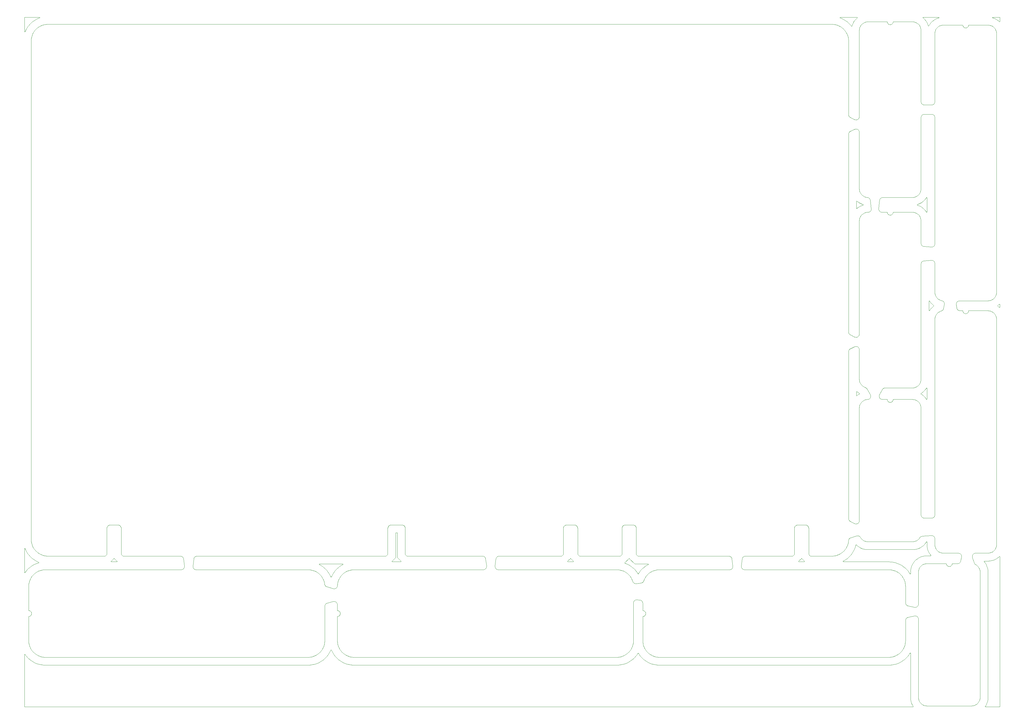
<source format=gko>
%MOIN*%
%OFA0B0*%
%FSLAX36Y36*%
%IPPOS*%
%LPD*%
%ADD10C,0*%
D10*
X010651907Y000000000D02*
X010651907Y000000000D01*
X010652020Y000000001D01*
X010652131Y000000005D01*
X010652243Y000000014D01*
X010652356Y000000025D01*
X010652468Y000000039D01*
X010652578Y000000057D01*
X010652689Y000000078D01*
X010652798Y000000102D01*
X010652909Y000000129D01*
X010653017Y000000159D01*
X010653124Y000000192D01*
X010653231Y000000229D01*
X010653335Y000000268D01*
X010653441Y000000310D01*
X010653543Y000000356D01*
X010653644Y000000404D01*
X010653745Y000000455D01*
X010653843Y000000509D01*
X010653941Y000000565D01*
X010654036Y000000625D01*
X010654131Y000000687D01*
X010654222Y000000752D01*
X010654311Y000000819D01*
X010654400Y000000889D01*
X010654486Y000000962D01*
X010654569Y000001037D01*
X010654652Y000001114D01*
X010654731Y000001194D01*
X010654808Y000001275D01*
X010654883Y000001359D01*
X010654956Y000001445D01*
X010655026Y000001534D01*
X010655093Y000001624D01*
X010655158Y000001716D01*
X010655220Y000001809D01*
X010655279Y000001905D01*
X010655334Y000002002D01*
X010655390Y000002101D01*
X010655440Y000002201D01*
X010655489Y000002303D01*
X010655534Y000002406D01*
X010655576Y000002511D01*
X010655616Y000002615D01*
X010655652Y000002722D01*
X010655684Y000002829D01*
X010655714Y000002938D01*
X010655742Y000003048D01*
X010655766Y000003157D01*
X010655787Y000003268D01*
X010655804Y000003379D01*
X010655819Y000003490D01*
X010655829Y000003602D01*
X010655838Y000003715D01*
X010655841Y000003827D01*
X010655844Y000003939D01*
X010655841Y000004052D01*
X010655838Y000004164D01*
X010655829Y000004277D01*
X010655816Y000004388D01*
X010655803Y000004500D01*
X010655785Y000004611D01*
X010655765Y000004722D01*
X010655741Y000004832D01*
X010655713Y000004941D01*
X010655683Y000005050D01*
X010655650Y000005156D01*
X010655613Y000005263D01*
X010655575Y000005368D01*
X010655531Y000005472D01*
X010655486Y000005575D01*
X010655438Y000005677D01*
X010655387Y000005777D01*
X010655332Y000005876D01*
X010655276Y000005973D01*
X010645433Y000022256D01*
X010645321Y000022470D01*
X010635628Y000044005D01*
X010635541Y000044233D01*
X010628517Y000066778D01*
X010628459Y000067016D01*
X010624203Y000090237D01*
X010624174Y000090479D01*
X010622917Y000111255D01*
X010622913Y000111381D01*
X010622913Y000641413D01*
X010622911Y000641525D01*
X010622907Y000641637D01*
X010622898Y000641748D01*
X010622887Y000641859D01*
X010622874Y000641969D01*
X010622856Y000642079D01*
X010622836Y000642190D01*
X010622812Y000642298D01*
X010622785Y000642407D01*
X010622755Y000642514D01*
X010622723Y000642621D01*
X010622688Y000642727D01*
X010622648Y000642831D01*
X010622607Y000642935D01*
X010622563Y000643037D01*
X010622515Y000643138D01*
X010622464Y000643238D01*
X010622412Y000643336D01*
X010622355Y000643433D01*
X010622297Y000643527D01*
X010622236Y000643621D01*
X010622172Y000643712D01*
X010622105Y000643802D01*
X010622037Y000643890D01*
X010621965Y000643976D01*
X010621891Y000644059D01*
X010621816Y000644141D01*
X010621736Y000644220D01*
X010621656Y000644297D01*
X010621574Y000644372D01*
X010621489Y000644444D01*
X010621401Y000644514D01*
X010621313Y000644582D01*
X010621222Y000644647D01*
X010621130Y000644709D01*
X010621036Y000644769D01*
X010620940Y000644826D01*
X010620842Y000644881D01*
X010620743Y000644932D01*
X010620642Y000644981D01*
X010620541Y000645026D01*
X010620437Y000645069D01*
X010620333Y000645109D01*
X010620228Y000645146D01*
X010620123Y000645180D01*
X010620016Y000645211D01*
X010619906Y000645239D01*
X010619798Y000645264D01*
X010619689Y000645286D01*
X010619580Y000645304D01*
X010619467Y000645320D01*
X010619357Y000645332D01*
X010619246Y000645341D01*
X010619135Y000645347D01*
X010619023Y000645350D01*
X010618912Y000645350D01*
X010618800Y000645347D01*
X010618688Y000645340D01*
X010618578Y000645331D01*
X010618466Y000645318D01*
X010618355Y000645301D01*
X010618246Y000645283D01*
X010618137Y000645260D01*
X010618027Y000645235D01*
X010617920Y000645206D01*
X010617813Y000645175D01*
X010617707Y000645140D01*
X010617602Y000645103D01*
X010617497Y000645062D01*
X010617395Y000645019D01*
X010617294Y000644973D01*
X010617193Y000644924D01*
X010617094Y000644872D01*
X010616998Y000644817D01*
X010616902Y000644759D01*
X010616808Y000644699D01*
X010616715Y000644637D01*
X010616625Y000644571D01*
X010616536Y000644504D01*
X010616450Y000644433D01*
X010616364Y000644360D01*
X010616283Y000644285D01*
X010616202Y000644208D01*
X010616124Y000644128D01*
X010616048Y000644046D01*
X010615975Y000643963D01*
X010615904Y000643876D01*
X010615836Y000643788D01*
X010615770Y000643698D01*
X010615706Y000643607D01*
X010615645Y000643512D01*
X010615587Y000643417D01*
X010611509Y000636524D01*
X010611447Y000636424D01*
X010601112Y000621216D01*
X010601041Y000621119D01*
X010589771Y000606591D01*
X010589699Y000606502D01*
X010577541Y000592714D01*
X010577456Y000592623D01*
X010564461Y000579628D01*
X010564369Y000579542D01*
X010550583Y000567388D01*
X010550491Y000567312D01*
X010535965Y000556044D01*
X010535871Y000555976D01*
X010520664Y000545640D01*
X010520560Y000545575D01*
X010504740Y000536218D01*
X010504635Y000536161D01*
X010488258Y000527816D01*
X010488143Y000527762D01*
X010471276Y000520464D01*
X010471162Y000520418D01*
X010453867Y000514192D01*
X010453753Y000514154D01*
X010436097Y000509025D01*
X010435983Y000508996D01*
X010418042Y000504986D01*
X010417932Y000504965D01*
X010399771Y000502088D01*
X010399651Y000502072D01*
X010381349Y000500343D01*
X010381223Y000500335D01*
X010364318Y000499804D01*
X010364240Y000499802D01*
X007611349Y000499802D01*
X007611272Y000499804D01*
X007594367Y000500335D01*
X007594240Y000500343D01*
X007575937Y000502072D01*
X007575817Y000502088D01*
X007557656Y000504965D01*
X007557547Y000504986D01*
X007539607Y000508996D01*
X007539493Y000509025D01*
X007521838Y000514154D01*
X007521722Y000514192D01*
X007504426Y000520418D01*
X007504312Y000520464D01*
X007487445Y000527763D01*
X007487332Y000527816D01*
X007470959Y000536159D01*
X007470844Y000536223D01*
X007455029Y000545575D01*
X007454927Y000545639D01*
X007439722Y000555973D01*
X007439625Y000556043D01*
X007425096Y000567313D01*
X007425007Y000567387D01*
X007411219Y000579542D01*
X007411128Y000579628D01*
X007398133Y000592624D01*
X007398047Y000592714D01*
X007385891Y000606502D01*
X007385817Y000606591D01*
X007374548Y000621120D01*
X007374477Y000621218D01*
X007364143Y000636424D01*
X007364079Y000636526D01*
X007360475Y000642619D01*
X007360417Y000642715D01*
X007360355Y000642809D01*
X007360293Y000642900D01*
X007360226Y000642990D01*
X007360157Y000643078D01*
X007360086Y000643164D01*
X007360012Y000643249D01*
X007359936Y000643331D01*
X007359858Y000643411D01*
X007359777Y000643488D01*
X007359695Y000643564D01*
X007359610Y000643637D01*
X007359523Y000643707D01*
X007359434Y000643775D01*
X007359343Y000643841D01*
X007359252Y000643903D01*
X007359157Y000643963D01*
X007359061Y000644021D01*
X007358963Y000644076D01*
X007358864Y000644128D01*
X007358763Y000644177D01*
X007358662Y000644223D01*
X007358558Y000644266D01*
X007358454Y000644307D01*
X007358349Y000644344D01*
X007358243Y000644378D01*
X007358136Y000644409D01*
X007358028Y000644438D01*
X007357919Y000644463D01*
X007357809Y000644485D01*
X007357699Y000644504D01*
X007357589Y000644520D01*
X007357476Y000644533D01*
X007357365Y000644542D01*
X007357254Y000644548D01*
X007357141Y000644551D01*
X007357029Y000644551D01*
X007356918Y000644548D01*
X007356806Y000644542D01*
X007356695Y000644533D01*
X007356584Y000644520D01*
X007356474Y000644504D01*
X007356363Y000644485D01*
X007356254Y000644463D01*
X007356145Y000644438D01*
X007356036Y000644409D01*
X007355929Y000644378D01*
X007355823Y000644344D01*
X007355717Y000644307D01*
X007355614Y000644266D01*
X007355510Y000644223D01*
X007355407Y000644177D01*
X007355308Y000644128D01*
X007355209Y000644076D01*
X007355111Y000644021D01*
X007355015Y000643963D01*
X007354921Y000643903D01*
X007354828Y000643840D01*
X007354738Y000643775D01*
X007354649Y000643707D01*
X007354562Y000643637D01*
X007354478Y000643564D01*
X007354395Y000643488D01*
X007354315Y000643411D01*
X007354236Y000643331D01*
X007354160Y000643249D01*
X007354086Y000643164D01*
X007354016Y000643078D01*
X007353946Y000642990D01*
X007353880Y000642900D01*
X007353817Y000642809D01*
X007353755Y000642714D01*
X007353697Y000642619D01*
X007350089Y000636516D01*
X007350031Y000636426D01*
X007339691Y000621213D01*
X007339623Y000621119D01*
X007328357Y000606595D01*
X007328280Y000606502D01*
X007316126Y000592715D01*
X007316040Y000592625D01*
X007303043Y000579628D01*
X007302953Y000579542D01*
X007289165Y000567387D01*
X007289077Y000567313D01*
X007274547Y000556044D01*
X007274450Y000555973D01*
X007259245Y000545639D01*
X007259144Y000545576D01*
X007243328Y000536222D01*
X007243212Y000536158D01*
X007226839Y000527816D01*
X007226724Y000527762D01*
X007209868Y000520467D01*
X007209743Y000520418D01*
X007192448Y000514192D01*
X007192335Y000514154D01*
X007174679Y000509025D01*
X007174565Y000508996D01*
X007156623Y000504986D01*
X007156515Y000504965D01*
X007138354Y000502088D01*
X007138234Y000502072D01*
X007119932Y000500343D01*
X007119805Y000500335D01*
X007102900Y000499804D01*
X007102823Y000499802D01*
X003949932Y000499802D01*
X003949855Y000499804D01*
X003932949Y000500335D01*
X003932822Y000500343D01*
X003914520Y000502072D01*
X003914399Y000502088D01*
X003896240Y000504965D01*
X003896129Y000504986D01*
X003878189Y000508996D01*
X003878076Y000509025D01*
X003860420Y000514154D01*
X003860306Y000514192D01*
X003843009Y000520418D01*
X003842895Y000520464D01*
X003826028Y000527763D01*
X003825914Y000527816D01*
X003809541Y000536159D01*
X003809426Y000536223D01*
X003793611Y000545575D01*
X003793510Y000545639D01*
X003778305Y000555973D01*
X003778207Y000556043D01*
X003763678Y000567313D01*
X003763590Y000567387D01*
X003749802Y000579542D01*
X003749711Y000579628D01*
X003736715Y000592624D01*
X003736629Y000592714D01*
X003724473Y000606502D01*
X003724400Y000606591D01*
X003713130Y000621120D01*
X003713059Y000621218D01*
X003702723Y000636427D01*
X003702665Y000636518D01*
X003693308Y000652341D01*
X003693245Y000652455D01*
X003684904Y000668825D01*
X003684852Y000668935D01*
X003679596Y000681079D01*
X003679551Y000681181D01*
X003679502Y000681281D01*
X003679451Y000681380D01*
X003679396Y000681477D01*
X003679339Y000681573D01*
X003679280Y000681668D01*
X003679217Y000681761D01*
X003679152Y000681851D01*
X003679085Y000681940D01*
X003679015Y000682027D01*
X003678943Y000682112D01*
X003678868Y000682195D01*
X003678791Y000682275D01*
X003678711Y000682354D01*
X003678630Y000682430D01*
X003678546Y000682504D01*
X003678460Y000682575D01*
X003678372Y000682644D01*
X003678283Y000682711D01*
X003678191Y000682774D01*
X003678098Y000682836D01*
X003678003Y000682894D01*
X003677906Y000682951D01*
X003677808Y000683004D01*
X003677709Y000683054D01*
X003677607Y000683101D01*
X003677506Y000683146D01*
X003677402Y000683187D01*
X003677297Y000683226D01*
X003677191Y000683262D01*
X003677084Y000683295D01*
X003676977Y000683325D01*
X003676868Y000683351D01*
X003676759Y000683375D01*
X003676649Y000683395D01*
X003676539Y000683413D01*
X003676429Y000683427D01*
X003676317Y000683438D01*
X003676207Y000683446D01*
X003676094Y000683450D01*
X003675983Y000683452D01*
X003675872Y000683450D01*
X003675760Y000683446D01*
X003675648Y000683438D01*
X003675538Y000683427D01*
X003675427Y000683413D01*
X003675316Y000683395D01*
X003675207Y000683375D01*
X003675098Y000683351D01*
X003674989Y000683325D01*
X003674882Y000683295D01*
X003674775Y000683262D01*
X003674669Y000683226D01*
X003674565Y000683187D01*
X003674461Y000683146D01*
X003674359Y000683101D01*
X003674258Y000683054D01*
X003674158Y000683004D01*
X003674060Y000682951D01*
X003673963Y000682894D01*
X003673868Y000682836D01*
X003673776Y000682774D01*
X003673683Y000682711D01*
X003673594Y000682644D01*
X003673507Y000682575D01*
X003673421Y000682504D01*
X003673337Y000682430D01*
X003673255Y000682354D01*
X003673176Y000682275D01*
X003673099Y000682195D01*
X003673024Y000682112D01*
X003672952Y000682027D01*
X003672881Y000681940D01*
X003672814Y000681851D01*
X003672749Y000681761D01*
X003672687Y000681668D01*
X003672628Y000681573D01*
X003672570Y000681477D01*
X003672516Y000681380D01*
X003672464Y000681281D01*
X003672416Y000681181D01*
X003672370Y000681078D01*
X003667117Y000668940D01*
X003667065Y000668829D01*
X003658722Y000652457D01*
X003658659Y000652343D01*
X003649301Y000636516D01*
X003649244Y000636426D01*
X003638904Y000621213D01*
X003638835Y000621119D01*
X003627569Y000606595D01*
X003627493Y000606502D01*
X003615338Y000592715D01*
X003615253Y000592624D01*
X003602256Y000579628D01*
X003602165Y000579542D01*
X003588377Y000567387D01*
X003588288Y000567313D01*
X003573760Y000556044D01*
X003573663Y000555973D01*
X003558458Y000545639D01*
X003558357Y000545576D01*
X003542540Y000536222D01*
X003542425Y000536158D01*
X003526051Y000527816D01*
X003525936Y000527762D01*
X003509081Y000520467D01*
X003508955Y000520418D01*
X003491661Y000514192D01*
X003491548Y000514154D01*
X003473891Y000509025D01*
X003473778Y000508996D01*
X003455836Y000504986D01*
X003455726Y000504965D01*
X003437566Y000502088D01*
X003437446Y000502072D01*
X003419145Y000500343D01*
X003419018Y000500335D01*
X003402113Y000499804D01*
X003402036Y000499802D01*
X000249144Y000499802D01*
X000249068Y000499804D01*
X000232162Y000500335D01*
X000232035Y000500343D01*
X000213732Y000502072D01*
X000213612Y000502088D01*
X000195452Y000504965D01*
X000195342Y000504986D01*
X000177402Y000508996D01*
X000177288Y000509025D01*
X000159632Y000514154D01*
X000159518Y000514192D01*
X000142222Y000520418D01*
X000142107Y000520464D01*
X000125241Y000527763D01*
X000125127Y000527816D01*
X000108754Y000536159D01*
X000108638Y000536223D01*
X000092824Y000545575D01*
X000092723Y000545639D01*
X000077518Y000555973D01*
X000077420Y000556043D01*
X000062891Y000567313D01*
X000062802Y000567387D01*
X000049014Y000579542D01*
X000048924Y000579628D01*
X000035927Y000592624D01*
X000035842Y000592714D01*
X000023686Y000606502D01*
X000023613Y000606591D01*
X000012343Y000621120D01*
X000012272Y000621218D01*
X000007193Y000628692D01*
X000007128Y000628784D01*
X000007061Y000628874D01*
X000006991Y000628963D01*
X000006919Y000629049D01*
X000006844Y000629133D01*
X000006767Y000629215D01*
X000006688Y000629295D01*
X000006606Y000629373D01*
X000006522Y000629448D01*
X000006436Y000629520D01*
X000006348Y000629591D01*
X000006258Y000629658D01*
X000006167Y000629724D01*
X000006073Y000629786D01*
X000005977Y000629845D01*
X000005880Y000629903D01*
X000005782Y000629957D01*
X000005681Y000630008D01*
X000005580Y000630057D01*
X000005477Y000630102D01*
X000005373Y000630144D01*
X000005267Y000630184D01*
X000005161Y000630220D01*
X000005053Y000630254D01*
X000004945Y000630284D01*
X000004836Y000630312D01*
X000004725Y000630336D01*
X000004615Y000630357D01*
X000004504Y000630374D01*
X000004392Y000630389D01*
X000004281Y000630401D01*
X000004168Y000630409D01*
X000004056Y000630414D01*
X000003944Y000630416D01*
X000003831Y000630414D01*
X000003718Y000630410D01*
X000003606Y000630402D01*
X000003494Y000630391D01*
X000003382Y000630376D01*
X000003271Y000630359D01*
X000003160Y000630339D01*
X000003051Y000630315D01*
X000002941Y000630288D01*
X000002833Y000630258D01*
X000002725Y000630225D01*
X000002618Y000630188D01*
X000002513Y000630149D01*
X000002409Y000630107D01*
X000002305Y000630062D01*
X000002203Y000630014D01*
X000002103Y000629963D01*
X000002005Y000629909D01*
X000001907Y000629853D01*
X000001811Y000629793D01*
X000001718Y000629731D01*
X000001626Y000629666D01*
X000001535Y000629599D01*
X000001447Y000629529D01*
X000001361Y000629457D01*
X000001277Y000629382D01*
X000001195Y000629305D01*
X000001115Y000629225D01*
X000001038Y000629143D01*
X000000963Y000629060D01*
X000000890Y000628973D01*
X000000820Y000628885D01*
X000000753Y000628796D01*
X000000688Y000628703D01*
X000000625Y000628609D01*
X000000566Y000628514D01*
X000000509Y000628416D01*
X000000455Y000628318D01*
X000000404Y000628218D01*
X000000356Y000628116D01*
X000000311Y000628013D01*
X000000268Y000627909D01*
X000000229Y000627803D01*
X000000193Y000627697D01*
X000000159Y000627589D01*
X000000129Y000627481D01*
X000000102Y000627372D01*
X000000078Y000627261D01*
X000000057Y000627151D01*
X000000039Y000627040D01*
X000000025Y000626928D01*
X000000014Y000626816D01*
X000000005Y000626704D01*
X000000001Y000626591D01*
X000000000Y000626479D01*
X000000000Y000003937D01*
X000000001Y000003824D01*
X000000005Y000003712D01*
X000000014Y000003599D01*
X000000025Y000003488D01*
X000000039Y000003376D01*
X000000057Y000003265D01*
X000000078Y000003155D01*
X000000102Y000003044D01*
X000000129Y000002935D01*
X000000159Y000002827D01*
X000000192Y000002720D01*
X000000229Y000002613D01*
X000000268Y000002508D01*
X000000310Y000002403D01*
X000000355Y000002301D01*
X000000403Y000002199D01*
X000000454Y000002099D01*
X000000509Y000002000D01*
X000000565Y000001903D01*
X000000624Y000001808D01*
X000000686Y000001714D01*
X000000751Y000001622D01*
X000000819Y000001533D01*
X000000889Y000001444D01*
X000000961Y000001358D01*
X000001036Y000001274D01*
X000001113Y000001192D01*
X000001192Y000001113D01*
X000001274Y000001036D01*
X000001358Y000000961D01*
X000001444Y000000889D01*
X000001533Y000000819D01*
X000001622Y000000751D01*
X000001714Y000000686D01*
X000001808Y000000624D01*
X000001903Y000000565D01*
X000002000Y000000509D01*
X000002099Y000000454D01*
X000002199Y000000403D01*
X000002301Y000000355D01*
X000002403Y000000310D01*
X000002508Y000000268D01*
X000002613Y000000229D01*
X000002720Y000000192D01*
X000002827Y000000159D01*
X000002935Y000000129D01*
X000003044Y000000102D01*
X000003155Y000000078D01*
X000003265Y000000057D01*
X000003376Y000000039D01*
X000003488Y000000025D01*
X000003599Y000000014D01*
X000003712Y000000005D01*
X000003824Y000000001D01*
X000003937Y000000000D01*
X010651907Y000000000D01*
X003675983Y001555128D02*
X003675983Y001555128D01*
X003676095Y001555129D01*
X003676207Y001555135D01*
X003676318Y001555142D01*
X003676429Y001555154D01*
X003676539Y001555168D01*
X003676649Y001555185D01*
X003676759Y001555205D01*
X003676868Y001555229D01*
X003676977Y001555255D01*
X003677084Y001555285D01*
X003677191Y001555318D01*
X003677297Y001555354D01*
X003677402Y001555392D01*
X003677506Y001555434D01*
X003677607Y001555479D01*
X003677709Y001555526D01*
X003677808Y001555577D01*
X003677906Y001555629D01*
X003678003Y001555686D01*
X003678098Y001555744D01*
X003678191Y001555805D01*
X003678283Y001555870D01*
X003678372Y001555936D01*
X003678460Y001556005D01*
X003678546Y001556076D01*
X003678630Y001556150D01*
X003678711Y001556226D01*
X003678791Y001556305D01*
X003678868Y001556386D01*
X003678943Y001556468D01*
X003679015Y001556553D01*
X003679085Y001556640D01*
X003679152Y001556729D01*
X003679217Y001556820D01*
X003679280Y001556912D01*
X003679339Y001557007D01*
X003679396Y001557102D01*
X003679451Y001557200D01*
X003679502Y001557299D01*
X003679551Y001557400D01*
X003679596Y001557501D01*
X003684850Y001569640D01*
X003684903Y001569755D01*
X003693245Y001586124D01*
X003693307Y001586238D01*
X003702665Y001602062D01*
X003702722Y001602153D01*
X003713062Y001617368D01*
X003713131Y001617462D01*
X003724397Y001631985D01*
X003724473Y001632077D01*
X003736628Y001645866D01*
X003736713Y001645956D01*
X003749712Y001658954D01*
X003749802Y001659040D01*
X003763591Y001671196D01*
X003763680Y001671269D01*
X003778205Y001682535D01*
X003778308Y001682610D01*
X003793500Y001692936D01*
X003793611Y001693007D01*
X003809432Y001702362D01*
X003809537Y001702420D01*
X003816446Y001705940D01*
X003816544Y001705992D01*
X003816642Y001706047D01*
X003816738Y001706105D01*
X003816832Y001706166D01*
X003816924Y001706229D01*
X003817014Y001706295D01*
X003817103Y001706363D01*
X003817190Y001706433D01*
X003817275Y001706506D01*
X003817357Y001706582D01*
X003817437Y001706660D01*
X003817516Y001706740D01*
X003817591Y001706822D01*
X003817664Y001706906D01*
X003817735Y001706993D01*
X003817804Y001707081D01*
X003817870Y001707172D01*
X003817934Y001707264D01*
X003817995Y001707358D01*
X003818052Y001707453D01*
X003818107Y001707550D01*
X003818160Y001707649D01*
X003818209Y001707750D01*
X003818256Y001707851D01*
X003818300Y001707954D01*
X003818342Y001708058D01*
X003818379Y001708163D01*
X003818414Y001708270D01*
X003818446Y001708377D01*
X003818475Y001708484D01*
X003818501Y001708593D01*
X003818523Y001708703D01*
X003818544Y001708813D01*
X003818560Y001708924D01*
X003818574Y001709035D01*
X003818584Y001709146D01*
X003818590Y001709258D01*
X003818594Y001709369D01*
X003818595Y001709481D01*
X003818593Y001709593D01*
X003818587Y001709705D01*
X003818578Y001709817D01*
X003818566Y001709927D01*
X003818551Y001710038D01*
X003818532Y001710148D01*
X003818511Y001710258D01*
X003818487Y001710368D01*
X003818459Y001710476D01*
X003818428Y001710583D01*
X003818394Y001710690D01*
X003818357Y001710795D01*
X003818318Y001710900D01*
X003818275Y001711003D01*
X003818229Y001711106D01*
X003818181Y001711207D01*
X003818129Y001711305D01*
X003818076Y001711404D01*
X003818018Y001711500D01*
X003817959Y001711594D01*
X003817896Y001711687D01*
X003817831Y001711779D01*
X003817764Y001711867D01*
X003817694Y001711955D01*
X003817621Y001712040D01*
X003817546Y001712123D01*
X003817469Y001712204D01*
X003817390Y001712283D01*
X003817308Y001712359D01*
X003817225Y001712433D01*
X003817139Y001712505D01*
X003817051Y001712574D01*
X003816962Y001712641D01*
X003816870Y001712705D01*
X003816776Y001712767D01*
X003816681Y001712825D01*
X003816585Y001712881D01*
X003816486Y001712935D01*
X003816387Y001712985D01*
X003816285Y001713033D01*
X003816183Y001713078D01*
X003816079Y001713120D01*
X003815974Y001713159D01*
X003815869Y001713194D01*
X003815761Y001713228D01*
X003815653Y001713257D01*
X003815545Y001713284D01*
X003815435Y001713307D01*
X003815325Y001713328D01*
X003815215Y001713345D01*
X003815105Y001713360D01*
X003814993Y001713371D01*
X003814882Y001713379D01*
X003814770Y001713383D01*
X003814658Y001713385D01*
X003537308Y001713385D01*
X003537197Y001713383D01*
X003537085Y001713379D01*
X003536974Y001713371D01*
X003536862Y001713360D01*
X003536751Y001713345D01*
X003536640Y001713328D01*
X003536531Y001713307D01*
X003536421Y001713284D01*
X003536312Y001713257D01*
X003536205Y001713228D01*
X003536098Y001713194D01*
X003535992Y001713159D01*
X003535887Y001713120D01*
X003535784Y001713078D01*
X003535681Y001713033D01*
X003535580Y001712985D01*
X003535480Y001712935D01*
X003535382Y001712881D01*
X003535285Y001712825D01*
X003535190Y001712767D01*
X003535097Y001712705D01*
X003535005Y001712641D01*
X003534915Y001712574D01*
X003534827Y001712505D01*
X003534741Y001712433D01*
X003534658Y001712359D01*
X003534576Y001712283D01*
X003534496Y001712204D01*
X003534420Y001712123D01*
X003534345Y001712040D01*
X003534272Y001711955D01*
X003534203Y001711867D01*
X003534134Y001711778D01*
X003534071Y001711687D01*
X003534007Y001711594D01*
X003533948Y001711500D01*
X003533891Y001711404D01*
X003533837Y001711305D01*
X003533786Y001711206D01*
X003533737Y001711106D01*
X003533692Y001711003D01*
X003533649Y001710900D01*
X003533609Y001710795D01*
X003533572Y001710690D01*
X003533539Y001710583D01*
X003533508Y001710476D01*
X003533480Y001710368D01*
X003533455Y001710258D01*
X003533434Y001710148D01*
X003533416Y001710038D01*
X003533401Y001709927D01*
X003533389Y001709817D01*
X003533380Y001709705D01*
X003533374Y001709593D01*
X003533372Y001709481D01*
X003533372Y001709369D01*
X003533376Y001709258D01*
X003533383Y001709146D01*
X003533393Y001709034D01*
X003533407Y001708923D01*
X003533423Y001708813D01*
X003533442Y001708703D01*
X003533465Y001708593D01*
X003533491Y001708484D01*
X003533520Y001708377D01*
X003533552Y001708270D01*
X003533587Y001708163D01*
X003533625Y001708058D01*
X003533666Y001707953D01*
X003533710Y001707851D01*
X003533757Y001707750D01*
X003533806Y001707649D01*
X003533859Y001707550D01*
X003533914Y001707453D01*
X003533972Y001707358D01*
X003534033Y001707264D01*
X003534096Y001707172D01*
X003534162Y001707081D01*
X003534231Y001706993D01*
X003534301Y001706906D01*
X003534375Y001706822D01*
X003534451Y001706740D01*
X003534529Y001706660D01*
X003534609Y001706582D01*
X003534692Y001706506D01*
X003534777Y001706433D01*
X003534863Y001706363D01*
X003534951Y001706294D01*
X003535043Y001706229D01*
X003535135Y001706166D01*
X003535229Y001706105D01*
X003535324Y001706047D01*
X003535422Y001705992D01*
X003535521Y001705940D01*
X003542423Y001702423D01*
X003542537Y001702361D01*
X003558356Y001693006D01*
X003558467Y001692935D01*
X003573659Y001682610D01*
X003573761Y001682535D01*
X003588287Y001671269D01*
X003588376Y001671196D01*
X003602165Y001659040D01*
X003602255Y001658954D01*
X003615254Y001645955D01*
X003615340Y001645865D01*
X003627494Y001632077D01*
X003627570Y001631985D01*
X003638836Y001617462D01*
X003638905Y001617368D01*
X003649244Y001602153D01*
X003649302Y001602061D01*
X003658659Y001586238D01*
X003658722Y001586124D01*
X003667064Y001569754D01*
X003667117Y001569639D01*
X003672370Y001557501D01*
X003672416Y001557400D01*
X003672464Y001557299D01*
X003672516Y001557200D01*
X003672570Y001557102D01*
X003672628Y001557007D01*
X003672687Y001556912D01*
X003672749Y001556820D01*
X003672814Y001556729D01*
X003672881Y001556640D01*
X003672952Y001556553D01*
X003673024Y001556468D01*
X003673099Y001556386D01*
X003673176Y001556305D01*
X003673255Y001556226D01*
X003673337Y001556150D01*
X003673421Y001556076D01*
X003673507Y001556005D01*
X003673594Y001555936D01*
X003673684Y001555870D01*
X003673776Y001555805D01*
X003673868Y001555744D01*
X003673963Y001555686D01*
X003674061Y001555629D01*
X003674158Y001555577D01*
X003674258Y001555526D01*
X003674359Y001555479D01*
X003674461Y001555434D01*
X003674565Y001555392D01*
X003674669Y001555354D01*
X003674775Y001555318D01*
X003674882Y001555285D01*
X003674989Y001555255D01*
X003675098Y001555229D01*
X003675207Y001555205D01*
X003675316Y001555185D01*
X003675427Y001555168D01*
X003675538Y001555154D01*
X003675649Y001555142D01*
X003675760Y001555135D01*
X003675872Y001555129D01*
X003675983Y001555128D01*
X006578680Y001738778D02*
X006578680Y001738778D01*
X006578792Y001738780D01*
X006578904Y001738784D01*
X006579015Y001738793D01*
X006579127Y001738804D01*
X006579238Y001738818D01*
X006579348Y001738835D01*
X006579458Y001738856D01*
X006579568Y001738880D01*
X006579676Y001738906D01*
X006579784Y001738936D01*
X006579891Y001738970D01*
X006579997Y001739005D01*
X006580101Y001739044D01*
X006580206Y001739086D01*
X006580308Y001739131D01*
X006580409Y001739179D01*
X006580509Y001739229D01*
X006580608Y001739283D01*
X006580704Y001739339D01*
X006580799Y001739397D01*
X006580892Y001739459D01*
X006580984Y001739523D01*
X006581074Y001739590D01*
X006581161Y001739659D01*
X006581247Y001739731D01*
X006581331Y001739805D01*
X006581413Y001739881D01*
X006581492Y001739961D01*
X006581569Y001740041D01*
X006581644Y001740125D01*
X006581717Y001740209D01*
X006581786Y001740297D01*
X006581854Y001740386D01*
X006581919Y001740478D01*
X006581981Y001740570D01*
X006582041Y001740664D01*
X006582098Y001740761D01*
X006582152Y001740859D01*
X006582203Y001740958D01*
X006582251Y001741059D01*
X006582297Y001741162D01*
X006582340Y001741265D01*
X006582379Y001741370D01*
X006582417Y001741475D01*
X006582450Y001741582D01*
X006582481Y001741689D01*
X006582508Y001741798D01*
X006582534Y001741907D01*
X006582554Y001742016D01*
X006582573Y001742127D01*
X006582588Y001742238D01*
X006582600Y001742349D01*
X006582609Y001742461D01*
X006582615Y001742572D01*
X006582617Y001742684D01*
X006582616Y001742796D01*
X006582612Y001742908D01*
X006582606Y001743019D01*
X006582595Y001743131D01*
X006582582Y001743242D01*
X006582565Y001743352D01*
X006582546Y001743462D01*
X006582523Y001743572D01*
X006582497Y001743681D01*
X006582468Y001743789D01*
X006582436Y001743896D01*
X006582401Y001744002D01*
X006582363Y001744108D01*
X006582322Y001744211D01*
X006582278Y001744314D01*
X006582231Y001744416D01*
X006582182Y001744516D01*
X006582129Y001744615D01*
X006582073Y001744712D01*
X006582015Y001744808D01*
X006581954Y001744902D01*
X006581890Y001744994D01*
X006581825Y001745084D01*
X006581757Y001745173D01*
X006581685Y001745258D01*
X006581611Y001745344D01*
X006581536Y001745426D01*
X006581458Y001745506D01*
X006549345Y001777476D01*
X006549263Y001777554D01*
X006549181Y001777630D01*
X006549096Y001777703D01*
X006549009Y001777774D01*
X006548920Y001777842D01*
X006548828Y001777908D01*
X006548736Y001777971D01*
X006548642Y001778032D01*
X006548545Y001778090D01*
X006548447Y001778145D01*
X006548347Y001778197D01*
X006548247Y001778247D01*
X006548145Y001778293D01*
X006548041Y001778337D01*
X006547936Y001778377D01*
X006547831Y001778415D01*
X006547724Y001778449D01*
X006547616Y001778480D01*
X006547508Y001778509D01*
X006547398Y001778534D01*
X006547288Y001778557D01*
X006547178Y001778576D01*
X006547066Y001778591D01*
X006546955Y001778604D01*
X006546843Y001778613D01*
X006546731Y001778619D01*
X006546618Y001778622D01*
X006546506Y001778622D01*
X006546394Y001778619D01*
X006546282Y001778613D01*
X006546170Y001778603D01*
X006546058Y001778590D01*
X006545947Y001778574D01*
X006545837Y001778555D01*
X006545727Y001778532D01*
X006545618Y001778507D01*
X006545509Y001778478D01*
X006545401Y001778447D01*
X006545294Y001778411D01*
X006545189Y001778374D01*
X006545083Y001778333D01*
X006544981Y001778290D01*
X006544878Y001778243D01*
X006544778Y001778193D01*
X006544678Y001778141D01*
X006544581Y001778086D01*
X006544485Y001778027D01*
X006544390Y001777966D01*
X006544298Y001777903D01*
X006544206Y001777837D01*
X006544118Y001777768D01*
X006544030Y001777698D01*
X006543946Y001777624D01*
X006543863Y001777548D01*
X006543783Y001777470D01*
X006511813Y001745500D01*
X006511735Y001745420D01*
X006511658Y001745336D01*
X006511586Y001745252D01*
X006511515Y001745166D01*
X006511447Y001745078D01*
X006511381Y001744987D01*
X006511318Y001744895D01*
X006511257Y001744801D01*
X006511199Y001744706D01*
X006511144Y001744608D01*
X006511092Y001744509D01*
X006511043Y001744409D01*
X006510996Y001744308D01*
X006510951Y001744205D01*
X006510912Y001744101D01*
X006510873Y001743996D01*
X006510838Y001743890D01*
X006510806Y001743783D01*
X006510778Y001743674D01*
X006510752Y001743565D01*
X006510730Y001743456D01*
X006510710Y001743346D01*
X006510694Y001743235D01*
X006510681Y001743124D01*
X006510670Y001743013D01*
X006510663Y001742901D01*
X006510660Y001742790D01*
X006510659Y001742678D01*
X006510662Y001742567D01*
X006510668Y001742455D01*
X006510677Y001742343D01*
X006510689Y001742232D01*
X006510704Y001742122D01*
X006510723Y001742011D01*
X006510745Y001741901D01*
X006510769Y001741793D01*
X006510797Y001741685D01*
X006510827Y001741577D01*
X006510861Y001741471D01*
X006510898Y001741365D01*
X006510937Y001741261D01*
X006510981Y001741157D01*
X006511026Y001741055D01*
X006511075Y001740955D01*
X006511126Y001740856D01*
X006511181Y001740757D01*
X006511238Y001740661D01*
X006511297Y001740567D01*
X006511359Y001740474D01*
X006511424Y001740383D01*
X006511492Y001740294D01*
X006511562Y001740207D01*
X006511634Y001740122D01*
X006511709Y001740039D01*
X006511786Y001739958D01*
X006511865Y001739879D01*
X006511947Y001739803D01*
X006512031Y001739729D01*
X006512117Y001739658D01*
X006512204Y001739588D01*
X006512294Y001739522D01*
X006512386Y001739457D01*
X006512480Y001739396D01*
X006512574Y001739338D01*
X006512671Y001739281D01*
X006512769Y001739228D01*
X006512869Y001739178D01*
X006512970Y001739130D01*
X006513072Y001739085D01*
X006513176Y001739043D01*
X006513281Y001739005D01*
X006513387Y001738969D01*
X006513493Y001738936D01*
X006513602Y001738906D01*
X006513710Y001738880D01*
X006513819Y001738856D01*
X006513929Y001738835D01*
X006514039Y001738818D01*
X006514150Y001738804D01*
X006514261Y001738793D01*
X006514372Y001738784D01*
X006514485Y001738780D01*
X006514597Y001738778D01*
X006578680Y001738778D01*
X007357141Y001594029D02*
X007357141Y001594029D01*
X007357253Y001594032D01*
X007357365Y001594038D01*
X007357476Y001594048D01*
X007357587Y001594061D01*
X007357699Y001594076D01*
X007357809Y001594095D01*
X007357917Y001594118D01*
X007358027Y001594143D01*
X007358135Y001594171D01*
X007358242Y001594202D01*
X007358349Y001594237D01*
X007358454Y001594274D01*
X007358558Y001594315D01*
X007358661Y001594358D01*
X007358763Y001594404D01*
X007358864Y001594453D01*
X007358963Y001594505D01*
X007359061Y001594560D01*
X007359157Y001594617D01*
X007359250Y001594678D01*
X007359343Y001594740D01*
X007359434Y001594805D01*
X007359523Y001594873D01*
X007359609Y001594944D01*
X007359694Y001595016D01*
X007359777Y001595092D01*
X007359858Y001595170D01*
X007359936Y001595249D01*
X007360012Y001595331D01*
X007360086Y001595416D01*
X007360157Y001595502D01*
X007360225Y001595590D01*
X007360291Y001595681D01*
X007360355Y001595772D01*
X007360417Y001595866D01*
X007360475Y001595962D01*
X007364082Y001602062D01*
X007364140Y001602153D01*
X007374480Y001617368D01*
X007374548Y001617462D01*
X007385814Y001631985D01*
X007385891Y001632077D01*
X007398045Y001645866D01*
X007398130Y001645956D01*
X007411128Y001658954D01*
X007411220Y001659040D01*
X007425009Y001671196D01*
X007425097Y001671269D01*
X007439623Y001682535D01*
X007439725Y001682610D01*
X007454918Y001692936D01*
X007455029Y001693007D01*
X007470850Y001702362D01*
X007470956Y001702420D01*
X007477863Y001705940D01*
X007477962Y001705992D01*
X007478059Y001706047D01*
X007478155Y001706105D01*
X007478249Y001706166D01*
X007478341Y001706229D01*
X007478432Y001706295D01*
X007478521Y001706363D01*
X007478607Y001706433D01*
X007478692Y001706506D01*
X007478774Y001706582D01*
X007478855Y001706660D01*
X007478933Y001706740D01*
X007479009Y001706822D01*
X007479082Y001706906D01*
X007479153Y001706993D01*
X007479222Y001707081D01*
X007479288Y001707172D01*
X007479351Y001707264D01*
X007479412Y001707358D01*
X007479470Y001707453D01*
X007479526Y001707550D01*
X007479577Y001707649D01*
X007479627Y001707750D01*
X007479673Y001707851D01*
X007479717Y001707954D01*
X007479759Y001708058D01*
X007479797Y001708163D01*
X007479832Y001708270D01*
X007479864Y001708377D01*
X007479892Y001708484D01*
X007479919Y001708593D01*
X007479941Y001708703D01*
X007479960Y001708813D01*
X007479977Y001708924D01*
X007479990Y001709035D01*
X007480001Y001709146D01*
X007480007Y001709258D01*
X007480012Y001709369D01*
X007480012Y001709481D01*
X007480010Y001709593D01*
X007480004Y001709705D01*
X007479995Y001709817D01*
X007479983Y001709927D01*
X007479968Y001710038D01*
X007479949Y001710148D01*
X007479929Y001710258D01*
X007479904Y001710368D01*
X007479876Y001710476D01*
X007479845Y001710583D01*
X007479812Y001710690D01*
X007479774Y001710795D01*
X007479735Y001710900D01*
X007479693Y001711003D01*
X007479647Y001711106D01*
X007479598Y001711207D01*
X007479546Y001711305D01*
X007479493Y001711404D01*
X007479436Y001711500D01*
X007479376Y001711594D01*
X007479313Y001711687D01*
X007479248Y001711779D01*
X007479181Y001711867D01*
X007479111Y001711955D01*
X007479039Y001712040D01*
X007478963Y001712123D01*
X007478887Y001712204D01*
X007478807Y001712283D01*
X007478726Y001712359D01*
X007478642Y001712433D01*
X007478557Y001712505D01*
X007478469Y001712574D01*
X007478379Y001712641D01*
X007478288Y001712705D01*
X007478193Y001712767D01*
X007478099Y001712825D01*
X007478001Y001712881D01*
X007477904Y001712935D01*
X007477804Y001712985D01*
X007477702Y001713033D01*
X007477600Y001713078D01*
X007477497Y001713120D01*
X007477392Y001713159D01*
X007477286Y001713194D01*
X007477179Y001713228D01*
X007477070Y001713257D01*
X007476962Y001713284D01*
X007476853Y001713307D01*
X007476743Y001713328D01*
X007476633Y001713345D01*
X007476523Y001713360D01*
X007476410Y001713371D01*
X007476299Y001713379D01*
X007476187Y001713383D01*
X007476075Y001713385D01*
X007316132Y001713385D01*
X007316108Y001713386D01*
X007316108Y001713386D01*
X007316105Y001713388D01*
X007316099Y001713393D01*
X007251985Y001777507D01*
X007251904Y001777585D01*
X007251821Y001777661D01*
X007251737Y001777735D01*
X007251650Y001777806D01*
X007251560Y001777875D01*
X007251470Y001777941D01*
X007251377Y001778005D01*
X007251282Y001778065D01*
X007251185Y001778123D01*
X007251088Y001778179D01*
X007250989Y001778231D01*
X007250888Y001778281D01*
X007250785Y001778328D01*
X007250681Y001778372D01*
X007250577Y001778412D01*
X007250471Y001778450D01*
X007250363Y001778485D01*
X007250256Y001778516D01*
X007250148Y001778545D01*
X007250038Y001778570D01*
X007249927Y001778592D01*
X007249817Y001778612D01*
X007249706Y001778628D01*
X007249593Y001778641D01*
X007249481Y001778650D01*
X007249370Y001778657D01*
X007249258Y001778660D01*
X007249144Y001778660D01*
X007249033Y001778657D01*
X007248921Y001778650D01*
X007248807Y001778641D01*
X007248696Y001778628D01*
X007248585Y001778612D01*
X007248475Y001778592D01*
X007248363Y001778570D01*
X007248255Y001778545D01*
X007248146Y001778516D01*
X007248037Y001778485D01*
X007247930Y001778450D01*
X007247825Y001778412D01*
X007247721Y001778372D01*
X007247617Y001778328D01*
X007247515Y001778281D01*
X007247414Y001778231D01*
X007247315Y001778179D01*
X007247217Y001778123D01*
X007247119Y001778065D01*
X007247026Y001778005D01*
X007246932Y001777941D01*
X007246842Y001777875D01*
X007246752Y001777806D01*
X007246666Y001777735D01*
X007246580Y001777661D01*
X007246498Y001777585D01*
X007246417Y001777507D01*
X007197461Y001728551D01*
X007197383Y001728472D01*
X007197308Y001728389D01*
X007197235Y001728305D01*
X007197165Y001728219D01*
X007197096Y001728131D01*
X007197031Y001728041D01*
X007196968Y001727949D01*
X007196906Y001727855D01*
X007196850Y001727759D01*
X007196795Y001727663D01*
X007196741Y001727564D01*
X007196693Y001727464D01*
X007196645Y001727363D01*
X007196603Y001727260D01*
X007196562Y001727157D01*
X007196524Y001727052D01*
X007196488Y001726946D01*
X007196457Y001726839D01*
X007196428Y001726731D01*
X007196402Y001726623D01*
X007196379Y001726514D01*
X007196360Y001726404D01*
X007196343Y001726294D01*
X007196330Y001726183D01*
X007196320Y001726072D01*
X007196313Y001725961D01*
X007196308Y001725849D01*
X007196308Y001725738D01*
X007196311Y001725626D01*
X007196316Y001725515D01*
X007196326Y001725404D01*
X007196336Y001725293D01*
X007196352Y001725182D01*
X007196369Y001725073D01*
X007196392Y001724963D01*
X007196415Y001724855D01*
X007196442Y001724746D01*
X007196473Y001724639D01*
X007196506Y001724533D01*
X007196543Y001724427D01*
X007196582Y001724323D01*
X007196625Y001724220D01*
X007196670Y001724118D01*
X007196718Y001724017D01*
X007196770Y001723918D01*
X007196823Y001723821D01*
X007196880Y001723724D01*
X007196939Y001723630D01*
X007197001Y001723537D01*
X007197066Y001723446D01*
X007197132Y001723357D01*
X007197202Y001723270D01*
X007197274Y001723185D01*
X007197347Y001723101D01*
X007197425Y001723020D01*
X007197504Y001722942D01*
X007197585Y001722865D01*
X007197668Y001722791D01*
X007197752Y001722720D01*
X007197841Y001722650D01*
X007197930Y001722583D01*
X007198021Y001722519D01*
X007198114Y001722457D01*
X007198208Y001722398D01*
X007198304Y001722342D01*
X007198403Y001722288D01*
X007198502Y001722238D01*
X007198602Y001722190D01*
X007198704Y001722144D01*
X007198807Y001722103D01*
X007198911Y001722063D01*
X007209744Y001718163D01*
X007209855Y001718120D01*
X007226727Y001710818D01*
X007226842Y001710764D01*
X007243210Y001702423D01*
X007243324Y001702361D01*
X007259144Y001693006D01*
X007259255Y001692935D01*
X007274447Y001682610D01*
X007274549Y001682535D01*
X007289074Y001671269D01*
X007289163Y001671196D01*
X007302952Y001659040D01*
X007303043Y001658954D01*
X007316042Y001645955D01*
X007316127Y001645865D01*
X007328282Y001632077D01*
X007328357Y001631985D01*
X007339623Y001617462D01*
X007339693Y001617368D01*
X007350032Y001602153D01*
X007350089Y001602062D01*
X007353697Y001595962D01*
X007353755Y001595866D01*
X007353816Y001595772D01*
X007353880Y001595681D01*
X007353946Y001595590D01*
X007354016Y001595502D01*
X007354086Y001595416D01*
X007354159Y001595331D01*
X007354236Y001595249D01*
X007354313Y001595170D01*
X007354395Y001595092D01*
X007354477Y001595016D01*
X007354562Y001594944D01*
X007354648Y001594873D01*
X007354736Y001594805D01*
X007354828Y001594740D01*
X007354921Y001594678D01*
X007355015Y001594617D01*
X007355111Y001594560D01*
X007355207Y001594505D01*
X007355307Y001594453D01*
X007355407Y001594404D01*
X007355510Y001594358D01*
X007355613Y001594315D01*
X007355717Y001594274D01*
X007355823Y001594237D01*
X007355929Y001594202D01*
X007356036Y001594171D01*
X007356145Y001594143D01*
X007356253Y001594118D01*
X007356363Y001594095D01*
X007356474Y001594076D01*
X007356584Y001594061D01*
X007356695Y001594048D01*
X007356806Y001594038D01*
X007356918Y001594032D01*
X007357029Y001594029D01*
X007357141Y001594029D01*
X009348612Y001738778D02*
X009348612Y001738778D01*
X009348724Y001738780D01*
X009348835Y001738784D01*
X009348948Y001738793D01*
X009349058Y001738804D01*
X009349169Y001738818D01*
X009349280Y001738835D01*
X009349389Y001738856D01*
X009349499Y001738880D01*
X009349607Y001738906D01*
X009349714Y001738936D01*
X009349821Y001738969D01*
X009349927Y001739005D01*
X009350033Y001739043D01*
X009350137Y001739085D01*
X009350239Y001739130D01*
X009350340Y001739178D01*
X009350439Y001739228D01*
X009350537Y001739281D01*
X009350634Y001739338D01*
X009350728Y001739396D01*
X009350823Y001739457D01*
X009350915Y001739522D01*
X009351004Y001739588D01*
X009351092Y001739658D01*
X009351177Y001739729D01*
X009351261Y001739803D01*
X009351343Y001739879D01*
X009351422Y001739958D01*
X009351500Y001740039D01*
X009351574Y001740122D01*
X009351647Y001740207D01*
X009351716Y001740294D01*
X009351784Y001740383D01*
X009351849Y001740474D01*
X009351911Y001740567D01*
X009351971Y001740661D01*
X009352028Y001740757D01*
X009352081Y001740856D01*
X009352134Y001740955D01*
X009352182Y001741055D01*
X009352228Y001741157D01*
X009352271Y001741261D01*
X009352310Y001741365D01*
X009352347Y001741471D01*
X009352380Y001741577D01*
X009352412Y001741685D01*
X009352439Y001741793D01*
X009352464Y001741901D01*
X009352486Y001742011D01*
X009352504Y001742122D01*
X009352519Y001742232D01*
X009352532Y001742343D01*
X009352540Y001742455D01*
X009352546Y001742567D01*
X009352549Y001742678D01*
X009352547Y001742790D01*
X009352544Y001742901D01*
X009352538Y001743013D01*
X009352527Y001743124D01*
X009352514Y001743235D01*
X009352499Y001743346D01*
X009352478Y001743456D01*
X009352456Y001743565D01*
X009352431Y001743674D01*
X009352402Y001743783D01*
X009352370Y001743890D01*
X009352335Y001743996D01*
X009352297Y001744101D01*
X009352256Y001744205D01*
X009352212Y001744308D01*
X009352167Y001744409D01*
X009352116Y001744509D01*
X009352064Y001744608D01*
X009352009Y001744706D01*
X009351952Y001744801D01*
X009351891Y001744895D01*
X009351828Y001744987D01*
X009351762Y001745078D01*
X009351694Y001745166D01*
X009351623Y001745252D01*
X009351549Y001745336D01*
X009351473Y001745420D01*
X009351396Y001745500D01*
X009319388Y001777507D01*
X009319307Y001777585D01*
X009319224Y001777661D01*
X009319140Y001777735D01*
X009319053Y001777806D01*
X009318963Y001777875D01*
X009318873Y001777941D01*
X009318780Y001778005D01*
X009318686Y001778065D01*
X009318588Y001778123D01*
X009318491Y001778179D01*
X009318392Y001778231D01*
X009318291Y001778281D01*
X009318189Y001778328D01*
X009318085Y001778372D01*
X009317981Y001778412D01*
X009317875Y001778450D01*
X009317766Y001778485D01*
X009317659Y001778516D01*
X009317551Y001778545D01*
X009317441Y001778570D01*
X009317330Y001778592D01*
X009317220Y001778612D01*
X009317109Y001778628D01*
X009316996Y001778641D01*
X009316885Y001778650D01*
X009316773Y001778657D01*
X009316661Y001778660D01*
X009316548Y001778660D01*
X009316436Y001778657D01*
X009316324Y001778650D01*
X009316211Y001778641D01*
X009316099Y001778628D01*
X009315988Y001778612D01*
X009315878Y001778592D01*
X009315767Y001778570D01*
X009315658Y001778545D01*
X009315549Y001778516D01*
X009315440Y001778485D01*
X009315333Y001778450D01*
X009315228Y001778412D01*
X009315124Y001778372D01*
X009315020Y001778328D01*
X009314918Y001778281D01*
X009314817Y001778231D01*
X009314718Y001778179D01*
X009314620Y001778123D01*
X009314522Y001778065D01*
X009314429Y001778005D01*
X009314335Y001777941D01*
X009314245Y001777875D01*
X009314155Y001777806D01*
X009314069Y001777735D01*
X009313984Y001777661D01*
X009313901Y001777585D01*
X009313820Y001777507D01*
X009281812Y001745500D01*
X009281735Y001745420D01*
X009281660Y001745336D01*
X009281585Y001745252D01*
X009281514Y001745166D01*
X009281447Y001745078D01*
X009281381Y001744987D01*
X009281318Y001744895D01*
X009281257Y001744801D01*
X009281199Y001744706D01*
X009281144Y001744608D01*
X009281092Y001744509D01*
X009281042Y001744409D01*
X009280996Y001744308D01*
X009280952Y001744205D01*
X009280911Y001744101D01*
X009280874Y001743996D01*
X009280839Y001743890D01*
X009280806Y001743783D01*
X009280778Y001743674D01*
X009280752Y001743565D01*
X009280730Y001743456D01*
X009280710Y001743346D01*
X009280694Y001743235D01*
X009280680Y001743124D01*
X009280670Y001743013D01*
X009280664Y001742901D01*
X009280659Y001742790D01*
X009280659Y001742678D01*
X009280662Y001742567D01*
X009280667Y001742455D01*
X009280677Y001742343D01*
X009280689Y001742232D01*
X009280704Y001742122D01*
X009280722Y001742011D01*
X009280745Y001741901D01*
X009280770Y001741793D01*
X009280796Y001741685D01*
X009280828Y001741577D01*
X009280861Y001741471D01*
X009280898Y001741365D01*
X009280938Y001741261D01*
X009280981Y001741157D01*
X009281026Y001741055D01*
X009281075Y001740955D01*
X009281126Y001740856D01*
X009281181Y001740757D01*
X009281237Y001740661D01*
X009281297Y001740567D01*
X009281359Y001740474D01*
X009281425Y001740383D01*
X009281493Y001740294D01*
X009281562Y001740207D01*
X009281634Y001740122D01*
X009281708Y001740039D01*
X009281786Y001739958D01*
X009281866Y001739879D01*
X009281947Y001739803D01*
X009282031Y001739729D01*
X009282116Y001739658D01*
X009282204Y001739588D01*
X009282294Y001739522D01*
X009282385Y001739457D01*
X009282480Y001739396D01*
X009282574Y001739338D01*
X009282671Y001739281D01*
X009282770Y001739228D01*
X009282869Y001739178D01*
X009282970Y001739130D01*
X009283072Y001739085D01*
X009283176Y001739043D01*
X009283282Y001739005D01*
X009283387Y001738969D01*
X009283494Y001738936D01*
X009283601Y001738906D01*
X009283710Y001738880D01*
X009283819Y001738856D01*
X009283929Y001738835D01*
X009284039Y001738818D01*
X009284151Y001738804D01*
X009284261Y001738793D01*
X009284373Y001738784D01*
X009284484Y001738780D01*
X009284597Y001738778D01*
X009348612Y001738778D01*
X001106209Y001738778D02*
X001106209Y001738778D01*
X001106321Y001738780D01*
X001106432Y001738784D01*
X001106544Y001738793D01*
X001106655Y001738804D01*
X001106766Y001738818D01*
X001106876Y001738835D01*
X001106986Y001738856D01*
X001107096Y001738880D01*
X001107204Y001738906D01*
X001107312Y001738936D01*
X001107419Y001738969D01*
X001107524Y001739005D01*
X001107629Y001739043D01*
X001107733Y001739085D01*
X001107835Y001739130D01*
X001107936Y001739178D01*
X001108037Y001739228D01*
X001108134Y001739281D01*
X001108231Y001739338D01*
X001108326Y001739396D01*
X001108420Y001739457D01*
X001108511Y001739522D01*
X001108601Y001739588D01*
X001108688Y001739658D01*
X001108774Y001739729D01*
X001108858Y001739803D01*
X001108940Y001739879D01*
X001109019Y001739958D01*
X001109097Y001740039D01*
X001109171Y001740122D01*
X001109244Y001740207D01*
X001109314Y001740294D01*
X001109381Y001740383D01*
X001109446Y001740474D01*
X001109508Y001740567D01*
X001109568Y001740661D01*
X001109625Y001740757D01*
X001109679Y001740856D01*
X001109731Y001740955D01*
X001109779Y001741055D01*
X001109825Y001741157D01*
X001109868Y001741261D01*
X001109907Y001741365D01*
X001109944Y001741471D01*
X001109978Y001741577D01*
X001110009Y001741685D01*
X001110037Y001741793D01*
X001110061Y001741901D01*
X001110083Y001742011D01*
X001110101Y001742122D01*
X001110116Y001742232D01*
X001110129Y001742343D01*
X001110137Y001742455D01*
X001110144Y001742567D01*
X001110146Y001742678D01*
X001110146Y001742790D01*
X001110142Y001742901D01*
X001110135Y001743013D01*
X001110125Y001743124D01*
X001110111Y001743235D01*
X001110095Y001743346D01*
X001110076Y001743456D01*
X001110053Y001743565D01*
X001110027Y001743674D01*
X001109999Y001743783D01*
X001109967Y001743890D01*
X001109933Y001743996D01*
X001109894Y001744101D01*
X001109853Y001744205D01*
X001109810Y001744308D01*
X001109763Y001744409D01*
X001109714Y001744509D01*
X001109661Y001744608D01*
X001109606Y001744706D01*
X001109549Y001744801D01*
X001109488Y001744895D01*
X001109424Y001744987D01*
X001109359Y001745078D01*
X001109291Y001745166D01*
X001109220Y001745252D01*
X001109147Y001745336D01*
X001109071Y001745420D01*
X001108993Y001745500D01*
X001076985Y001777507D01*
X001076904Y001777586D01*
X001076822Y001777662D01*
X001076736Y001777735D01*
X001076650Y001777807D01*
X001076561Y001777876D01*
X001076470Y001777941D01*
X001076376Y001778005D01*
X001076282Y001778066D01*
X001076186Y001778124D01*
X001076087Y001778179D01*
X001075988Y001778231D01*
X001075888Y001778281D01*
X001075785Y001778328D01*
X001075682Y001778372D01*
X001075577Y001778413D01*
X001075471Y001778450D01*
X001075364Y001778485D01*
X001075256Y001778516D01*
X001075147Y001778546D01*
X001075038Y001778570D01*
X001074928Y001778593D01*
X001074816Y001778612D01*
X001074706Y001778629D01*
X001074594Y001778641D01*
X001074481Y001778651D01*
X001074369Y001778657D01*
X001074257Y001778660D01*
X001074145Y001778660D01*
X001074032Y001778657D01*
X001073920Y001778651D01*
X001073808Y001778641D01*
X001073696Y001778629D01*
X001073585Y001778612D01*
X001073474Y001778593D01*
X001073364Y001778570D01*
X001073254Y001778546D01*
X001073146Y001778516D01*
X001073038Y001778485D01*
X001072931Y001778450D01*
X001072825Y001778413D01*
X001072720Y001778372D01*
X001072617Y001778328D01*
X001072514Y001778281D01*
X001072414Y001778231D01*
X001072314Y001778179D01*
X001072216Y001778124D01*
X001072120Y001778066D01*
X001072025Y001778005D01*
X001071933Y001777941D01*
X001071842Y001777876D01*
X001071753Y001777807D01*
X001071665Y001777735D01*
X001071581Y001777662D01*
X001071498Y001777586D01*
X001071417Y001777507D01*
X001039409Y001745500D01*
X001039331Y001745420D01*
X001039255Y001745336D01*
X001039182Y001745252D01*
X001039111Y001745166D01*
X001039043Y001745078D01*
X001038977Y001744987D01*
X001038914Y001744895D01*
X001038853Y001744801D01*
X001038795Y001744706D01*
X001038740Y001744608D01*
X001038688Y001744509D01*
X001038638Y001744409D01*
X001038592Y001744308D01*
X001038548Y001744205D01*
X001038508Y001744101D01*
X001038470Y001743996D01*
X001038435Y001743890D01*
X001038403Y001743783D01*
X001038374Y001743674D01*
X001038348Y001743565D01*
X001038326Y001743456D01*
X001038306Y001743346D01*
X001038290Y001743235D01*
X001038277Y001743124D01*
X001038267Y001743013D01*
X001038260Y001742901D01*
X001038257Y001742790D01*
X001038255Y001742678D01*
X001038259Y001742567D01*
X001038264Y001742455D01*
X001038273Y001742343D01*
X001038286Y001742232D01*
X001038301Y001742122D01*
X001038319Y001742011D01*
X001038341Y001741901D01*
X001038366Y001741793D01*
X001038393Y001741685D01*
X001038424Y001741577D01*
X001038458Y001741471D01*
X001038495Y001741365D01*
X001038534Y001741261D01*
X001038577Y001741157D01*
X001038622Y001741055D01*
X001038672Y001740955D01*
X001038722Y001740856D01*
X001038777Y001740757D01*
X001038834Y001740661D01*
X001038894Y001740567D01*
X001038956Y001740474D01*
X001039020Y001740383D01*
X001039088Y001740294D01*
X001039158Y001740207D01*
X001039230Y001740122D01*
X001039305Y001740039D01*
X001039382Y001739958D01*
X001039462Y001739879D01*
X001039544Y001739803D01*
X001039627Y001739729D01*
X001039713Y001739658D01*
X001039801Y001739588D01*
X001039891Y001739522D01*
X001039982Y001739457D01*
X001040076Y001739396D01*
X001040170Y001739338D01*
X001040267Y001739281D01*
X001040366Y001739228D01*
X001040465Y001739178D01*
X001040566Y001739130D01*
X001040669Y001739085D01*
X001040773Y001739043D01*
X001040877Y001739005D01*
X001040983Y001738969D01*
X001041090Y001738936D01*
X001041198Y001738906D01*
X001041306Y001738880D01*
X001041415Y001738856D01*
X001041525Y001738835D01*
X001041635Y001738818D01*
X001041747Y001738804D01*
X001041857Y001738793D01*
X001041969Y001738784D01*
X001042081Y001738780D01*
X001042193Y001738778D01*
X001106209Y001738778D01*
X011688976Y000000000D02*
X011688976Y000000000D01*
X011689089Y000000001D01*
X011689202Y000000005D01*
X011689313Y000000014D01*
X011689425Y000000025D01*
X011689537Y000000039D01*
X011689647Y000000057D01*
X011689758Y000000078D01*
X011689867Y000000102D01*
X011689976Y000000129D01*
X011690085Y000000159D01*
X011690193Y000000192D01*
X011690298Y000000229D01*
X011690404Y000000268D01*
X011690509Y000000310D01*
X011690611Y000000355D01*
X011690713Y000000403D01*
X011690814Y000000454D01*
X011690911Y000000509D01*
X011691009Y000000565D01*
X011691105Y000000624D01*
X011691198Y000000686D01*
X011691290Y000000751D01*
X011691379Y000000819D01*
X011691468Y000000889D01*
X011691554Y000000961D01*
X011691638Y000001036D01*
X011691719Y000001113D01*
X011691799Y000001192D01*
X011691877Y000001274D01*
X011691951Y000001358D01*
X011692023Y000001444D01*
X011692093Y000001533D01*
X011692160Y000001622D01*
X011692227Y000001714D01*
X011692288Y000001808D01*
X011692347Y000001903D01*
X011692405Y000002000D01*
X011692458Y000002099D01*
X011692509Y000002199D01*
X011692557Y000002301D01*
X011692603Y000002403D01*
X011692645Y000002508D01*
X011692683Y000002613D01*
X011692721Y000002720D01*
X011692754Y000002827D01*
X011692784Y000002935D01*
X011692811Y000003044D01*
X011692834Y000003155D01*
X011692855Y000003265D01*
X011692873Y000003376D01*
X011692888Y000003488D01*
X011692898Y000003599D01*
X011692907Y000003712D01*
X011692912Y000003824D01*
X011692913Y000003937D01*
X011692913Y001798841D01*
X011692912Y001798954D01*
X011692907Y001799064D01*
X011692898Y001799177D01*
X011692888Y001799287D01*
X011692873Y001799398D01*
X011692856Y001799509D01*
X011692836Y001799619D01*
X011692812Y001799728D01*
X011692786Y001799836D01*
X011692755Y001799944D01*
X011692722Y001800051D01*
X011692686Y001800157D01*
X011692649Y001800262D01*
X011692605Y001800366D01*
X011692562Y001800468D01*
X011692514Y001800568D01*
X011692464Y001800668D01*
X011692411Y001800767D01*
X011692354Y001800864D01*
X011692295Y001800959D01*
X011692234Y001801052D01*
X011692169Y001801144D01*
X011692103Y001801233D01*
X011692035Y001801321D01*
X011691963Y001801407D01*
X011691888Y001801491D01*
X011691812Y001801572D01*
X011691733Y001801652D01*
X011691653Y001801729D01*
X011691570Y001801804D01*
X011691484Y001801876D01*
X011691397Y001801945D01*
X011691308Y001802014D01*
X011691216Y001802079D01*
X011691124Y001802141D01*
X011691029Y001802200D01*
X011690933Y001802257D01*
X011690836Y001802311D01*
X011690737Y001802363D01*
X011690636Y001802411D01*
X011690534Y001802457D01*
X011690431Y001802500D01*
X011690325Y001802539D01*
X011690220Y001802577D01*
X011690115Y001802610D01*
X011690008Y001802641D01*
X011689898Y001802668D01*
X011689790Y001802693D01*
X011689680Y001802715D01*
X011689569Y001802734D01*
X011689460Y001802748D01*
X011689348Y001802761D01*
X011689235Y001802770D01*
X011689123Y001802775D01*
X011689014Y001802778D01*
X011688902Y001802778D01*
X011688791Y001802774D01*
X011688678Y001802767D01*
X011688566Y001802757D01*
X011688457Y001802744D01*
X011688345Y001802728D01*
X011688236Y001802708D01*
X011688125Y001802686D01*
X011688017Y001802660D01*
X011687909Y001802631D01*
X011687801Y001802600D01*
X011687696Y001802565D01*
X011687590Y001802527D01*
X011687486Y001802486D01*
X011687384Y001802442D01*
X011687283Y001802396D01*
X011687182Y001802346D01*
X011687083Y001802294D01*
X011686985Y001802239D01*
X011686891Y001802181D01*
X011686796Y001802120D01*
X011686704Y001802057D01*
X011686614Y001801991D01*
X011686526Y001801923D01*
X011686439Y001801852D01*
X011686355Y001801779D01*
X011686272Y001801703D01*
X011686192Y001801625D01*
X011682443Y001797877D01*
X011682261Y001797714D01*
X011663674Y001783153D01*
X011663477Y001783017D01*
X011643264Y001770796D01*
X011643053Y001770686D01*
X011621517Y001760993D01*
X011621288Y001760906D01*
X011598743Y001753881D01*
X011598505Y001753823D01*
X011575281Y001749568D01*
X011575041Y001749538D01*
X011554267Y001748281D01*
X011554141Y001748278D01*
X011508035Y001748278D01*
X011507923Y001748276D01*
X011507811Y001748271D01*
X011507698Y001748263D01*
X011507586Y001748252D01*
X011507473Y001748237D01*
X011507361Y001748219D01*
X011507252Y001748198D01*
X011507141Y001748174D01*
X011507032Y001748147D01*
X011506923Y001748116D01*
X011506816Y001748083D01*
X011506708Y001748046D01*
X011506603Y001748007D01*
X011506499Y001747965D01*
X011506395Y001747919D01*
X011506294Y001747871D01*
X011506193Y001747819D01*
X011506094Y001747765D01*
X011505996Y001747708D01*
X011505901Y001747648D01*
X011505808Y001747586D01*
X011505714Y001747520D01*
X011505625Y001747453D01*
X011505536Y001747382D01*
X011505451Y001747309D01*
X011505367Y001747234D01*
X011505285Y001747156D01*
X011505205Y001747076D01*
X011505128Y001746994D01*
X011505053Y001746910D01*
X011504981Y001746823D01*
X011504911Y001746734D01*
X011504844Y001746644D01*
X011504779Y001746552D01*
X011504716Y001746457D01*
X011504658Y001746361D01*
X011504601Y001746264D01*
X011504547Y001746164D01*
X011504497Y001746064D01*
X011504449Y001745961D01*
X011504403Y001745858D01*
X011504361Y001745754D01*
X011504323Y001745647D01*
X011504287Y001745541D01*
X011504254Y001745433D01*
X011504224Y001745324D01*
X011504198Y001745214D01*
X011504175Y001745104D01*
X011504153Y001744993D01*
X011504136Y001744881D01*
X011504122Y001744770D01*
X011504111Y001744657D01*
X011504104Y001744544D01*
X011504100Y001744431D01*
X011504099Y001744319D01*
X011504102Y001744206D01*
X011504106Y001744094D01*
X011504116Y001743981D01*
X011504127Y001743869D01*
X011504142Y001743757D01*
X011504160Y001743645D01*
X011504182Y001743535D01*
X011504207Y001743425D01*
X011504235Y001743316D01*
X011504266Y001743207D01*
X011504300Y001743099D01*
X011504337Y001742992D01*
X011504378Y001742887D01*
X011504420Y001742783D01*
X011504467Y001742680D01*
X011504515Y001742578D01*
X011504568Y001742478D01*
X011504622Y001742379D01*
X011504680Y001742283D01*
X011504740Y001742187D01*
X011504802Y001742094D01*
X011504869Y001742002D01*
X011504937Y001741913D01*
X011517019Y001726493D01*
X011517151Y001726300D01*
X011529370Y001706085D01*
X011529478Y001705878D01*
X011539174Y001684340D01*
X011539259Y001684115D01*
X011546284Y001661566D01*
X011546341Y001661336D01*
X011550599Y001638107D01*
X011550628Y001637868D01*
X011551884Y001617090D01*
X011551889Y001616963D01*
X011551889Y000111381D01*
X011551884Y000111255D01*
X011550628Y000090477D01*
X011550599Y000090237D01*
X011546341Y000067010D01*
X011546284Y000066780D01*
X011539260Y000044234D01*
X011539174Y000044006D01*
X011529482Y000022469D01*
X011529371Y000022258D01*
X011519525Y000005973D01*
X011519469Y000005876D01*
X011519416Y000005777D01*
X011519363Y000005677D01*
X011519315Y000005575D01*
X011519270Y000005472D01*
X011519228Y000005369D01*
X011519189Y000005263D01*
X011519153Y000005157D01*
X011519119Y000005050D01*
X011519088Y000004941D01*
X011519061Y000004832D01*
X011519037Y000004722D01*
X011519016Y000004611D01*
X011518998Y000004500D01*
X011518984Y000004388D01*
X011518972Y000004277D01*
X011518965Y000004165D01*
X011518959Y000004052D01*
X011518958Y000003939D01*
X011518959Y000003827D01*
X011518963Y000003715D01*
X011518972Y000003602D01*
X011518983Y000003490D01*
X011518998Y000003379D01*
X011519016Y000003268D01*
X011519036Y000003157D01*
X011519059Y000003048D01*
X011519086Y000002938D01*
X011519116Y000002829D01*
X011519149Y000002722D01*
X011519185Y000002616D01*
X011519225Y000002511D01*
X011519267Y000002406D01*
X011519312Y000002303D01*
X011519360Y000002201D01*
X011519412Y000002101D01*
X011519466Y000002002D01*
X011519523Y000001905D01*
X011519583Y000001809D01*
X011519644Y000001716D01*
X011519708Y000001624D01*
X011519776Y000001534D01*
X011519845Y000001446D01*
X011519918Y000001359D01*
X011519994Y000001275D01*
X011520070Y000001194D01*
X011520149Y000001114D01*
X011520231Y000001037D01*
X011520316Y000000962D01*
X011520401Y000000889D01*
X011520490Y000000819D01*
X011520579Y000000752D01*
X011520672Y000000687D01*
X011520765Y000000625D01*
X011520861Y000000565D01*
X011520958Y000000509D01*
X011521056Y000000455D01*
X011521157Y000000404D01*
X011521259Y000000356D01*
X011521362Y000000310D01*
X011521465Y000000268D01*
X011521571Y000000229D01*
X011521678Y000000192D01*
X011521785Y000000159D01*
X011521892Y000000129D01*
X011522002Y000000102D01*
X011522113Y000000078D01*
X011522224Y000000057D01*
X011522333Y000000039D01*
X011522445Y000000025D01*
X011522558Y000000014D01*
X011522670Y000000005D01*
X011522782Y000000001D01*
X011522895Y000000000D01*
X011688976Y000000000D01*
X000003944Y001608165D02*
X000003944Y001608165D01*
X000004056Y001608167D01*
X000004168Y001608171D01*
X000004281Y001608180D01*
X000004392Y001608191D01*
X000004504Y001608207D01*
X000004616Y001608224D01*
X000004725Y001608245D01*
X000004836Y001608269D01*
X000004945Y001608296D01*
X000005053Y001608327D01*
X000005161Y001608361D01*
X000005267Y001608397D01*
X000005373Y001608437D01*
X000005477Y001608479D01*
X000005580Y001608525D01*
X000005681Y001608573D01*
X000005782Y001608625D01*
X000005880Y001608679D01*
X000005977Y001608736D01*
X000006073Y001608795D01*
X000006167Y001608858D01*
X000006258Y001608922D01*
X000006348Y001608990D01*
X000006436Y001609061D01*
X000006522Y001609133D01*
X000006606Y001609208D01*
X000006688Y001609286D01*
X000006767Y001609366D01*
X000006844Y001609447D01*
X000006919Y001609532D01*
X000006991Y001609618D01*
X000007061Y001609707D01*
X000007128Y001609797D01*
X000007193Y001609889D01*
X000012275Y001617368D01*
X000012344Y001617462D01*
X000023609Y001631985D01*
X000023685Y001632077D01*
X000035840Y001645866D01*
X000035926Y001645956D01*
X000048924Y001658954D01*
X000049014Y001659040D01*
X000062804Y001671196D01*
X000062892Y001671269D01*
X000077418Y001682535D01*
X000077521Y001682610D01*
X000092713Y001692936D01*
X000092824Y001693007D01*
X000108644Y001702362D01*
X000108750Y001702420D01*
X000125126Y001710765D01*
X000125239Y001710818D01*
X000142113Y001718120D01*
X000142224Y001718163D01*
X000159520Y001724390D01*
X000159629Y001724425D01*
X000169637Y001727333D01*
X000169744Y001727366D01*
X000169850Y001727402D01*
X000169955Y001727441D01*
X000170059Y001727483D01*
X000170163Y001727528D01*
X000170263Y001727575D01*
X000170364Y001727626D01*
X000170462Y001727679D01*
X000170560Y001727735D01*
X000170655Y001727795D01*
X000170748Y001727856D01*
X000170840Y001727920D01*
X000170931Y001727987D01*
X000171019Y001728057D01*
X000171105Y001728129D01*
X000171188Y001728203D01*
X000171270Y001728279D01*
X000171350Y001728358D01*
X000171427Y001728440D01*
X000171503Y001728524D01*
X000171575Y001728609D01*
X000171645Y001728696D01*
X000171713Y001728786D01*
X000171778Y001728878D01*
X000171840Y001728971D01*
X000171900Y001729066D01*
X000171957Y001729162D01*
X000172011Y001729260D01*
X000172062Y001729360D01*
X000172111Y001729461D01*
X000172157Y001729564D01*
X000172199Y001729668D01*
X000172239Y001729772D01*
X000172276Y001729878D01*
X000172309Y001729985D01*
X000172340Y001730093D01*
X000172368Y001730201D01*
X000172392Y001730311D01*
X000172414Y001730422D01*
X000172431Y001730532D01*
X000172446Y001730643D01*
X000172458Y001730755D01*
X000172467Y001730867D01*
X000172472Y001730979D01*
X000172475Y001731091D01*
X000172474Y001731203D01*
X000172470Y001731315D01*
X000172462Y001731428D01*
X000172452Y001731538D01*
X000172438Y001731650D01*
X000172421Y001731761D01*
X000172401Y001731872D01*
X000172378Y001731981D01*
X000172352Y001732090D01*
X000172322Y001732198D01*
X000172290Y001732306D01*
X000172255Y001732412D01*
X000172216Y001732517D01*
X000172175Y001732621D01*
X000172130Y001732725D01*
X000172083Y001732826D01*
X000172033Y001732927D01*
X000171979Y001733026D01*
X000171924Y001733123D01*
X000171865Y001733218D01*
X000171804Y001733312D01*
X000171740Y001733405D01*
X000171673Y001733495D01*
X000171604Y001733583D01*
X000171532Y001733670D01*
X000171459Y001733754D01*
X000171382Y001733836D01*
X000171304Y001733916D01*
X000171223Y001733994D01*
X000171140Y001734069D01*
X000171054Y001734142D01*
X000170967Y001734213D01*
X000170878Y001734280D01*
X000170786Y001734346D01*
X000170693Y001734408D01*
X000170599Y001734468D01*
X000170503Y001734526D01*
X000170404Y001734581D01*
X000170305Y001734632D01*
X000170204Y001734681D01*
X000170102Y001734727D01*
X000154809Y001741345D01*
X000154696Y001741399D01*
X000138316Y001749744D01*
X000138211Y001749801D01*
X000122389Y001759159D01*
X000122287Y001759224D01*
X000107086Y001769555D01*
X000106988Y001769626D01*
X000092459Y001780894D01*
X000092371Y001780968D01*
X000078580Y001793126D01*
X000078489Y001793211D01*
X000065494Y001806207D01*
X000065408Y001806298D01*
X000053251Y001820087D01*
X000053178Y001820176D01*
X000041910Y001834704D01*
X000041838Y001834802D01*
X000031507Y001850003D01*
X000031442Y001850106D01*
X000022085Y001865927D01*
X000022028Y001866032D01*
X000013683Y001882410D01*
X000013628Y001882524D01*
X000007550Y001896572D01*
X000007504Y001896675D01*
X000007455Y001896775D01*
X000007403Y001896875D01*
X000007349Y001896973D01*
X000007291Y001897070D01*
X000007231Y001897164D01*
X000007168Y001897257D01*
X000007103Y001897348D01*
X000007035Y001897438D01*
X000006965Y001897524D01*
X000006892Y001897610D01*
X000006817Y001897693D01*
X000006740Y001897774D01*
X000006660Y001897853D01*
X000006577Y001897929D01*
X000006493Y001898003D01*
X000006407Y001898074D01*
X000006319Y001898144D01*
X000006228Y001898210D01*
X000006137Y001898274D01*
X000006043Y001898335D01*
X000005947Y001898394D01*
X000005850Y001898450D01*
X000005751Y001898503D01*
X000005651Y001898553D01*
X000005550Y001898600D01*
X000005446Y001898645D01*
X000005342Y001898687D01*
X000005237Y001898725D01*
X000005131Y001898761D01*
X000005024Y001898793D01*
X000004916Y001898823D01*
X000004807Y001898849D01*
X000004697Y001898872D01*
X000004587Y001898892D01*
X000004476Y001898909D01*
X000004365Y001898923D01*
X000004253Y001898933D01*
X000004141Y001898940D01*
X000004029Y001898945D01*
X000003917Y001898946D01*
X000003805Y001898944D01*
X000003693Y001898939D01*
X000003581Y001898930D01*
X000003470Y001898919D01*
X000003359Y001898904D01*
X000003248Y001898885D01*
X000003138Y001898864D01*
X000003029Y001898840D01*
X000002920Y001898813D01*
X000002812Y001898783D01*
X000002705Y001898748D01*
X000002600Y001898712D01*
X000002494Y001898672D01*
X000002391Y001898630D01*
X000002288Y001898585D01*
X000002187Y001898536D01*
X000002087Y001898485D01*
X000001989Y001898431D01*
X000001892Y001898374D01*
X000001797Y001898315D01*
X000001705Y001898252D01*
X000001613Y001898188D01*
X000001524Y001898120D01*
X000001436Y001898050D01*
X000001350Y001897977D01*
X000001266Y001897903D01*
X000001186Y001897826D01*
X000001106Y001897746D01*
X000001030Y001897665D01*
X000000955Y001897581D01*
X000000883Y001897495D01*
X000000813Y001897407D01*
X000000747Y001897317D01*
X000000682Y001897226D01*
X000000621Y001897132D01*
X000000561Y001897036D01*
X000000505Y001896940D01*
X000000452Y001896841D01*
X000000401Y001896741D01*
X000000353Y001896640D01*
X000000308Y001896537D01*
X000000266Y001896433D01*
X000000227Y001896328D01*
X000000191Y001896222D01*
X000000158Y001896115D01*
X000000127Y001896007D01*
X000000101Y001895898D01*
X000000077Y001895789D01*
X000000057Y001895678D01*
X000000039Y001895568D01*
X000000025Y001895457D01*
X000000014Y001895345D01*
X000000005Y001895233D01*
X000000001Y001895122D01*
X000000000Y001895009D01*
X000000000Y001612102D01*
X000000001Y001611989D01*
X000000005Y001611877D01*
X000000014Y001611765D01*
X000000025Y001611653D01*
X000000039Y001611541D01*
X000000057Y001611430D01*
X000000078Y001611319D01*
X000000102Y001611209D01*
X000000129Y001611100D01*
X000000159Y001610992D01*
X000000193Y001610884D01*
X000000229Y001610777D01*
X000000268Y001610672D01*
X000000311Y001610568D01*
X000000356Y001610465D01*
X000000404Y001610363D01*
X000000455Y001610263D01*
X000000509Y001610164D01*
X000000566Y001610067D01*
X000000625Y001609972D01*
X000000688Y001609878D01*
X000000753Y001609785D01*
X000000820Y001609696D01*
X000000890Y001609607D01*
X000000963Y001609521D01*
X000001038Y001609438D01*
X000001115Y001609356D01*
X000001195Y001609276D01*
X000001277Y001609199D01*
X000001361Y001609124D01*
X000001447Y001609052D01*
X000001535Y001608982D01*
X000001626Y001608915D01*
X000001718Y001608850D01*
X000001811Y001608788D01*
X000001907Y001608729D01*
X000002005Y001608672D01*
X000002103Y001608618D01*
X000002203Y001608566D01*
X000002305Y001608519D01*
X000002409Y001608474D01*
X000002513Y001608431D01*
X000002618Y001608392D01*
X000002725Y001608356D01*
X000002833Y001608323D01*
X000002941Y001608293D01*
X000003051Y001608266D01*
X000003160Y001608242D01*
X000003271Y001608222D01*
X000003382Y001608205D01*
X000003494Y001608190D01*
X000003606Y001608179D01*
X000003718Y001608171D01*
X000003831Y001608167D01*
X000003944Y001608165D01*
X010619023Y001593230D02*
X010619023Y001593230D01*
X010619135Y001593233D01*
X010619246Y001593239D01*
X010619357Y001593248D01*
X010619467Y001593261D01*
X010619580Y001593276D01*
X010619689Y001593294D01*
X010619798Y001593316D01*
X010619906Y001593342D01*
X010620016Y001593369D01*
X010620123Y001593400D01*
X010620228Y001593434D01*
X010620333Y001593471D01*
X010620437Y001593511D01*
X010620541Y001593554D01*
X010620642Y001593600D01*
X010620743Y001593649D01*
X010620842Y001593700D01*
X010620940Y001593754D01*
X010621036Y001593811D01*
X010621130Y001593871D01*
X010621222Y001593933D01*
X010621313Y001593998D01*
X010621401Y001594066D01*
X010621489Y001594135D01*
X010621574Y001594208D01*
X010621656Y001594283D01*
X010621736Y001594360D01*
X010621816Y001594439D01*
X010621891Y001594521D01*
X010621965Y001594605D01*
X010622037Y001594690D01*
X010622105Y001594778D01*
X010622172Y001594868D01*
X010622236Y001594959D01*
X010622297Y001595053D01*
X010622355Y001595148D01*
X010622412Y001595244D01*
X010622464Y001595342D01*
X010622515Y001595442D01*
X010622563Y001595542D01*
X010622607Y001595645D01*
X010622648Y001595748D01*
X010622688Y001595853D01*
X010622723Y001595959D01*
X010622755Y001596066D01*
X010622785Y001596173D01*
X010622812Y001596282D01*
X010622836Y001596390D01*
X010622856Y001596500D01*
X010622874Y001596611D01*
X010622887Y001596721D01*
X010622898Y001596832D01*
X010622907Y001596944D01*
X010622911Y001597055D01*
X010622913Y001597167D01*
X010622913Y001616963D01*
X010622917Y001617090D01*
X010624174Y001637868D01*
X010624203Y001638107D01*
X010628460Y001661331D01*
X010628517Y001661568D01*
X010635540Y001684109D01*
X010635627Y001684339D01*
X010645321Y001705877D01*
X010645431Y001706088D01*
X010657651Y001726301D01*
X010657788Y001726498D01*
X010672349Y001745084D01*
X010672511Y001745267D01*
X010689208Y001761964D01*
X010689390Y001762125D01*
X010707978Y001776689D01*
X010708177Y001776825D01*
X010728388Y001789045D01*
X010728599Y001789155D01*
X010750135Y001798848D01*
X010750363Y001798935D01*
X010772906Y001805959D01*
X010773144Y001806017D01*
X010796371Y001810274D01*
X010796612Y001810303D01*
X010817366Y001811558D01*
X010817495Y001811562D01*
X010863604Y001811582D01*
X010863715Y001811583D01*
X010863830Y001811588D01*
X010863943Y001811596D01*
X010864054Y001811608D01*
X010864166Y001811622D01*
X010864278Y001811640D01*
X010864388Y001811661D01*
X010864499Y001811685D01*
X010864607Y001811712D01*
X010864716Y001811743D01*
X010864824Y001811776D01*
X010864931Y001811813D01*
X010865037Y001811852D01*
X010865142Y001811895D01*
X010865245Y001811940D01*
X010865346Y001811989D01*
X010865447Y001812040D01*
X010865546Y001812095D01*
X010865643Y001812152D01*
X010865738Y001812211D01*
X010865832Y001812274D01*
X010865924Y001812339D01*
X010866014Y001812407D01*
X010866103Y001812478D01*
X010866188Y001812550D01*
X010866272Y001812626D01*
X010866355Y001812703D01*
X010866434Y001812783D01*
X010866511Y001812866D01*
X010866586Y001812950D01*
X010866659Y001813037D01*
X010866729Y001813125D01*
X010866796Y001813216D01*
X010866860Y001813308D01*
X010866922Y001813403D01*
X010866981Y001813499D01*
X010867038Y001813596D01*
X010867090Y001813695D01*
X010867143Y001813796D01*
X010867190Y001813898D01*
X010867236Y001814002D01*
X010867277Y001814106D01*
X010867316Y001814212D01*
X010867352Y001814319D01*
X010867385Y001814427D01*
X010867415Y001814536D01*
X010867441Y001814646D01*
X010867465Y001814756D01*
X010867484Y001814866D01*
X010867501Y001814979D01*
X010867516Y001815090D01*
X010867527Y001815202D01*
X010867534Y001815315D01*
X010867539Y001815428D01*
X010867540Y001815540D01*
X010867536Y001815653D01*
X010867531Y001815766D01*
X010867523Y001815878D01*
X010867511Y001815990D01*
X010867495Y001816103D01*
X010867476Y001816214D01*
X010867456Y001816324D01*
X010867430Y001816435D01*
X010867404Y001816544D01*
X010867373Y001816653D01*
X010867338Y001816760D01*
X010867302Y001816866D01*
X010867261Y001816972D01*
X010867219Y001817076D01*
X010867172Y001817179D01*
X010867123Y001817281D01*
X010867070Y001817381D01*
X010867015Y001817480D01*
X010866958Y001817576D01*
X010866898Y001817672D01*
X010866836Y001817766D01*
X010866770Y001817857D01*
X010866701Y001817947D01*
X010854638Y001833342D01*
X010854501Y001833539D01*
X010842283Y001853752D01*
X010842172Y001853966D01*
X010832478Y001875501D01*
X010832392Y001875730D01*
X010825368Y001898274D01*
X010825309Y001898512D01*
X010821053Y001921733D01*
X010821024Y001921975D01*
X010819768Y001942750D01*
X010819763Y001942872D01*
X010819763Y001975076D01*
X010819762Y001975188D01*
X010819757Y001975300D01*
X010819749Y001975412D01*
X010819738Y001975524D01*
X010819723Y001975635D01*
X010819705Y001975746D01*
X010819685Y001975857D01*
X010819661Y001975967D01*
X010819634Y001976076D01*
X010819604Y001976184D01*
X010819571Y001976291D01*
X010819535Y001976397D01*
X010819495Y001976503D01*
X010819453Y001976607D01*
X010819407Y001976710D01*
X010819360Y001976811D01*
X010819308Y001976912D01*
X010819255Y001977010D01*
X010819198Y001977108D01*
X010819139Y001977203D01*
X010819077Y001977297D01*
X010819012Y001977389D01*
X010818945Y001977479D01*
X010818875Y001977566D01*
X010818803Y001977653D01*
X010818727Y001977736D01*
X010818650Y001977818D01*
X010818571Y001977898D01*
X010818489Y001977975D01*
X010818405Y001978050D01*
X010818319Y001978122D01*
X010818232Y001978192D01*
X010818141Y001978260D01*
X010818050Y001978324D01*
X010817956Y001978386D01*
X010817861Y001978446D01*
X010817764Y001978502D01*
X010817665Y001978556D01*
X010817565Y001978607D01*
X010817464Y001978655D01*
X010817360Y001978701D01*
X010817257Y001978744D01*
X010817151Y001978783D01*
X010817045Y001978819D01*
X010816938Y001978852D01*
X010816829Y001978882D01*
X010816721Y001978910D01*
X010816610Y001978934D01*
X010816500Y001978955D01*
X010816388Y001978971D01*
X010816276Y001978986D01*
X010816166Y001978997D01*
X010816053Y001979006D01*
X010815941Y001979011D01*
X010815829Y001979012D01*
X010815716Y001979011D01*
X010815605Y001979006D01*
X010815493Y001978998D01*
X010815381Y001978987D01*
X010815269Y001978972D01*
X010815156Y001978955D01*
X010815047Y001978934D01*
X010814938Y001978911D01*
X010814827Y001978884D01*
X010814720Y001978854D01*
X010814613Y001978820D01*
X010814506Y001978784D01*
X010814401Y001978746D01*
X010814297Y001978703D01*
X010814194Y001978658D01*
X010814092Y001978610D01*
X010813992Y001978559D01*
X010813894Y001978505D01*
X010813796Y001978448D01*
X010813700Y001978390D01*
X010813608Y001978327D01*
X010813514Y001978263D01*
X010813425Y001978196D01*
X010813336Y001978126D01*
X010813251Y001978053D01*
X010813167Y001977978D01*
X010813085Y001977901D01*
X010813006Y001977822D01*
X010812929Y001977740D01*
X010812853Y001977657D01*
X010812781Y001977570D01*
X010812711Y001977483D01*
X010812644Y001977393D01*
X010812579Y001977301D01*
X010812516Y001977207D01*
X010812457Y001977112D01*
X010808488Y001970546D01*
X010808355Y001970356D01*
X010793791Y001951764D01*
X010793630Y001951581D01*
X010776930Y001934883D01*
X010776748Y001934722D01*
X010758161Y001920160D01*
X010757964Y001920024D01*
X010737752Y001907804D01*
X010737541Y001907694D01*
X010716004Y001898000D01*
X010715776Y001897914D01*
X010693229Y001890889D01*
X010693000Y001890833D01*
X010669769Y001886575D01*
X010669530Y001886546D01*
X010648753Y001885290D01*
X010648624Y001885285D01*
X010108854Y001885285D01*
X010108725Y001885290D01*
X010087949Y001886546D01*
X010087710Y001886575D01*
X010064478Y001890833D01*
X010064249Y001890889D01*
X010041703Y001897914D01*
X010041475Y001898000D01*
X010019940Y001907693D01*
X010019725Y001907805D01*
X009999515Y001920023D01*
X009999321Y001920157D01*
X009980728Y001934724D01*
X009980546Y001934886D01*
X009973566Y001941865D01*
X009973486Y001941943D01*
X009973404Y001942018D01*
X009973319Y001942092D01*
X009973231Y001942163D01*
X009973143Y001942231D01*
X009973052Y001942298D01*
X009972960Y001942361D01*
X009972866Y001942422D01*
X009972770Y001942480D01*
X009972672Y001942535D01*
X009972573Y001942587D01*
X009972472Y001942637D01*
X009972370Y001942684D01*
X009972267Y001942727D01*
X009972162Y001942768D01*
X009972056Y001942806D01*
X009971951Y001942841D01*
X009971843Y001942872D01*
X009971735Y001942901D01*
X009971625Y001942926D01*
X009971515Y001942949D01*
X009971404Y001942968D01*
X009971294Y001942985D01*
X009971182Y001942997D01*
X009971070Y001943007D01*
X009970959Y001943014D01*
X009970847Y001943018D01*
X009970735Y001943018D01*
X009970623Y001943015D01*
X009970510Y001943008D01*
X009970398Y001942999D01*
X009970288Y001942987D01*
X009970176Y001942971D01*
X009970066Y001942952D01*
X009969955Y001942930D01*
X009969847Y001942905D01*
X009969738Y001942877D01*
X009969630Y001942845D01*
X009969524Y001942811D01*
X009969418Y001942773D01*
X009969313Y001942733D01*
X009969210Y001942690D01*
X009969108Y001942644D01*
X009969007Y001942594D01*
X009968908Y001942542D01*
X009968809Y001942488D01*
X009968713Y001942430D01*
X009968619Y001942370D01*
X009968526Y001942307D01*
X009968434Y001942242D01*
X009968346Y001942173D01*
X009968259Y001942102D01*
X009968174Y001942030D01*
X009968091Y001941954D01*
X009968011Y001941876D01*
X009967932Y001941796D01*
X009967855Y001941714D01*
X009967782Y001941629D01*
X009967710Y001941543D01*
X009967642Y001941455D01*
X009967575Y001941364D01*
X009967511Y001941272D01*
X009967450Y001941178D01*
X009967391Y001941082D01*
X009967337Y001940985D01*
X009967284Y001940886D01*
X009967234Y001940785D01*
X009967187Y001940684D01*
X009967143Y001940581D01*
X009967101Y001940476D01*
X009967063Y001940371D01*
X009967028Y001940264D01*
X009966995Y001940157D01*
X009966967Y001940048D01*
X009966940Y001939939D01*
X009965766Y001934687D01*
X009965738Y001934574D01*
X009960607Y001916915D01*
X009960571Y001916802D01*
X009954344Y001899505D01*
X009954298Y001899390D01*
X009947000Y001882525D01*
X009946946Y001882411D01*
X009938605Y001866038D01*
X009938540Y001865923D01*
X009929187Y001850107D01*
X009929122Y001850006D01*
X009918790Y001834801D01*
X009918718Y001834703D01*
X009907448Y001820174D01*
X009907376Y001820085D01*
X009895218Y001806297D01*
X009895133Y001806206D01*
X009882140Y001793211D01*
X009882048Y001793126D01*
X009868258Y001780968D01*
X009868170Y001780895D01*
X009853641Y001769626D01*
X009853543Y001769555D01*
X009838340Y001759222D01*
X009838239Y001759159D01*
X009822423Y001749805D01*
X009822308Y001749742D01*
X009815404Y001746224D01*
X009815305Y001746171D01*
X009815207Y001746116D01*
X009815111Y001746058D01*
X009815017Y001745998D01*
X009814925Y001745935D01*
X009814834Y001745870D01*
X009814746Y001745801D01*
X009814659Y001745731D01*
X009814575Y001745657D01*
X009814492Y001745582D01*
X009814412Y001745504D01*
X009814333Y001745424D01*
X009814258Y001745342D01*
X009814183Y001745257D01*
X009814113Y001745171D01*
X009814045Y001745083D01*
X009813979Y001744992D01*
X009813916Y001744900D01*
X009813855Y001744806D01*
X009813797Y001744710D01*
X009813741Y001744613D01*
X009813689Y001744514D01*
X009813639Y001744414D01*
X009813592Y001744313D01*
X009813549Y001744210D01*
X009813508Y001744106D01*
X009813470Y001744001D01*
X009813434Y001743894D01*
X009813403Y001743787D01*
X009813374Y001743679D01*
X009813347Y001743570D01*
X009813326Y001743461D01*
X009813305Y001743351D01*
X009813289Y001743240D01*
X009813275Y001743129D01*
X009813266Y001743018D01*
X009813258Y001742906D01*
X009813255Y001742794D01*
X009813253Y001742682D01*
X009813256Y001742571D01*
X009813263Y001742459D01*
X009813270Y001742347D01*
X009813283Y001742236D01*
X009813299Y001742126D01*
X009813316Y001742015D01*
X009813338Y001741905D01*
X009813362Y001741796D01*
X009813390Y001741688D01*
X009813422Y001741581D01*
X009813455Y001741474D01*
X009813491Y001741368D01*
X009813532Y001741264D01*
X009813574Y001741161D01*
X009813620Y001741059D01*
X009813668Y001740958D01*
X009813719Y001740858D01*
X009813774Y001740760D01*
X009813831Y001740664D01*
X009813890Y001740569D01*
X009813952Y001740476D01*
X009814017Y001740386D01*
X009814084Y001740296D01*
X009814155Y001740209D01*
X009814227Y001740124D01*
X009814302Y001740040D01*
X009814379Y001739959D01*
X009814459Y001739881D01*
X009814540Y001739805D01*
X009814623Y001739731D01*
X009814710Y001739659D01*
X009814798Y001739589D01*
X009814888Y001739523D01*
X009814979Y001739458D01*
X009815072Y001739397D01*
X009815168Y001739339D01*
X009815264Y001739282D01*
X009815363Y001739229D01*
X009815462Y001739178D01*
X009815563Y001739131D01*
X009815666Y001739086D01*
X009815769Y001739044D01*
X009815875Y001739005D01*
X009815980Y001738969D01*
X009816088Y001738936D01*
X009816195Y001738906D01*
X009816304Y001738880D01*
X009816413Y001738856D01*
X009816523Y001738835D01*
X009816633Y001738818D01*
X009816744Y001738804D01*
X009816856Y001738793D01*
X009816967Y001738784D01*
X009817079Y001738780D01*
X009817190Y001738778D01*
X010364240Y001738778D01*
X010364318Y001738777D01*
X010381224Y001738246D01*
X010381350Y001738239D01*
X010399646Y001736509D01*
X010399774Y001736492D01*
X010417922Y001733618D01*
X010418045Y001733595D01*
X010435984Y001729585D01*
X010436100Y001729555D01*
X010453755Y001724425D01*
X010453867Y001724388D01*
X010471160Y001718163D01*
X010471271Y001718120D01*
X010488144Y001710818D01*
X010488259Y001710764D01*
X010504629Y001702422D01*
X010504742Y001702359D01*
X010520568Y001693001D01*
X010520658Y001692944D01*
X010535869Y001682607D01*
X010535966Y001682535D01*
X010550492Y001671268D01*
X010550581Y001671195D01*
X010564369Y001659040D01*
X010564461Y001658954D01*
X010577456Y001645957D01*
X010577542Y001645866D01*
X010589699Y001632077D01*
X010589773Y001631988D01*
X010601041Y001617462D01*
X010601112Y001617364D01*
X010611448Y001602155D01*
X010611504Y001602064D01*
X010615587Y001595163D01*
X010615645Y001595067D01*
X010615706Y001594974D01*
X010615770Y001594882D01*
X010615836Y001594792D01*
X010615904Y001594704D01*
X010615975Y001594618D01*
X010616048Y001594534D01*
X010616124Y001594452D01*
X010616202Y001594373D01*
X010616283Y001594295D01*
X010616364Y001594220D01*
X010616450Y001594147D01*
X010616536Y001594076D01*
X010616625Y001594009D01*
X010616715Y001593943D01*
X010616808Y001593881D01*
X010616902Y001593820D01*
X010616998Y001593763D01*
X010617094Y001593708D01*
X010617193Y001593656D01*
X010617294Y001593607D01*
X010617395Y001593561D01*
X010617497Y001593518D01*
X010617602Y001593477D01*
X010617707Y001593440D01*
X010617813Y001593405D01*
X010617920Y001593374D01*
X010618027Y001593345D01*
X010618137Y001593320D01*
X010618246Y001593297D01*
X010618355Y001593279D01*
X010618466Y001593263D01*
X010618578Y001593250D01*
X010618688Y001593240D01*
X010618800Y001593234D01*
X010618912Y001593230D01*
X010619023Y001593230D01*
X004511209Y001738778D02*
X004511209Y001738778D01*
X004511321Y001738780D01*
X004511432Y001738784D01*
X004511544Y001738793D01*
X004511655Y001738804D01*
X004511766Y001738818D01*
X004511876Y001738835D01*
X004511986Y001738856D01*
X004512095Y001738880D01*
X004512204Y001738906D01*
X004512312Y001738936D01*
X004512418Y001738969D01*
X004512524Y001739005D01*
X004512629Y001739043D01*
X004512733Y001739085D01*
X004512835Y001739130D01*
X004512936Y001739178D01*
X004513036Y001739228D01*
X004513134Y001739281D01*
X004513231Y001739338D01*
X004513326Y001739396D01*
X004513419Y001739457D01*
X004513511Y001739522D01*
X004513600Y001739588D01*
X004513688Y001739658D01*
X004513774Y001739729D01*
X004513858Y001739803D01*
X004513940Y001739879D01*
X004514019Y001739958D01*
X004514096Y001740039D01*
X004514171Y001740122D01*
X004514243Y001740207D01*
X004514313Y001740294D01*
X004514381Y001740383D01*
X004514446Y001740474D01*
X004514508Y001740567D01*
X004514567Y001740661D01*
X004514624Y001740757D01*
X004514679Y001740856D01*
X004514730Y001740955D01*
X004514779Y001741055D01*
X004514824Y001741157D01*
X004514867Y001741261D01*
X004514907Y001741365D01*
X004514944Y001741471D01*
X004514978Y001741577D01*
X004515008Y001741685D01*
X004515036Y001741793D01*
X004515061Y001741901D01*
X004515083Y001742011D01*
X004515101Y001742122D01*
X004515116Y001742232D01*
X004515128Y001742343D01*
X004515137Y001742455D01*
X004515143Y001742567D01*
X004515146Y001742678D01*
X004515145Y001742790D01*
X004515141Y001742901D01*
X004515135Y001743013D01*
X004515125Y001743124D01*
X004515111Y001743235D01*
X004515095Y001743346D01*
X004515075Y001743456D01*
X004515053Y001743565D01*
X004515027Y001743674D01*
X004514998Y001743783D01*
X004514966Y001743890D01*
X004514932Y001743996D01*
X004514894Y001744101D01*
X004514854Y001744205D01*
X004514809Y001744308D01*
X004514762Y001744409D01*
X004514713Y001744509D01*
X004514661Y001744608D01*
X004514606Y001744706D01*
X004514548Y001744801D01*
X004514487Y001744895D01*
X004514424Y001744987D01*
X004514358Y001745078D01*
X004514290Y001745166D01*
X004514219Y001745252D01*
X004514146Y001745336D01*
X004514070Y001745420D01*
X004513993Y001745500D01*
X004471076Y001788417D01*
X004471073Y001788420D01*
X004471073Y001788423D01*
X004471072Y001788445D01*
X004471070Y002082156D01*
X004471068Y002082269D01*
X004471064Y002082381D01*
X004471055Y002082493D01*
X004471044Y002082605D01*
X004471030Y002082716D01*
X004471012Y002082828D01*
X004470992Y002082938D01*
X004470968Y002083048D01*
X004470940Y002083157D01*
X004470911Y002083265D01*
X004470878Y002083372D01*
X004470841Y002083479D01*
X004470802Y002083585D01*
X004470759Y002083689D01*
X004470714Y002083792D01*
X004470666Y002083893D01*
X004470614Y002083993D01*
X004470561Y002084092D01*
X004470504Y002084189D01*
X004470445Y002084285D01*
X004470383Y002084378D01*
X004470318Y002084470D01*
X004470251Y002084560D01*
X004470181Y002084648D01*
X004470108Y002084735D01*
X004470033Y002084818D01*
X004469956Y002084900D01*
X004469877Y002084979D01*
X004469795Y002085056D01*
X004469711Y002085132D01*
X004469625Y002085204D01*
X004469537Y002085274D01*
X004469447Y002085341D01*
X004469355Y002085406D01*
X004469261Y002085468D01*
X004469166Y002085527D01*
X004469068Y002085584D01*
X004468971Y002085638D01*
X004468870Y002085689D01*
X004468768Y002085737D01*
X004468665Y002085782D01*
X004468561Y002085825D01*
X004468455Y002085864D01*
X004468350Y002085901D01*
X004468242Y002085934D01*
X004468133Y002085963D01*
X004468024Y002085991D01*
X004467914Y002086015D01*
X004467804Y002086036D01*
X004467693Y002086053D01*
X004467582Y002086067D01*
X004467470Y002086078D01*
X004467358Y002086087D01*
X004467245Y002086092D01*
X004467133Y002086093D01*
X004453985Y002086093D01*
X004453872Y002086092D01*
X004453760Y002086087D01*
X004453648Y002086078D01*
X004453537Y002086067D01*
X004453425Y002086053D01*
X004453314Y002086036D01*
X004453203Y002086015D01*
X004453093Y002085991D01*
X004452984Y002085963D01*
X004452876Y002085934D01*
X004452769Y002085901D01*
X004452663Y002085864D01*
X004452557Y002085825D01*
X004452452Y002085782D01*
X004452350Y002085737D01*
X004452248Y002085689D01*
X004452148Y002085638D01*
X004452049Y002085584D01*
X004451952Y002085527D01*
X004451857Y002085468D01*
X004451763Y002085406D01*
X004451671Y002085341D01*
X004451582Y002085274D01*
X004451493Y002085204D01*
X004451407Y002085131D01*
X004451323Y002085056D01*
X004451241Y002084979D01*
X004451162Y002084900D01*
X004451085Y002084818D01*
X004451010Y002084735D01*
X004450938Y002084648D01*
X004450867Y002084560D01*
X004450800Y002084470D01*
X004450735Y002084378D01*
X004450673Y002084285D01*
X004450614Y002084189D01*
X004450557Y002084092D01*
X004450503Y002083993D01*
X004450452Y002083893D01*
X004450404Y002083792D01*
X004450359Y002083689D01*
X004450316Y002083585D01*
X004450278Y002083479D01*
X004450241Y002083372D01*
X004450208Y002083265D01*
X004450178Y002083157D01*
X004450150Y002083048D01*
X004450127Y002082938D01*
X004450105Y002082828D01*
X004450088Y002082716D01*
X004450074Y002082605D01*
X004450063Y002082493D01*
X004450055Y002082381D01*
X004450050Y002082269D01*
X004450048Y002082156D01*
X004450048Y001788445D01*
X004450048Y001788423D01*
X004450047Y001788420D01*
X004450047Y001788420D01*
X004450045Y001788417D01*
X004407127Y001745500D01*
X004407050Y001745420D01*
X004406974Y001745336D01*
X004406900Y001745252D01*
X004406829Y001745166D01*
X004406762Y001745078D01*
X004406696Y001744987D01*
X004406633Y001744895D01*
X004406572Y001744801D01*
X004406514Y001744706D01*
X004406459Y001744608D01*
X004406407Y001744509D01*
X004406358Y001744409D01*
X004406311Y001744308D01*
X004406267Y001744205D01*
X004406226Y001744101D01*
X004406188Y001743996D01*
X004406154Y001743890D01*
X004406121Y001743783D01*
X004406093Y001743674D01*
X004406067Y001743565D01*
X004406045Y001743456D01*
X004406025Y001743346D01*
X004406009Y001743235D01*
X004405996Y001743124D01*
X004405985Y001743013D01*
X004405979Y001742901D01*
X004405975Y001742790D01*
X004405974Y001742678D01*
X004405977Y001742567D01*
X004405983Y001742455D01*
X004405992Y001742343D01*
X004406004Y001742232D01*
X004406019Y001742122D01*
X004406037Y001742011D01*
X004406059Y001741901D01*
X004406084Y001741793D01*
X004406112Y001741685D01*
X004406142Y001741577D01*
X004406176Y001741471D01*
X004406213Y001741365D01*
X004406253Y001741261D01*
X004406296Y001741157D01*
X004406341Y001741055D01*
X004406390Y001740955D01*
X004406441Y001740856D01*
X004406496Y001740757D01*
X004406553Y001740661D01*
X004406612Y001740567D01*
X004406674Y001740474D01*
X004406739Y001740383D01*
X004406807Y001740294D01*
X004406876Y001740207D01*
X004406949Y001740122D01*
X004407024Y001740039D01*
X004407101Y001739958D01*
X004407180Y001739879D01*
X004407262Y001739803D01*
X004407346Y001739729D01*
X004407431Y001739658D01*
X004407520Y001739588D01*
X004407609Y001739522D01*
X004407701Y001739457D01*
X004407794Y001739396D01*
X004407889Y001739338D01*
X004407986Y001739281D01*
X004408084Y001739228D01*
X004408184Y001739178D01*
X004408285Y001739130D01*
X004408387Y001739085D01*
X004408491Y001739043D01*
X004408596Y001739005D01*
X004408702Y001738969D01*
X004408808Y001738936D01*
X004408916Y001738906D01*
X004409025Y001738880D01*
X004409134Y001738856D01*
X004409244Y001738835D01*
X004409354Y001738818D01*
X004409465Y001738804D01*
X004409576Y001738793D01*
X004409688Y001738784D01*
X004409799Y001738780D01*
X004409911Y001738778D01*
X004511209Y001738778D01*
X009978828Y003730188D02*
X009978828Y003730188D01*
X009978941Y003730190D01*
X009979053Y003730196D01*
X009979166Y003730204D01*
X009979278Y003730217D01*
X009979390Y003730231D01*
X009979500Y003730250D01*
X009979612Y003730271D01*
X009979721Y003730296D01*
X009979831Y003730323D01*
X009979940Y003730355D01*
X009980047Y003730389D01*
X009980154Y003730426D01*
X009980259Y003730466D01*
X009980363Y003730508D01*
X009980466Y003730555D01*
X009980568Y003730604D01*
X009980668Y003730656D01*
X009980766Y003730711D01*
X009980864Y003730768D01*
X009980958Y003730829D01*
X009981053Y003730892D01*
X009981144Y003730958D01*
X009981234Y003731025D01*
X009999318Y003745193D01*
X009999520Y003745333D01*
X010009482Y003751355D01*
X010009576Y003751415D01*
X010009670Y003751476D01*
X010009762Y003751541D01*
X010009852Y003751609D01*
X010009940Y003751678D01*
X010010025Y003751751D01*
X010010108Y003751825D01*
X010010190Y003751903D01*
X010010270Y003751982D01*
X010010346Y003752065D01*
X010010422Y003752148D01*
X010010494Y003752234D01*
X010010564Y003752322D01*
X010010631Y003752412D01*
X010010696Y003752503D01*
X010010757Y003752597D01*
X010010817Y003752693D01*
X010010873Y003752790D01*
X010010927Y003752888D01*
X010010977Y003752988D01*
X010011026Y003753090D01*
X010011071Y003753193D01*
X010011113Y003753297D01*
X010011152Y003753402D01*
X010011188Y003753508D01*
X010011221Y003753616D01*
X010011251Y003753724D01*
X010011278Y003753833D01*
X010011302Y003753943D01*
X010011324Y003754053D01*
X010011341Y003754164D01*
X010011355Y003754276D01*
X010011367Y003754387D01*
X010011375Y003754500D01*
X010011379Y003754611D01*
X010011381Y003754724D01*
X010011379Y003754837D01*
X010011375Y003754948D01*
X010011367Y003755060D01*
X010011355Y003755172D01*
X010011341Y003755283D01*
X010011324Y003755394D01*
X010011302Y003755505D01*
X010011278Y003755615D01*
X010011251Y003755724D01*
X010011221Y003755832D01*
X010011188Y003755939D01*
X010011152Y003756046D01*
X010011113Y003756151D01*
X010011071Y003756255D01*
X010011026Y003756357D01*
X010010977Y003756459D01*
X010010927Y003756559D01*
X010010873Y003756658D01*
X010010817Y003756755D01*
X010010757Y003756850D01*
X010010696Y003756944D01*
X010010631Y003757036D01*
X010010564Y003757125D01*
X010010494Y003757214D01*
X010010422Y003757300D01*
X010010346Y003757384D01*
X010010270Y003757465D01*
X010010190Y003757545D01*
X010010108Y003757622D01*
X010010025Y003757697D01*
X010009938Y003757769D01*
X010009852Y003757839D01*
X010009762Y003757907D01*
X010009670Y003757972D01*
X010009576Y003758034D01*
X010009480Y003758093D01*
X009999515Y003764118D01*
X009999321Y003764251D01*
X009981232Y003778424D01*
X009981142Y003778492D01*
X009981050Y003778557D01*
X009980957Y003778621D01*
X009980861Y003778682D01*
X009980765Y003778739D01*
X009980666Y003778793D01*
X009980565Y003778845D01*
X009980464Y003778894D01*
X009980360Y003778940D01*
X009980256Y003778983D01*
X009980152Y003779024D01*
X009980045Y003779061D01*
X009979937Y003779095D01*
X009979828Y003779125D01*
X009979719Y003779153D01*
X009979609Y003779178D01*
X009979499Y003779200D01*
X009979387Y003779218D01*
X009979275Y003779233D01*
X009979163Y003779245D01*
X009979050Y003779253D01*
X009978938Y003779259D01*
X009978825Y003779262D01*
X009978713Y003779261D01*
X009978599Y003779257D01*
X009978487Y003779249D01*
X009978374Y003779238D01*
X009978262Y003779224D01*
X009978151Y003779207D01*
X009978041Y003779187D01*
X009977930Y003779163D01*
X009977820Y003779137D01*
X009977711Y003779107D01*
X009977603Y003779074D01*
X009977496Y003779038D01*
X009977390Y003779000D01*
X009977286Y003778957D01*
X009977182Y003778913D01*
X009977080Y003778864D01*
X009976979Y003778814D01*
X009976880Y003778759D01*
X009976782Y003778703D01*
X009976686Y003778644D01*
X009976592Y003778582D01*
X009976500Y003778517D01*
X009976409Y003778450D01*
X009976321Y003778380D01*
X009976234Y003778308D01*
X009976150Y003778233D01*
X009976067Y003778155D01*
X009975988Y003778076D01*
X009975910Y003777994D01*
X009975834Y003777910D01*
X009975761Y003777824D01*
X009975692Y003777735D01*
X009975623Y003777645D01*
X009975558Y003777553D01*
X009975495Y003777459D01*
X009975436Y003777364D01*
X009975379Y003777266D01*
X009975325Y003777168D01*
X009975274Y003777067D01*
X009975225Y003776965D01*
X009975179Y003776862D01*
X009975137Y003776757D01*
X009975097Y003776652D01*
X009975061Y003776545D01*
X009975028Y003776437D01*
X009974997Y003776329D01*
X009974970Y003776219D01*
X009974946Y003776109D01*
X009974924Y003775998D01*
X009974907Y003775887D01*
X009974892Y003775775D01*
X009974881Y003775663D01*
X009974874Y003775550D01*
X009974869Y003775437D01*
X009974867Y003775324D01*
X009974869Y003734124D01*
X009974871Y003734012D01*
X009974875Y003733899D01*
X009974884Y003733787D01*
X009974896Y003733675D01*
X009974910Y003733562D01*
X009974927Y003733451D01*
X009974947Y003733340D01*
X009974973Y003733230D01*
X009975000Y003733121D01*
X009975029Y003733012D01*
X009975063Y003732904D01*
X009975100Y003732798D01*
X009975140Y003732692D01*
X009975182Y003732587D01*
X009975228Y003732484D01*
X009975276Y003732382D01*
X009975327Y003732282D01*
X009975381Y003732183D01*
X009975439Y003732086D01*
X009975499Y003731990D01*
X009975560Y003731896D01*
X009975626Y003731803D01*
X009975694Y003731713D01*
X009975765Y003731626D01*
X009975837Y003731540D01*
X009975913Y003731455D01*
X009975990Y003731374D01*
X009976070Y003731294D01*
X009976153Y003731216D01*
X009976237Y003731142D01*
X009976324Y003731070D01*
X009976412Y003731000D01*
X009976503Y003730933D01*
X009976595Y003730868D01*
X009976689Y003730806D01*
X009976785Y003730746D01*
X009976883Y003730690D01*
X009976982Y003730636D01*
X009977083Y003730585D01*
X009977185Y003730537D01*
X009977289Y003730492D01*
X009977393Y003730450D01*
X009977499Y003730411D01*
X009977606Y003730375D01*
X009977714Y003730342D01*
X009977823Y003730313D01*
X009977932Y003730286D01*
X009978043Y003730262D01*
X009978154Y003730242D01*
X009978266Y003730226D01*
X009978378Y003730212D01*
X009978489Y003730200D01*
X009978601Y003730193D01*
X009978715Y003730189D01*
X009978828Y003730188D01*
X010815829Y003686339D02*
X010815829Y003686339D01*
X010815941Y003686341D01*
X010816053Y003686346D01*
X010816166Y003686354D01*
X010816276Y003686365D01*
X010816388Y003686380D01*
X010816500Y003686397D01*
X010816610Y003686418D01*
X010816721Y003686442D01*
X010816829Y003686469D01*
X010816938Y003686500D01*
X010817045Y003686532D01*
X010817151Y003686569D01*
X010817257Y003686608D01*
X010817360Y003686650D01*
X010817464Y003686696D01*
X010817565Y003686744D01*
X010817665Y003686795D01*
X010817764Y003686849D01*
X010817861Y003686906D01*
X010817956Y003686965D01*
X010818050Y003687028D01*
X010818141Y003687092D01*
X010818232Y003687159D01*
X010818319Y003687229D01*
X010818405Y003687301D01*
X010818489Y003687376D01*
X010818571Y003687453D01*
X010818650Y003687533D01*
X010818727Y003687615D01*
X010818803Y003687699D01*
X010818875Y003687784D01*
X010818945Y003687873D01*
X010819012Y003687963D01*
X010819077Y003688055D01*
X010819139Y003688149D01*
X010819198Y003688244D01*
X010819255Y003688341D01*
X010819308Y003688439D01*
X010819360Y003688540D01*
X010819407Y003688642D01*
X010819453Y003688744D01*
X010819495Y003688848D01*
X010819535Y003688954D01*
X010819571Y003689060D01*
X010819604Y003689168D01*
X010819634Y003689276D01*
X010819661Y003689385D01*
X010819685Y003689495D01*
X010819705Y003689605D01*
X010819723Y003689716D01*
X010819738Y003689828D01*
X010819749Y003689939D01*
X010819757Y003690051D01*
X010819762Y003690164D01*
X010819763Y003690276D01*
X010819763Y003819170D01*
X010819762Y003819282D01*
X010819757Y003819395D01*
X010819749Y003819507D01*
X010819738Y003819618D01*
X010819723Y003819730D01*
X010819705Y003819841D01*
X010819685Y003819951D01*
X010819661Y003820061D01*
X010819634Y003820170D01*
X010819604Y003820278D01*
X010819571Y003820386D01*
X010819535Y003820492D01*
X010819495Y003820598D01*
X010819453Y003820701D01*
X010819407Y003820804D01*
X010819360Y003820906D01*
X010819308Y003821007D01*
X010819255Y003821105D01*
X010819198Y003821202D01*
X010819139Y003821297D01*
X010819077Y003821391D01*
X010819012Y003821483D01*
X010818945Y003821573D01*
X010818875Y003821661D01*
X010818803Y003821747D01*
X010818727Y003821831D01*
X010818650Y003821913D01*
X010818571Y003821992D01*
X010818489Y003822070D01*
X010818405Y003822144D01*
X010818319Y003822217D01*
X010818232Y003822287D01*
X010818141Y003822354D01*
X010818050Y003822418D01*
X010817956Y003822481D01*
X010817861Y003822540D01*
X010817764Y003822597D01*
X010817665Y003822651D01*
X010817565Y003822702D01*
X010817464Y003822750D01*
X010817360Y003822796D01*
X010817257Y003822838D01*
X010817151Y003822877D01*
X010817045Y003822914D01*
X010816938Y003822946D01*
X010816829Y003822977D01*
X010816721Y003823004D01*
X010816610Y003823028D01*
X010816500Y003823049D01*
X010816388Y003823067D01*
X010816276Y003823081D01*
X010816166Y003823092D01*
X010816053Y003823100D01*
X010815941Y003823105D01*
X010815829Y003823107D01*
X010815716Y003823105D01*
X010815605Y003823101D01*
X010815493Y003823092D01*
X010815381Y003823082D01*
X010815269Y003823067D01*
X010815156Y003823049D01*
X010815047Y003823029D01*
X010814938Y003823005D01*
X010814827Y003822978D01*
X010814720Y003822948D01*
X010814613Y003822915D01*
X010814506Y003822879D01*
X010814401Y003822840D01*
X010814297Y003822798D01*
X010814194Y003822753D01*
X010814092Y003822705D01*
X010813992Y003822654D01*
X010813894Y003822599D01*
X010813796Y003822543D01*
X010813700Y003822484D01*
X010813608Y003822422D01*
X010813514Y003822357D01*
X010813425Y003822290D01*
X010813336Y003822220D01*
X010813251Y003822148D01*
X010813167Y003822073D01*
X010813085Y003821996D01*
X010813006Y003821916D01*
X010812929Y003821835D01*
X010812853Y003821752D01*
X010812781Y003821665D01*
X010812711Y003821577D01*
X010812644Y003821488D01*
X010812579Y003821396D01*
X010812516Y003821302D01*
X010812457Y003821207D01*
X010808488Y003814641D01*
X010808355Y003814451D01*
X010793791Y003795858D01*
X010793630Y003795676D01*
X010776930Y003778978D01*
X010776744Y003778814D01*
X010758161Y003764255D01*
X010757964Y003764118D01*
X010747997Y003758092D01*
X010747902Y003758033D01*
X010747809Y003757971D01*
X010747717Y003757906D01*
X010747626Y003757839D01*
X010747538Y003757769D01*
X010747453Y003757696D01*
X010747369Y003757622D01*
X010747287Y003757544D01*
X010747209Y003757465D01*
X010747132Y003757383D01*
X010747057Y003757299D01*
X010746983Y003757213D01*
X010746915Y003757125D01*
X010746848Y003757035D01*
X010746783Y003756943D01*
X010746720Y003756850D01*
X010746661Y003756754D01*
X010746604Y003756657D01*
X010746551Y003756559D01*
X010746500Y003756459D01*
X010746451Y003756357D01*
X010746408Y003756254D01*
X010746365Y003756150D01*
X010746325Y003756045D01*
X010746289Y003755939D01*
X010746256Y003755831D01*
X010746226Y003755723D01*
X010746200Y003755614D01*
X010746176Y003755505D01*
X010746154Y003755394D01*
X010746137Y003755283D01*
X010746122Y003755172D01*
X010746111Y003755060D01*
X010746104Y003754947D01*
X010746099Y003754836D01*
X010746097Y003754723D01*
X010746099Y003754611D01*
X010746104Y003754499D01*
X010746111Y003754387D01*
X010746122Y003754275D01*
X010746137Y003754163D01*
X010746154Y003754053D01*
X010746176Y003753942D01*
X010746200Y003753832D01*
X010746226Y003753723D01*
X010746256Y003753615D01*
X010746289Y003753508D01*
X010746325Y003753401D01*
X010746365Y003753296D01*
X010746408Y003753192D01*
X010746451Y003753090D01*
X010746500Y003752988D01*
X010746551Y003752888D01*
X010746604Y003752789D01*
X010746661Y003752692D01*
X010746720Y003752597D01*
X010746783Y003752503D01*
X010746848Y003752411D01*
X010746915Y003752322D01*
X010746983Y003752233D01*
X010747057Y003752147D01*
X010747132Y003752063D01*
X010747209Y003751981D01*
X010747287Y003751902D01*
X010747369Y003751825D01*
X010747453Y003751750D01*
X010747540Y003751678D01*
X010747627Y003751608D01*
X010747717Y003751540D01*
X010747809Y003751476D01*
X010747902Y003751413D01*
X010747997Y003751354D01*
X010757966Y003745328D01*
X010758159Y003745195D01*
X010776749Y003730630D01*
X010776931Y003730468D01*
X010793630Y003713771D01*
X010793791Y003713588D01*
X010808355Y003694997D01*
X010808489Y003694804D01*
X010812457Y003688239D01*
X010812516Y003688144D01*
X010812579Y003688050D01*
X010812644Y003687959D01*
X010812711Y003687869D01*
X010812781Y003687781D01*
X010812853Y003687695D01*
X010812929Y003687611D01*
X010813006Y003687529D01*
X010813085Y003687450D01*
X010813167Y003687373D01*
X010813251Y003687298D01*
X010813336Y003687226D01*
X010813425Y003687156D01*
X010813514Y003687089D01*
X010813608Y003687024D01*
X010813700Y003686962D01*
X010813796Y003686903D01*
X010813894Y003686846D01*
X010813992Y003686792D01*
X010814092Y003686741D01*
X010814194Y003686693D01*
X010814297Y003686649D01*
X010814401Y003686606D01*
X010814506Y003686567D01*
X010814612Y003686531D01*
X010814720Y003686498D01*
X010814827Y003686468D01*
X010814938Y003686441D01*
X010815047Y003686417D01*
X010815156Y003686396D01*
X010815269Y003686379D01*
X010815381Y003686364D01*
X010815493Y003686354D01*
X010815605Y003686345D01*
X010815716Y003686341D01*
X010815829Y003686339D01*
X011689014Y004788559D02*
X011689014Y004788559D01*
X011689123Y004788561D01*
X011689235Y004788567D01*
X011689348Y004788576D01*
X011689460Y004788588D01*
X011689569Y004788603D01*
X011689680Y004788622D01*
X011689790Y004788644D01*
X011689898Y004788668D01*
X011690008Y004788696D01*
X011690115Y004788726D01*
X011690220Y004788760D01*
X011690325Y004788797D01*
X011690431Y004788837D01*
X011690534Y004788879D01*
X011690636Y004788925D01*
X011690737Y004788974D01*
X011690836Y004789025D01*
X011690933Y004789079D01*
X011691029Y004789137D01*
X011691124Y004789196D01*
X011691216Y004789258D01*
X011691308Y004789323D01*
X011691397Y004789391D01*
X011691484Y004789461D01*
X011691570Y004789533D01*
X011691653Y004789608D01*
X011691733Y004789685D01*
X011691812Y004789765D01*
X011691888Y004789846D01*
X011691963Y004789930D01*
X011692035Y004790016D01*
X011692103Y004790103D01*
X011692169Y004790193D01*
X011692234Y004790285D01*
X011692295Y004790378D01*
X011692354Y004790473D01*
X011692411Y004790570D01*
X011692464Y004790668D01*
X011692514Y004790768D01*
X011692562Y004790869D01*
X011692605Y004790971D01*
X011692649Y004791075D01*
X011692686Y004791180D01*
X011692722Y004791286D01*
X011692755Y004791393D01*
X011692786Y004791501D01*
X011692812Y004791609D01*
X011692836Y004791719D01*
X011692856Y004791828D01*
X011692873Y004791938D01*
X011692888Y004792050D01*
X011692898Y004792160D01*
X011692907Y004792272D01*
X011692912Y004792384D01*
X011692913Y004792496D01*
X011692913Y004824038D01*
X011692912Y004824149D01*
X011692907Y004824261D01*
X011692898Y004824373D01*
X011692888Y004824484D01*
X011692873Y004824595D01*
X011692856Y004824705D01*
X011692836Y004824815D01*
X011692812Y004824925D01*
X011692786Y004825033D01*
X011692755Y004825141D01*
X011692722Y004825248D01*
X011692686Y004825353D01*
X011692649Y004825458D01*
X011692605Y004825562D01*
X011692562Y004825665D01*
X011692514Y004825765D01*
X011692464Y004825865D01*
X011692411Y004825963D01*
X011692354Y004826060D01*
X011692295Y004826155D01*
X011692234Y004826249D01*
X011692169Y004826340D01*
X011692103Y004826430D01*
X011692035Y004826517D01*
X011691963Y004826603D01*
X011691888Y004826687D01*
X011691812Y004826768D01*
X011691733Y004826848D01*
X011691653Y004826925D01*
X011691570Y004827000D01*
X011691484Y004827072D01*
X011691397Y004827142D01*
X011691308Y004827210D01*
X011691216Y004827275D01*
X011691124Y004827337D01*
X011691029Y004827397D01*
X011690933Y004827454D01*
X011690836Y004827508D01*
X011690737Y004827559D01*
X011690636Y004827608D01*
X011690534Y004827654D01*
X011690431Y004827696D01*
X011690325Y004827736D01*
X011690220Y004827773D01*
X011690115Y004827807D01*
X011690008Y004827838D01*
X011689898Y004827865D01*
X011689790Y004827890D01*
X011689680Y004827911D01*
X011689569Y004827930D01*
X011689460Y004827945D01*
X011689348Y004827957D01*
X011689235Y004827967D01*
X011689123Y004827972D01*
X011689014Y004827975D01*
X011688902Y004827974D01*
X011688791Y004827971D01*
X011688678Y004827963D01*
X011688566Y004827954D01*
X011688457Y004827940D01*
X011688345Y004827924D01*
X011688236Y004827905D01*
X011688125Y004827882D01*
X011688017Y004827857D01*
X011687909Y004827827D01*
X011687801Y004827796D01*
X011687696Y004827761D01*
X011687590Y004827723D01*
X011687486Y004827683D01*
X011687384Y004827639D01*
X011687283Y004827592D01*
X011687182Y004827542D01*
X011687083Y004827490D01*
X011686985Y004827435D01*
X011686891Y004827378D01*
X011686796Y004827317D01*
X011686704Y004827253D01*
X011686614Y004827188D01*
X011686526Y004827119D01*
X011686439Y004827048D01*
X011686355Y004826975D01*
X011686272Y004826900D01*
X011686192Y004826822D01*
X011682443Y004823073D01*
X011682261Y004822911D01*
X011667524Y004811366D01*
X011667437Y004811296D01*
X011667353Y004811224D01*
X011667271Y004811149D01*
X011667190Y004811072D01*
X011667111Y004810992D01*
X011667035Y004810911D01*
X011666962Y004810827D01*
X011666889Y004810741D01*
X011666822Y004810654D01*
X011666755Y004810564D01*
X011666691Y004810473D01*
X011666631Y004810380D01*
X011666572Y004810285D01*
X011666516Y004810189D01*
X011666462Y004810090D01*
X011666412Y004809991D01*
X011666365Y004809890D01*
X011666321Y004809787D01*
X011666278Y004809684D01*
X011666240Y004809579D01*
X011666204Y004809474D01*
X011666172Y004809367D01*
X011666143Y004809260D01*
X011666116Y004809151D01*
X011666092Y004809042D01*
X011666072Y004808933D01*
X011666055Y004808823D01*
X011666041Y004808713D01*
X011666030Y004808601D01*
X011666021Y004808490D01*
X011666017Y004808378D01*
X011666015Y004808267D01*
X011666017Y004808155D01*
X011666021Y004808044D01*
X011666030Y004807933D01*
X011666041Y004807822D01*
X011666055Y004807712D01*
X011666072Y004807601D01*
X011666092Y004807492D01*
X011666116Y004807383D01*
X011666143Y004807274D01*
X011666172Y004807167D01*
X011666204Y004807060D01*
X011666240Y004806955D01*
X011666278Y004806850D01*
X011666321Y004806747D01*
X011666365Y004806645D01*
X011666412Y004806544D01*
X011666462Y004806444D01*
X011666516Y004806346D01*
X011666572Y004806250D01*
X011666629Y004806154D01*
X011666691Y004806062D01*
X011666755Y004805970D01*
X011666822Y004805881D01*
X011666889Y004805792D01*
X011666962Y004805707D01*
X011667035Y004805624D01*
X011667111Y004805541D01*
X011667188Y004805463D01*
X011667271Y004805385D01*
X011667353Y004805311D01*
X011667437Y004805238D01*
X011667524Y004805168D01*
X011682261Y004793622D01*
X011682443Y004793460D01*
X011686192Y004789712D01*
X011686272Y004789633D01*
X011686355Y004789558D01*
X011686439Y004789485D01*
X011686526Y004789414D01*
X011686614Y004789346D01*
X011686704Y004789280D01*
X011686796Y004789216D01*
X011686891Y004789156D01*
X011686985Y004789098D01*
X011687083Y004789043D01*
X011687182Y004788991D01*
X011687283Y004788941D01*
X011687384Y004788894D01*
X011687486Y004788851D01*
X011687590Y004788811D01*
X011687696Y004788772D01*
X011687801Y004788737D01*
X011687909Y004788706D01*
X011688017Y004788677D01*
X011688125Y004788651D01*
X011688236Y004788629D01*
X011688345Y004788609D01*
X011688457Y004788593D01*
X011688566Y004788579D01*
X011688678Y004788570D01*
X011688791Y004788563D01*
X011688902Y004788559D01*
X011689014Y004788559D01*
X010847161Y004749333D02*
X010847161Y004749333D01*
X010847274Y004749335D01*
X010847387Y004749339D01*
X010847499Y004749347D01*
X010847611Y004749359D01*
X010847723Y004749373D01*
X010847833Y004749390D01*
X010847942Y004749411D01*
X010848053Y004749435D01*
X010848162Y004749462D01*
X010848270Y004749492D01*
X010848379Y004749525D01*
X010848484Y004749561D01*
X010848590Y004749600D01*
X010848695Y004749642D01*
X010848797Y004749688D01*
X010848899Y004749736D01*
X010848999Y004749787D01*
X010849097Y004749840D01*
X010849194Y004749897D01*
X010849290Y004749957D01*
X010849384Y004750018D01*
X010849476Y004750083D01*
X010849564Y004750150D01*
X010849653Y004750220D01*
X010849740Y004750292D01*
X010849823Y004750367D01*
X010849904Y004750444D01*
X010849985Y004750523D01*
X010850063Y004750605D01*
X010850138Y004750689D01*
X010850208Y004750775D01*
X010850279Y004750863D01*
X010850348Y004750952D01*
X010850413Y004751045D01*
X010850474Y004751138D01*
X010850533Y004751234D01*
X010854500Y004757794D01*
X010854638Y004757995D01*
X010869199Y004776580D01*
X010869361Y004776763D01*
X010886058Y004793460D01*
X010886241Y004793622D01*
X010900977Y004805167D01*
X010901065Y004805237D01*
X010901150Y004805310D01*
X010901233Y004805385D01*
X010901313Y004805462D01*
X010901391Y004805541D01*
X010901467Y004805622D01*
X010901542Y004805706D01*
X010901613Y004805792D01*
X010901681Y004805879D01*
X010901747Y004805970D01*
X010901811Y004806061D01*
X010901872Y004806154D01*
X010901930Y004806249D01*
X010901987Y004806346D01*
X010902040Y004806443D01*
X010902089Y004806543D01*
X010902138Y004806645D01*
X010902182Y004806746D01*
X010902223Y004806850D01*
X010902263Y004806954D01*
X010902297Y004807060D01*
X010902330Y004807167D01*
X010902360Y004807274D01*
X010902387Y004807382D01*
X010902410Y004807491D01*
X010902431Y004807601D01*
X010902449Y004807711D01*
X010902462Y004807822D01*
X010902474Y004807932D01*
X010902481Y004808044D01*
X010902486Y004808155D01*
X010902487Y004808267D01*
X010902486Y004808378D01*
X010902481Y004808490D01*
X010902474Y004808601D01*
X010902462Y004808711D01*
X010902449Y004808822D01*
X010902431Y004808932D01*
X010902410Y004809042D01*
X010902387Y004809151D01*
X010902360Y004809259D01*
X010902330Y004809366D01*
X010902297Y004809473D01*
X010902263Y004809579D01*
X010902223Y004809683D01*
X010902182Y004809787D01*
X010902138Y004809889D01*
X010902089Y004809990D01*
X010902040Y004810090D01*
X010901987Y004810188D01*
X010901930Y004810284D01*
X010901872Y004810379D01*
X010901811Y004810472D01*
X010901747Y004810564D01*
X010901681Y004810654D01*
X010901613Y004810741D01*
X010901542Y004810827D01*
X010901467Y004810911D01*
X010901391Y004810992D01*
X010901313Y004811072D01*
X010901233Y004811149D01*
X010901150Y004811224D01*
X010901065Y004811296D01*
X010900977Y004811366D01*
X010886241Y004822911D01*
X010886058Y004823074D01*
X010869361Y004839771D01*
X010869199Y004839953D01*
X010854636Y004858544D01*
X010854501Y004858736D01*
X010850533Y004865301D01*
X010850474Y004865397D01*
X010850413Y004865490D01*
X010850348Y004865582D01*
X010850279Y004865672D01*
X010850208Y004865759D01*
X010850138Y004865846D01*
X010850063Y004865929D01*
X010849985Y004866011D01*
X010849904Y004866090D01*
X010849824Y004866167D01*
X010849740Y004866242D01*
X010849653Y004866314D01*
X010849564Y004866384D01*
X010849476Y004866451D01*
X010849384Y004866516D01*
X010849290Y004866578D01*
X010849194Y004866637D01*
X010849097Y004866694D01*
X010848999Y004866748D01*
X010848899Y004866799D01*
X010848797Y004866847D01*
X010848695Y004866892D01*
X010848590Y004866934D01*
X010848484Y004866973D01*
X010848379Y004867010D01*
X010848270Y004867043D01*
X010848162Y004867072D01*
X010848053Y004867100D01*
X010847944Y004867123D01*
X010847833Y004867144D01*
X010847723Y004867162D01*
X010847611Y004867176D01*
X010847499Y004867187D01*
X010847387Y004867195D01*
X010847274Y004867200D01*
X010847161Y004867201D01*
X010847050Y004867200D01*
X010846937Y004867195D01*
X010846825Y004867186D01*
X010846713Y004867175D01*
X010846602Y004867161D01*
X010846491Y004867143D01*
X010846380Y004867123D01*
X010846270Y004867099D01*
X010846162Y004867071D01*
X010846052Y004867041D01*
X010845946Y004867008D01*
X010845840Y004866972D01*
X010845733Y004866933D01*
X010845631Y004866890D01*
X010845527Y004866844D01*
X010845427Y004866797D01*
X010845326Y004866745D01*
X010845227Y004866692D01*
X010845130Y004866635D01*
X010845034Y004866576D01*
X010844941Y004866513D01*
X010844849Y004866449D01*
X010844759Y004866381D01*
X010844671Y004866311D01*
X010844585Y004866238D01*
X010844501Y004866164D01*
X010844420Y004866087D01*
X010844339Y004866008D01*
X010844262Y004865926D01*
X010844189Y004865842D01*
X010844116Y004865755D01*
X010844046Y004865667D01*
X010843979Y004865578D01*
X010843914Y004865486D01*
X010843851Y004865392D01*
X010843793Y004865297D01*
X010843736Y004865200D01*
X010843682Y004865101D01*
X010843632Y004865000D01*
X010843583Y004864899D01*
X010843538Y004864796D01*
X010843496Y004864692D01*
X010843456Y004864586D01*
X010843420Y004864481D01*
X010843386Y004864373D01*
X010843358Y004864264D01*
X010843330Y004864155D01*
X010843306Y004864046D01*
X010843284Y004863936D01*
X010843267Y004863825D01*
X010843253Y004863713D01*
X010843242Y004863601D01*
X010843234Y004863489D01*
X010843229Y004863376D01*
X010843228Y004863265D01*
X010843228Y004753270D01*
X010843229Y004753158D01*
X010843234Y004753046D01*
X010843242Y004752934D01*
X010843253Y004752822D01*
X010843267Y004752710D01*
X010843284Y004752599D01*
X010843306Y004752488D01*
X010843330Y004752379D01*
X010843358Y004752270D01*
X010843386Y004752161D01*
X010843420Y004752054D01*
X010843456Y004751948D01*
X010843496Y004751842D01*
X010843538Y004751738D01*
X010843583Y004751635D01*
X010843632Y004751534D01*
X010843682Y004751434D01*
X010843736Y004751335D01*
X010843793Y004751238D01*
X010843851Y004751142D01*
X010843914Y004751049D01*
X010843979Y004750957D01*
X010844046Y004750867D01*
X010844116Y004750779D01*
X010844189Y004750693D01*
X010844262Y004750609D01*
X010844339Y004750527D01*
X010844420Y004750448D01*
X010844501Y004750371D01*
X010844585Y004750296D01*
X010844671Y004750224D01*
X010844759Y004750153D01*
X010844849Y004750086D01*
X010844941Y004750021D01*
X010845034Y004749959D01*
X010845130Y004749900D01*
X010845227Y004749843D01*
X010845326Y004749789D01*
X010845427Y004749738D01*
X010845527Y004749690D01*
X010845631Y004749645D01*
X010845733Y004749602D01*
X010845840Y004749563D01*
X010845946Y004749527D01*
X010846052Y004749494D01*
X010846162Y004749463D01*
X010846270Y004749436D01*
X010846380Y004749412D01*
X010846491Y004749391D01*
X010846602Y004749374D01*
X010846713Y004749359D01*
X010846825Y004749348D01*
X010846937Y004749340D01*
X010847050Y004749335D01*
X010847161Y004749333D01*
X009978708Y005974190D02*
X009978708Y005974190D01*
X009978822Y005974192D01*
X009978935Y005974197D01*
X009979047Y005974206D01*
X009979159Y005974217D01*
X009979270Y005974232D01*
X009979382Y005974252D01*
X009979493Y005974273D01*
X009979603Y005974298D01*
X009979713Y005974325D01*
X009979821Y005974356D01*
X009979929Y005974390D01*
X009980036Y005974428D01*
X009980140Y005974468D01*
X009980245Y005974510D01*
X009980348Y005974557D01*
X009980450Y005974606D01*
X009980549Y005974658D01*
X009980648Y005974712D01*
X009980745Y005974770D01*
X009980841Y005974831D01*
X009980934Y005974894D01*
X009981026Y005974959D01*
X009981116Y005975028D01*
X009999318Y005989287D01*
X009999515Y005989423D01*
X010019727Y006001643D01*
X010019938Y006001754D01*
X010041473Y006011446D01*
X010041702Y006011533D01*
X010052009Y006014745D01*
X010052116Y006014779D01*
X010052222Y006014818D01*
X010052326Y006014859D01*
X010052430Y006014902D01*
X010052532Y006014949D01*
X010052633Y006014999D01*
X010052732Y006015051D01*
X010052829Y006015107D01*
X010052925Y006015165D01*
X010053018Y006015226D01*
X010053111Y006015289D01*
X010053203Y006015355D01*
X010053291Y006015424D01*
X010053378Y006015495D01*
X010053462Y006015569D01*
X010053546Y006015645D01*
X010053626Y006015724D01*
X010053703Y006015804D01*
X010053779Y006015887D01*
X010053853Y006015972D01*
X010053924Y006016059D01*
X010053992Y006016148D01*
X010054058Y006016238D01*
X010054121Y006016332D01*
X010054182Y006016426D01*
X010054240Y006016522D01*
X010054296Y006016619D01*
X010054348Y006016719D01*
X010054396Y006016819D01*
X010054443Y006016922D01*
X010054487Y006017025D01*
X010054528Y006017130D01*
X010054565Y006017235D01*
X010054600Y006017343D01*
X010054631Y006017450D01*
X010054660Y006017558D01*
X010054685Y006017668D01*
X010054708Y006017778D01*
X010054727Y006017889D01*
X010054743Y006017999D01*
X010054755Y006018112D01*
X010054765Y006018223D01*
X010054771Y006018335D01*
X010054774Y006018447D01*
X010054774Y006018559D01*
X010054771Y006018672D01*
X010054765Y006018784D01*
X010054755Y006018895D01*
X010054743Y006019007D01*
X010054727Y006019118D01*
X010054708Y006019228D01*
X010054685Y006019339D01*
X010054660Y006019448D01*
X010054631Y006019556D01*
X010054600Y006019664D01*
X010054565Y006019771D01*
X010054528Y006019877D01*
X010054487Y006019982D01*
X010054443Y006020085D01*
X010054396Y006020187D01*
X010054348Y006020287D01*
X010054296Y006020387D01*
X010054240Y006020485D01*
X010054182Y006020581D01*
X010054121Y006020676D01*
X010054058Y006020769D01*
X010053992Y006020859D01*
X010053924Y006020948D01*
X010053853Y006021035D01*
X010053779Y006021120D01*
X010053703Y006021202D01*
X010053626Y006021283D01*
X010053545Y006021362D01*
X010053462Y006021438D01*
X010053378Y006021512D01*
X010053291Y006021583D01*
X010053203Y006021652D01*
X010053111Y006021718D01*
X010053018Y006021781D01*
X010052924Y006021842D01*
X010052829Y006021899D01*
X010052732Y006021956D01*
X010052633Y006022008D01*
X010052532Y006022058D01*
X010052430Y006022105D01*
X010052326Y006022149D01*
X010052222Y006022189D01*
X010052116Y006022227D01*
X010052009Y006022261D01*
X010041703Y006025473D01*
X010041475Y006025560D01*
X010019940Y006035252D01*
X010019725Y006035364D01*
X009999515Y006047583D01*
X009999321Y006047715D01*
X009981111Y006061982D01*
X009981022Y006062051D01*
X009980930Y006062116D01*
X009980836Y006062179D01*
X009980741Y006062240D01*
X009980644Y006062298D01*
X009980545Y006062352D01*
X009980445Y006062404D01*
X009980343Y006062453D01*
X009980241Y006062500D01*
X009980137Y006062542D01*
X009980031Y006062582D01*
X009979924Y006062620D01*
X009979817Y006062654D01*
X009979708Y006062685D01*
X009979599Y006062712D01*
X009979489Y006062738D01*
X009979377Y006062758D01*
X009979267Y006062777D01*
X009979156Y006062792D01*
X009979042Y006062804D01*
X009978930Y006062813D01*
X009978817Y006062818D01*
X009978705Y006062820D01*
X009978592Y006062819D01*
X009978479Y006062815D01*
X009978366Y006062808D01*
X009978255Y006062797D01*
X009978143Y006062783D01*
X009978031Y006062766D01*
X009977919Y006062745D01*
X009977809Y006062721D01*
X009977700Y006062695D01*
X009977590Y006062665D01*
X009977483Y006062633D01*
X009977376Y006062597D01*
X009977271Y006062558D01*
X009977165Y006062516D01*
X009977063Y006062471D01*
X009976960Y006062423D01*
X009976860Y006062372D01*
X009976760Y006062318D01*
X009976663Y006062262D01*
X009976566Y006062203D01*
X009976472Y006062140D01*
X009976379Y006062076D01*
X009976290Y006062009D01*
X009976199Y006061939D01*
X009976115Y006061866D01*
X009976029Y006061791D01*
X009975948Y006061714D01*
X009975867Y006061635D01*
X009975790Y006061553D01*
X009975715Y006061468D01*
X009975641Y006061383D01*
X009975571Y006061295D01*
X009975504Y006061204D01*
X009975438Y006061112D01*
X009975376Y006061018D01*
X009975316Y006060922D01*
X009975259Y006060825D01*
X009975204Y006060726D01*
X009975152Y006060626D01*
X009975105Y006060524D01*
X009975059Y006060420D01*
X009975017Y006060317D01*
X009974977Y006060211D01*
X009974940Y006060104D01*
X009974907Y006059996D01*
X009974877Y006059887D01*
X009974850Y006059778D01*
X009974825Y006059668D01*
X009974804Y006059557D01*
X009974787Y006059445D01*
X009974773Y006059333D01*
X009974760Y006059221D01*
X009974752Y006059108D01*
X009974747Y006058996D01*
X009974746Y006058883D01*
X009974750Y005978126D01*
X009974752Y005978013D01*
X009974757Y005977900D01*
X009974765Y005977789D01*
X009974777Y005977676D01*
X009974792Y005977563D01*
X009974809Y005977453D01*
X009974830Y005977342D01*
X009974853Y005977232D01*
X009974881Y005977122D01*
X009974911Y005977014D01*
X009974944Y005976906D01*
X009974980Y005976799D01*
X009975020Y005976693D01*
X009975063Y005976589D01*
X009975109Y005976485D01*
X009975157Y005976384D01*
X009975209Y005976283D01*
X009975262Y005976185D01*
X009975319Y005976087D01*
X009975380Y005975992D01*
X009975442Y005975898D01*
X009975508Y005975806D01*
X009975576Y005975715D01*
X009975646Y005975627D01*
X009975719Y005975541D01*
X009975793Y005975457D01*
X009975872Y005975375D01*
X009975952Y005975296D01*
X009976034Y005975218D01*
X009976118Y005975144D01*
X009976204Y005975071D01*
X009976294Y005975001D01*
X009976384Y005974934D01*
X009976477Y005974869D01*
X009976571Y005974807D01*
X009976667Y005974748D01*
X009976765Y005974692D01*
X009976864Y005974638D01*
X009976964Y005974587D01*
X009977066Y005974539D01*
X009977170Y005974494D01*
X009977275Y005974452D01*
X009977380Y005974413D01*
X009977488Y005974377D01*
X009977595Y005974345D01*
X009977704Y005974315D01*
X009977814Y005974287D01*
X009977924Y005974264D01*
X009978034Y005974244D01*
X009978147Y005974227D01*
X009978259Y005974213D01*
X009978371Y005974202D01*
X009978483Y005974194D01*
X009978596Y005974191D01*
X009978708Y005974190D01*
X010815828Y005930435D02*
X010815828Y005930435D01*
X010815941Y005930437D01*
X010816053Y005930441D01*
X010816166Y005930449D01*
X010816276Y005930461D01*
X010816388Y005930476D01*
X010816500Y005930493D01*
X010816610Y005930513D01*
X010816720Y005930538D01*
X010816829Y005930565D01*
X010816937Y005930595D01*
X010817045Y005930628D01*
X010817151Y005930664D01*
X010817257Y005930704D01*
X010817360Y005930747D01*
X010817463Y005930792D01*
X010817565Y005930840D01*
X010817665Y005930890D01*
X010817764Y005930945D01*
X010817861Y005931001D01*
X010817956Y005931061D01*
X010818050Y005931122D01*
X010818141Y005931188D01*
X010818231Y005931255D01*
X010818319Y005931325D01*
X010818405Y005931398D01*
X010818489Y005931472D01*
X010818571Y005931550D01*
X010818650Y005931629D01*
X010818727Y005931711D01*
X010818803Y005931795D01*
X010818875Y005931881D01*
X010818945Y005931969D01*
X010819012Y005932059D01*
X010819077Y005932151D01*
X010819139Y005932244D01*
X010819198Y005932340D01*
X010819255Y005932436D01*
X010819308Y005932536D01*
X010819360Y005932635D01*
X010819407Y005932736D01*
X010819453Y005932840D01*
X010819495Y005932944D01*
X010819535Y005933049D01*
X010819571Y005933156D01*
X010819604Y005933263D01*
X010819634Y005933372D01*
X010819661Y005933480D01*
X010819685Y005933590D01*
X010819705Y005933700D01*
X010819723Y005933812D01*
X010819738Y005933923D01*
X010819749Y005934035D01*
X010819757Y005934147D01*
X010819762Y005934259D01*
X010819763Y005934372D01*
X010819763Y006102634D01*
X010819762Y006102747D01*
X010819757Y006102859D01*
X010819749Y006102971D01*
X010819738Y006103083D01*
X010819723Y006103195D01*
X010819705Y006103305D01*
X010819685Y006103415D01*
X010819661Y006103526D01*
X010819634Y006103635D01*
X010819604Y006103743D01*
X010819571Y006103851D01*
X010819535Y006103957D01*
X010819495Y006104062D01*
X010819453Y006104166D01*
X010819407Y006104269D01*
X010819360Y006104371D01*
X010819308Y006104471D01*
X010819255Y006104569D01*
X010819198Y006104666D01*
X010819139Y006104762D01*
X010819077Y006104856D01*
X010819012Y006104947D01*
X010818945Y006105037D01*
X010818875Y006105126D01*
X010818803Y006105211D01*
X010818727Y006105296D01*
X010818650Y006105377D01*
X010818571Y006105457D01*
X010818489Y006105534D01*
X010818405Y006105609D01*
X010818319Y006105681D01*
X010818232Y006105752D01*
X010818141Y006105819D01*
X010818050Y006105883D01*
X010817956Y006105946D01*
X010817861Y006106005D01*
X010817764Y006106061D01*
X010817665Y006106116D01*
X010817565Y006106166D01*
X010817464Y006106214D01*
X010817360Y006106260D01*
X010817257Y006106302D01*
X010817151Y006106342D01*
X010817045Y006106378D01*
X010816938Y006106411D01*
X010816829Y006106441D01*
X010816721Y006106469D01*
X010816610Y006106493D01*
X010816500Y006106513D01*
X010816388Y006106531D01*
X010816276Y006106546D01*
X010816166Y006106557D01*
X010816053Y006106565D01*
X010815941Y006106569D01*
X010815829Y006106572D01*
X010815716Y006106569D01*
X010815605Y006106565D01*
X010815493Y006106557D01*
X010815381Y006106546D01*
X010815269Y006106532D01*
X010815156Y006106515D01*
X010815047Y006106493D01*
X010814938Y006106470D01*
X010814827Y006106443D01*
X010814720Y006106413D01*
X010814613Y006106380D01*
X010814506Y006106343D01*
X010814401Y006106304D01*
X010814297Y006106262D01*
X010814194Y006106217D01*
X010814092Y006106169D01*
X010813992Y006106118D01*
X010813894Y006106065D01*
X010813796Y006106008D01*
X010813700Y006105949D01*
X010813608Y006105886D01*
X010813514Y006105822D01*
X010813425Y006105755D01*
X010813336Y006105685D01*
X010813251Y006105612D01*
X010813167Y006105538D01*
X010813085Y006105460D01*
X010813006Y006105382D01*
X010812929Y006105299D01*
X010812853Y006105216D01*
X010812781Y006105130D01*
X010812711Y006105042D01*
X010812644Y006104952D01*
X010812579Y006104860D01*
X010812516Y006104767D01*
X010812457Y006104672D01*
X010808488Y006098106D01*
X010808355Y006097915D01*
X010793791Y006079323D01*
X010793630Y006079141D01*
X010776930Y006062443D01*
X010776748Y006062280D01*
X010758161Y006047719D01*
X010757964Y006047583D01*
X010737752Y006035363D01*
X010737541Y006035253D01*
X010716004Y006025560D01*
X010715775Y006025473D01*
X010705469Y006022261D01*
X010705362Y006022227D01*
X010705256Y006022188D01*
X010705150Y006022148D01*
X010705048Y006022104D01*
X010704946Y006022057D01*
X010704845Y006022007D01*
X010704746Y006021955D01*
X010704648Y006021899D01*
X010704553Y006021841D01*
X010704458Y006021781D01*
X010704367Y006021717D01*
X010704276Y006021651D01*
X010704187Y006021582D01*
X010704100Y006021511D01*
X010704015Y006021438D01*
X010703933Y006021362D01*
X010703851Y006021283D01*
X010703775Y006021202D01*
X010703698Y006021120D01*
X010703624Y006021035D01*
X010703553Y006020948D01*
X010703485Y006020859D01*
X010703420Y006020768D01*
X010703356Y006020676D01*
X010703295Y006020581D01*
X010703237Y006020484D01*
X010703182Y006020387D01*
X010703131Y006020287D01*
X010703081Y006020187D01*
X010703034Y006020084D01*
X010702991Y006019982D01*
X010702950Y006019877D01*
X010702913Y006019771D01*
X010702878Y006019664D01*
X010702847Y006019556D01*
X010702818Y006019448D01*
X010702793Y006019338D01*
X010702770Y006019228D01*
X010702751Y006019118D01*
X010702735Y006019007D01*
X010702722Y006018895D01*
X010702712Y006018783D01*
X010702706Y006018671D01*
X010702704Y006018559D01*
X010702704Y006018447D01*
X010702706Y006018334D01*
X010702712Y006018222D01*
X010702722Y006018111D01*
X010702735Y006017999D01*
X010702751Y006017888D01*
X010702770Y006017778D01*
X010702793Y006017668D01*
X010702818Y006017558D01*
X010702847Y006017450D01*
X010702878Y006017341D01*
X010702913Y006017235D01*
X010702950Y006017129D01*
X010702991Y006017025D01*
X010703034Y006016921D01*
X010703081Y006016819D01*
X010703131Y006016718D01*
X010703182Y006016619D01*
X010703237Y006016521D01*
X010703295Y006016425D01*
X010703356Y006016330D01*
X010703420Y006016238D01*
X010703485Y006016147D01*
X010703553Y006016058D01*
X010703624Y006015971D01*
X010703698Y006015886D01*
X010703775Y006015804D01*
X010703851Y006015723D01*
X010703933Y006015644D01*
X010704015Y006015569D01*
X010704100Y006015494D01*
X010704187Y006015423D01*
X010704276Y006015355D01*
X010704367Y006015289D01*
X010704458Y006015226D01*
X010704553Y006015164D01*
X010704648Y006015107D01*
X010704746Y006015051D01*
X010704845Y006014999D01*
X010704946Y006014948D01*
X010705048Y006014901D01*
X010705150Y006014858D01*
X010705256Y006014817D01*
X010705362Y006014779D01*
X010705469Y006014744D01*
X010715775Y006011533D01*
X010716004Y006011446D01*
X010737538Y006001755D01*
X010737752Y006001643D01*
X010757966Y005989422D01*
X010758159Y005989289D01*
X010776749Y005974724D01*
X010776931Y005974562D01*
X010793627Y005957867D01*
X010793788Y005957684D01*
X010808357Y005939091D01*
X010808489Y005938898D01*
X010812457Y005932336D01*
X010812516Y005932239D01*
X010812579Y005932146D01*
X010812644Y005932054D01*
X010812711Y005931965D01*
X010812781Y005931876D01*
X010812853Y005931791D01*
X010812929Y005931707D01*
X010813006Y005931625D01*
X010813085Y005931546D01*
X010813167Y005931469D01*
X010813251Y005931394D01*
X010813336Y005931322D01*
X010813425Y005931251D01*
X010813514Y005931185D01*
X010813608Y005931120D01*
X010813700Y005931058D01*
X010813796Y005930999D01*
X010813894Y005930942D01*
X010813992Y005930888D01*
X010814092Y005930837D01*
X010814193Y005930789D01*
X010814297Y005930744D01*
X010814401Y005930702D01*
X010814506Y005930663D01*
X010814612Y005930626D01*
X010814720Y005930593D01*
X010814827Y005930564D01*
X010814938Y005930536D01*
X010815047Y005930513D01*
X010815156Y005930492D01*
X010815269Y005930474D01*
X010815381Y005930460D01*
X010815493Y005930449D01*
X010815605Y005930441D01*
X010815716Y005930437D01*
X010815828Y005930435D01*
X000003917Y008092529D02*
X000003917Y008092529D01*
X000004029Y008092530D01*
X000004141Y008092533D01*
X000004253Y008092542D01*
X000004364Y008092552D01*
X000004476Y008092565D01*
X000004586Y008092582D01*
X000004697Y008092603D01*
X000004807Y008092626D01*
X000004916Y008092651D01*
X000005023Y008092682D01*
X000005131Y008092714D01*
X000005237Y008092749D01*
X000005342Y008092788D01*
X000005446Y008092829D01*
X000005550Y008092874D01*
X000005651Y008092921D01*
X000005751Y008092971D01*
X000005849Y008093025D01*
X000005947Y008093080D01*
X000006043Y008093138D01*
X000006137Y008093201D01*
X000006228Y008093264D01*
X000006319Y008093330D01*
X000006407Y008093399D01*
X000006493Y008093472D01*
X000006577Y008093546D01*
X000006660Y008093622D01*
X000006739Y008093700D01*
X000006817Y008093781D01*
X000006892Y008093864D01*
X000006964Y008093949D01*
X000007035Y008094037D01*
X000007103Y008094126D01*
X000007168Y008094217D01*
X000007231Y008094310D01*
X000007291Y008094404D01*
X000007349Y008094501D01*
X000007403Y008094600D01*
X000007455Y008094699D01*
X000007504Y008094800D01*
X000007550Y008094902D01*
X000013314Y008108221D01*
X000013368Y008108337D01*
X000021711Y008124710D01*
X000021774Y008124825D01*
X000031122Y008140631D01*
X000031194Y008140746D01*
X000041524Y008155946D01*
X000041590Y008156037D01*
X000052864Y008170573D01*
X000052938Y008170661D01*
X000065095Y008184450D01*
X000065180Y008184541D01*
X000078176Y008197536D01*
X000078267Y008197622D01*
X000092054Y008209776D01*
X000092146Y008209852D01*
X000106670Y008221119D01*
X000106764Y008221187D01*
X000121978Y008231527D01*
X000122068Y008231585D01*
X000137893Y008240943D01*
X000138007Y008241004D01*
X000154377Y008249346D01*
X000154491Y008249401D01*
X000171365Y008256703D01*
X000171476Y008256746D01*
X000180722Y008260075D01*
X000180826Y008260114D01*
X000180931Y008260157D01*
X000181033Y008260203D01*
X000181135Y008260250D01*
X000181235Y008260302D01*
X000181333Y008260356D01*
X000181429Y008260412D01*
X000181525Y008260473D01*
X000181619Y008260535D01*
X000181710Y008260600D01*
X000181800Y008260667D01*
X000181887Y008260737D01*
X000181973Y008260811D01*
X000182057Y008260884D01*
X000182138Y008260962D01*
X000182218Y008261042D01*
X000182295Y008261124D01*
X000182369Y008261208D01*
X000182441Y008261294D01*
X000182511Y008261382D01*
X000182578Y008261472D01*
X000182643Y008261563D01*
X000182704Y008261658D01*
X000182764Y008261753D01*
X000182820Y008261850D01*
X000182874Y008261949D01*
X000182924Y008262049D01*
X000182973Y008262151D01*
X000183018Y008262254D01*
X000183060Y008262358D01*
X000183099Y008262463D01*
X000183134Y008262569D01*
X000183168Y008262676D01*
X000183198Y008262785D01*
X000183224Y008262894D01*
X000183248Y008263004D01*
X000183268Y008263114D01*
X000183286Y008263226D01*
X000183300Y008263337D01*
X000183311Y008263448D01*
X000183319Y008263560D01*
X000183323Y008263674D01*
X000183325Y008263785D01*
X000183323Y008263897D01*
X000183318Y008264009D01*
X000183310Y008264122D01*
X000183298Y008264234D01*
X000183284Y008264344D01*
X000183266Y008264456D01*
X000183245Y008264566D01*
X000183222Y008264675D01*
X000183194Y008264786D01*
X000183164Y008264893D01*
X000183131Y008264999D01*
X000183094Y008265106D01*
X000183055Y008265212D01*
X000183013Y008265316D01*
X000182967Y008265418D01*
X000182919Y008265519D01*
X000182868Y008265620D01*
X000182814Y008265719D01*
X000182757Y008265815D01*
X000182698Y008265911D01*
X000182635Y008266004D01*
X000182571Y008266096D01*
X000182503Y008266185D01*
X000182434Y008266274D01*
X000182361Y008266360D01*
X000182287Y008266444D01*
X000182209Y008266525D01*
X000182130Y008266604D01*
X000182048Y008266682D01*
X000181964Y008266755D01*
X000181878Y008266829D01*
X000181790Y008266898D01*
X000181700Y008266966D01*
X000181608Y008267029D01*
X000181514Y008267092D01*
X000181419Y008267151D01*
X000181322Y008267208D01*
X000181223Y008267262D01*
X000181124Y008267313D01*
X000181022Y008267361D01*
X000180919Y008267406D01*
X000180815Y008267448D01*
X000180710Y008267488D01*
X000180603Y008267524D01*
X000180496Y008267557D01*
X000180388Y008267587D01*
X000180279Y008267614D01*
X000180169Y008267637D01*
X000180059Y008267658D01*
X000179948Y008267675D01*
X000179837Y008267691D01*
X000179725Y008267702D01*
X000179612Y008267710D01*
X000179500Y008267714D01*
X000179388Y008267716D01*
X000003937Y008267716D01*
X000003824Y008267714D01*
X000003712Y008267710D01*
X000003599Y008267702D01*
X000003488Y008267691D01*
X000003376Y008267675D01*
X000003265Y008267658D01*
X000003155Y008267637D01*
X000003044Y008267614D01*
X000002935Y008267587D01*
X000002827Y008267557D01*
X000002720Y008267524D01*
X000002613Y008267487D01*
X000002508Y008267448D01*
X000002403Y008267406D01*
X000002301Y008267360D01*
X000002199Y008267312D01*
X000002099Y008267261D01*
X000002000Y008267207D01*
X000001903Y008267151D01*
X000001808Y008267091D01*
X000001714Y008267029D01*
X000001622Y008266963D01*
X000001533Y008266897D01*
X000001444Y008266826D01*
X000001358Y008266754D01*
X000001274Y008266680D01*
X000001192Y008266603D01*
X000001113Y008266522D01*
X000001036Y008266441D01*
X000000961Y008266357D01*
X000000889Y008266271D01*
X000000819Y008266182D01*
X000000751Y008266093D01*
X000000686Y008266001D01*
X000000624Y008265907D01*
X000000565Y008265812D01*
X000000509Y008265714D01*
X000000454Y008265617D01*
X000000403Y008265516D01*
X000000355Y008265415D01*
X000000310Y008265311D01*
X000000268Y008265207D01*
X000000229Y008265102D01*
X000000192Y008264995D01*
X000000159Y008264888D01*
X000000129Y008264779D01*
X000000102Y008264670D01*
X000000078Y008264561D01*
X000000057Y008264450D01*
X000000039Y008264340D01*
X000000025Y008264228D01*
X000000014Y008264116D01*
X000000005Y008264004D01*
X000000001Y008263892D01*
X000000000Y008263779D01*
X000000000Y008096466D01*
X000000001Y008096353D01*
X000000005Y008096241D01*
X000000014Y008096129D01*
X000000025Y008096019D01*
X000000039Y008095907D01*
X000000057Y008095796D01*
X000000077Y008095686D01*
X000000101Y008095576D01*
X000000127Y008095467D01*
X000000158Y008095360D01*
X000000191Y008095251D01*
X000000227Y008095146D01*
X000000266Y008095041D01*
X000000308Y008094937D01*
X000000353Y008094834D01*
X000000401Y008094734D01*
X000000452Y008094633D01*
X000000505Y008094535D01*
X000000561Y008094437D01*
X000000621Y008094343D01*
X000000682Y008094248D01*
X000000747Y008094157D01*
X000000813Y008094067D01*
X000000883Y008093979D01*
X000000955Y008093894D01*
X000001030Y008093809D01*
X000001106Y008093729D01*
X000001186Y008093648D01*
X000001266Y008093571D01*
X000001350Y008093497D01*
X000001435Y008093425D01*
X000001524Y008093354D01*
X000001613Y008093287D01*
X000001704Y008093222D01*
X000001797Y008093160D01*
X000001892Y008093100D01*
X000001989Y008093044D01*
X000002087Y008092990D01*
X000002187Y008092938D01*
X000002288Y008092889D01*
X000002391Y008092844D01*
X000002494Y008092801D01*
X000002599Y008092763D01*
X000002705Y008092725D01*
X000002812Y008092692D01*
X000002920Y008092661D01*
X000003029Y008092634D01*
X000003138Y008092611D01*
X000003248Y008092588D01*
X000003359Y008092571D01*
X000003470Y008092555D01*
X000003581Y008092545D01*
X000003693Y008092535D01*
X000003805Y008092530D01*
X000003917Y008092529D01*
X009917552Y008159601D02*
X009917552Y008159601D01*
X009917664Y008159602D01*
X009917776Y008159606D01*
X009917886Y008159614D01*
X009917998Y008159623D01*
X009918108Y008159638D01*
X009918218Y008159653D01*
X009918329Y008159674D01*
X009918437Y008159697D01*
X009918546Y008159722D01*
X009918653Y008159752D01*
X009918760Y008159784D01*
X009918865Y008159818D01*
X009918971Y008159856D01*
X009919074Y008159897D01*
X009919176Y008159942D01*
X009919278Y008159988D01*
X009919377Y008160039D01*
X009919475Y008160091D01*
X009919572Y008160146D01*
X009919667Y008160204D01*
X009919762Y008160264D01*
X009919853Y008160328D01*
X009919943Y008160393D01*
X009920031Y008160462D01*
X009920117Y008160533D01*
X009920201Y008160606D01*
X009920283Y008160682D01*
X009920363Y008160760D01*
X009920441Y008160839D01*
X009920516Y008160923D01*
X009920588Y008161006D01*
X009920659Y008161093D01*
X009920727Y008161181D01*
X009920793Y008161270D01*
X009920856Y008161363D01*
X009920916Y008161457D01*
X009920973Y008161552D01*
X009921028Y008161650D01*
X009921080Y008161747D01*
X009921128Y008161848D01*
X009921176Y008161949D01*
X009921218Y008162051D01*
X009921259Y008162155D01*
X009921297Y008162261D01*
X009921332Y008162367D01*
X009926879Y008180173D01*
X009926966Y008180401D01*
X009936659Y008201940D01*
X009936770Y008202151D01*
X009948990Y008222365D01*
X009949126Y008222561D01*
X009963688Y008241148D01*
X009963850Y008241330D01*
X009980546Y008258027D01*
X009980728Y008258188D01*
X009983908Y008260680D01*
X009983996Y008260750D01*
X009984080Y008260823D01*
X009984163Y008260899D01*
X009984245Y008260976D01*
X009984324Y008261056D01*
X009984399Y008261138D01*
X009984473Y008261221D01*
X009984544Y008261308D01*
X009984615Y008261396D01*
X009984681Y008261486D01*
X009984744Y008261579D01*
X009984806Y008261672D01*
X009984865Y008261768D01*
X009984921Y008261865D01*
X009984974Y008261963D01*
X009985023Y008262064D01*
X009985072Y008262166D01*
X009985116Y008262269D01*
X009985157Y008262372D01*
X009985196Y008262478D01*
X009985231Y008262584D01*
X009985264Y008262691D01*
X009985294Y008262800D01*
X009985319Y008262908D01*
X009985343Y008263018D01*
X009985363Y008263129D01*
X009985380Y008263239D01*
X009985393Y008263350D01*
X009985404Y008263462D01*
X009985412Y008263575D01*
X009985415Y008263686D01*
X009985417Y008263798D01*
X009985415Y008263910D01*
X009985410Y008264021D01*
X009985401Y008264133D01*
X009985390Y008264245D01*
X009985374Y008264357D01*
X009985357Y008264467D01*
X009985335Y008264577D01*
X009985311Y008264686D01*
X009985284Y008264795D01*
X009985253Y008264903D01*
X009985220Y008265010D01*
X009985183Y008265116D01*
X009985144Y008265222D01*
X009985101Y008265324D01*
X009985056Y008265427D01*
X009985007Y008265529D01*
X009984956Y008265628D01*
X009984902Y008265726D01*
X009984845Y008265823D01*
X009984785Y008265917D01*
X009984724Y008266011D01*
X009984658Y008266102D01*
X009984592Y008266191D01*
X009984521Y008266280D01*
X009984448Y008266365D01*
X009984374Y008266448D01*
X009984297Y008266530D01*
X009984217Y008266609D01*
X009984136Y008266686D01*
X009984052Y008266760D01*
X009983966Y008266832D01*
X009983878Y008266902D01*
X009983789Y008266968D01*
X009983697Y008267032D01*
X009983603Y008267095D01*
X009983508Y008267154D01*
X009983411Y008267211D01*
X009983312Y008267264D01*
X009983212Y008267315D01*
X009983112Y008267362D01*
X009983008Y008267407D01*
X009982904Y008267450D01*
X009982800Y008267488D01*
X009982693Y008267524D01*
X009982585Y008267557D01*
X009982478Y008267587D01*
X009982370Y008267615D01*
X009982259Y008267637D01*
X009982149Y008267658D01*
X009982039Y008267676D01*
X009981927Y008267691D01*
X009981816Y008267702D01*
X009981703Y008267710D01*
X009981592Y008267714D01*
X009981480Y008267716D01*
X009780611Y008267716D01*
X009780499Y008267714D01*
X009780387Y008267710D01*
X009780274Y008267702D01*
X009780162Y008267691D01*
X009780051Y008267675D01*
X009779940Y008267658D01*
X009779830Y008267637D01*
X009779720Y008267614D01*
X009779610Y008267587D01*
X009779503Y008267557D01*
X009779396Y008267524D01*
X009779290Y008267488D01*
X009779184Y008267448D01*
X009779080Y008267406D01*
X009778978Y008267361D01*
X009778875Y008267313D01*
X009778776Y008267262D01*
X009778677Y008267208D01*
X009778580Y008267151D01*
X009778485Y008267092D01*
X009778390Y008267029D01*
X009778299Y008266966D01*
X009778209Y008266898D01*
X009778120Y008266829D01*
X009778035Y008266755D01*
X009777950Y008266682D01*
X009777869Y008266604D01*
X009777790Y008266525D01*
X009777713Y008266444D01*
X009777637Y008266360D01*
X009777565Y008266274D01*
X009777496Y008266185D01*
X009777428Y008266096D01*
X009777364Y008266004D01*
X009777301Y008265911D01*
X009777242Y008265815D01*
X009777185Y008265719D01*
X009777131Y008265620D01*
X009777080Y008265519D01*
X009777031Y008265418D01*
X009776986Y008265316D01*
X009776944Y008265212D01*
X009776905Y008265106D01*
X009776867Y008264999D01*
X009776834Y008264893D01*
X009776804Y008264786D01*
X009776777Y008264675D01*
X009776754Y008264566D01*
X009776733Y008264456D01*
X009776715Y008264344D01*
X009776700Y008264234D01*
X009776690Y008264122D01*
X009776680Y008264009D01*
X009776675Y008263897D01*
X009776673Y008263785D01*
X009776675Y008263672D01*
X009776680Y008263560D01*
X009776688Y008263448D01*
X009776699Y008263337D01*
X009776713Y008263226D01*
X009776730Y008263114D01*
X009776751Y008263004D01*
X009776774Y008262894D01*
X009776801Y008262785D01*
X009776831Y008262676D01*
X009776864Y008262569D01*
X009776900Y008262463D01*
X009776939Y008262358D01*
X009776981Y008262254D01*
X009777027Y008262151D01*
X009777075Y008262049D01*
X009777126Y008261949D01*
X009777179Y008261850D01*
X009777236Y008261753D01*
X009777294Y008261658D01*
X009777356Y008261563D01*
X009777420Y008261472D01*
X009777488Y008261382D01*
X009777557Y008261294D01*
X009777630Y008261208D01*
X009777704Y008261124D01*
X009777780Y008261042D01*
X009777861Y008260962D01*
X009777942Y008260884D01*
X009778026Y008260810D01*
X009778111Y008260737D01*
X009778200Y008260667D01*
X009778289Y008260600D01*
X009778381Y008260535D01*
X009778474Y008260472D01*
X009778570Y008260412D01*
X009778665Y008260356D01*
X009778765Y008260302D01*
X009778864Y008260250D01*
X009778966Y008260203D01*
X009779069Y008260157D01*
X009779173Y008260114D01*
X009779278Y008260075D01*
X009788525Y008256746D01*
X009788631Y008256703D01*
X009805513Y008249398D01*
X009805619Y008249348D01*
X009821992Y008241006D01*
X009822105Y008240943D01*
X009837930Y008231585D01*
X009838021Y008231527D01*
X009853229Y008221190D01*
X009853327Y008221119D01*
X009867857Y008209850D01*
X009867946Y008209776D01*
X009881732Y008197622D01*
X009881823Y008197536D01*
X009894818Y008184541D01*
X009894904Y008184450D01*
X009907061Y008170659D01*
X009907135Y008170571D01*
X009914463Y008161125D01*
X009914532Y008161037D01*
X009914604Y008160952D01*
X009914678Y008160870D01*
X009914754Y008160789D01*
X009914834Y008160710D01*
X009914914Y008160634D01*
X009914998Y008160558D01*
X009915083Y008160488D01*
X009915171Y008160419D01*
X009915260Y008160352D01*
X009915350Y008160288D01*
X009915444Y008160226D01*
X009915538Y008160167D01*
X009915635Y008160112D01*
X009915732Y008160057D01*
X009915831Y008160006D01*
X009915933Y008159958D01*
X009916034Y008159914D01*
X009916138Y008159872D01*
X009916242Y008159833D01*
X009916348Y008159796D01*
X009916454Y008159763D01*
X009916562Y008159733D01*
X009916669Y008159706D01*
X009916778Y008159681D01*
X009916888Y008159661D01*
X009916998Y008159643D01*
X009917108Y008159628D01*
X009917218Y008159617D01*
X009917331Y008159608D01*
X009917440Y008159603D01*
X009917552Y008159601D01*
X010839285Y008161681D02*
X010839285Y008161681D01*
X010839395Y008161683D01*
X010839507Y008161689D01*
X010839619Y008161697D01*
X010839729Y008161710D01*
X010839841Y008161724D01*
X010839950Y008161743D01*
X010840060Y008161764D01*
X010840168Y008161787D01*
X010840277Y008161815D01*
X010840384Y008161845D01*
X010840491Y008161878D01*
X010840597Y008161914D01*
X010840700Y008161955D01*
X010840803Y008161997D01*
X010840905Y008162042D01*
X010841006Y008162091D01*
X010841105Y008162141D01*
X010841202Y008162195D01*
X010841298Y008162251D01*
X010841394Y008162311D01*
X010841486Y008162373D01*
X010841577Y008162437D01*
X010841667Y008162504D01*
X010841755Y008162575D01*
X010841840Y008162646D01*
X010841922Y008162721D01*
X010842005Y008162796D01*
X010842083Y008162876D01*
X010842160Y008162957D01*
X010842234Y008163041D01*
X010842305Y008163125D01*
X010842375Y008163214D01*
X010842442Y008163303D01*
X010842507Y008163393D01*
X010842568Y008163486D01*
X010842627Y008163581D01*
X010854362Y008182993D01*
X010854495Y008183187D01*
X010869061Y008201778D01*
X010869222Y008201960D01*
X010885919Y008218656D01*
X010886100Y008218818D01*
X010904692Y008233384D01*
X010904887Y008233518D01*
X010925097Y008245737D01*
X010925312Y008245849D01*
X010946845Y008255541D01*
X010947074Y008255628D01*
X010961172Y008260020D01*
X010961278Y008260055D01*
X010961384Y008260093D01*
X010961488Y008260133D01*
X010961590Y008260177D01*
X010961692Y008260223D01*
X010961792Y008260273D01*
X010961891Y008260326D01*
X010961988Y008260380D01*
X010962084Y008260439D01*
X010962178Y008260499D01*
X010962270Y008260562D01*
X010962361Y008260628D01*
X010962449Y008260696D01*
X010962536Y008260767D01*
X010962620Y008260841D01*
X010962703Y008260916D01*
X010962783Y008260993D01*
X010962860Y008261074D01*
X010962936Y008261155D01*
X010963009Y008261241D01*
X010963080Y008261327D01*
X010963149Y008261415D01*
X010963215Y008261505D01*
X010963278Y008261598D01*
X010963339Y008261692D01*
X010963396Y008261787D01*
X010963451Y008261885D01*
X010963504Y008261984D01*
X010963554Y008262083D01*
X010963602Y008262186D01*
X010963645Y008262288D01*
X010963686Y008262392D01*
X010963722Y008262497D01*
X010963759Y008262603D01*
X010963790Y008262711D01*
X010963818Y008262818D01*
X010963843Y008262927D01*
X010963867Y008263036D01*
X010963886Y008263147D01*
X010963903Y008263258D01*
X010963916Y008263368D01*
X010963926Y008263480D01*
X010963933Y008263591D01*
X010963937Y008263704D01*
X010963938Y008263815D01*
X010963934Y008263927D01*
X010963928Y008264038D01*
X010963921Y008264149D01*
X010963908Y008264261D01*
X010963892Y008264371D01*
X010963874Y008264482D01*
X010963853Y008264592D01*
X010963828Y008264700D01*
X010963801Y008264809D01*
X010963770Y008264916D01*
X010963736Y008265023D01*
X010963699Y008265129D01*
X010963659Y008265233D01*
X010963617Y008265337D01*
X010963572Y008265437D01*
X010963522Y008265539D01*
X010963471Y008265637D01*
X010963417Y008265736D01*
X010963360Y008265833D01*
X010963300Y008265927D01*
X010963238Y008266020D01*
X010963173Y008266110D01*
X010963105Y008266200D01*
X010963036Y008266286D01*
X010962964Y008266372D01*
X010962888Y008266454D01*
X010962811Y008266535D01*
X010962732Y008266614D01*
X010962650Y008266691D01*
X010962566Y008266765D01*
X010962481Y008266837D01*
X010962393Y008266905D01*
X010962303Y008266973D01*
X010962212Y008267037D01*
X010962118Y008267097D01*
X010962023Y008267157D01*
X010961927Y008267212D01*
X010961828Y008267265D01*
X010961729Y008267316D01*
X010961628Y008267365D01*
X010961524Y008267409D01*
X010961421Y008267450D01*
X010961316Y008267490D01*
X010961211Y008267526D01*
X010961104Y008267559D01*
X010960997Y008267589D01*
X010960887Y008267615D01*
X010960777Y008267639D01*
X010960668Y008267660D01*
X010960558Y008267676D01*
X010960447Y008267691D01*
X010960336Y008267702D01*
X010960224Y008267710D01*
X010960113Y008267714D01*
X010960001Y008267716D01*
X010775998Y008267716D01*
X010775886Y008267714D01*
X010775774Y008267710D01*
X010775663Y008267702D01*
X010775551Y008267691D01*
X010775439Y008267676D01*
X010775329Y008267658D01*
X010775218Y008267637D01*
X010775109Y008267615D01*
X010775001Y008267587D01*
X010774892Y008267557D01*
X010774786Y008267524D01*
X010774679Y008267488D01*
X010774574Y008267450D01*
X010774471Y008267407D01*
X010774367Y008267362D01*
X010774265Y008267315D01*
X010774167Y008267264D01*
X010774067Y008267211D01*
X010773971Y008267154D01*
X010773875Y008267095D01*
X010773782Y008267032D01*
X010773690Y008266968D01*
X010773601Y008266902D01*
X010773511Y008266832D01*
X010773427Y008266760D01*
X010773343Y008266686D01*
X010773261Y008266609D01*
X010773182Y008266530D01*
X010773105Y008266448D01*
X010773029Y008266365D01*
X010772957Y008266280D01*
X010772887Y008266191D01*
X010772820Y008266102D01*
X010772755Y008266011D01*
X010772693Y008265917D01*
X010772632Y008265823D01*
X010772576Y008265726D01*
X010772522Y008265628D01*
X010772470Y008265529D01*
X010772423Y008265427D01*
X010772378Y008265324D01*
X010772335Y008265222D01*
X010772295Y008265116D01*
X010772259Y008265010D01*
X010772225Y008264903D01*
X010772195Y008264796D01*
X010772166Y008264687D01*
X010772142Y008264577D01*
X010772122Y008264467D01*
X010772104Y008264357D01*
X010772088Y008264245D01*
X010772076Y008264134D01*
X010772069Y008264021D01*
X010772063Y008263910D01*
X010772061Y008263798D01*
X010772063Y008263686D01*
X010772067Y008263575D01*
X010772074Y008263462D01*
X010772085Y008263350D01*
X010772097Y008263240D01*
X010772115Y008263129D01*
X010772135Y008263018D01*
X010772159Y008262908D01*
X010772184Y008262800D01*
X010772213Y008262691D01*
X010772247Y008262584D01*
X010772282Y008262478D01*
X010772321Y008262372D01*
X010772362Y008262269D01*
X010772407Y008262166D01*
X010772453Y008262064D01*
X010772504Y008261963D01*
X010772557Y008261865D01*
X010772613Y008261768D01*
X010772672Y008261672D01*
X010772733Y008261579D01*
X010772796Y008261487D01*
X010772864Y008261396D01*
X010772933Y008261308D01*
X010773004Y008261221D01*
X010773078Y008261138D01*
X010773155Y008261056D01*
X010773232Y008260976D01*
X010773315Y008260899D01*
X010773397Y008260823D01*
X010773483Y008260750D01*
X010773570Y008260680D01*
X010776752Y008258185D01*
X010776931Y008258026D01*
X010793630Y008241330D01*
X010793791Y008241148D01*
X010808355Y008222555D01*
X010808489Y008222363D01*
X010820706Y008202151D01*
X010820817Y008201943D01*
X010830513Y008180403D01*
X010830598Y008180177D01*
X010835499Y008164446D01*
X010835534Y008164341D01*
X010835571Y008164236D01*
X010835612Y008164132D01*
X010835655Y008164030D01*
X010835702Y008163928D01*
X010835751Y008163828D01*
X010835804Y008163729D01*
X010835859Y008163632D01*
X010835916Y008163536D01*
X010835976Y008163442D01*
X010836039Y008163351D01*
X010836105Y008163259D01*
X010836173Y008163171D01*
X010836244Y008163085D01*
X010836317Y008163001D01*
X010836391Y008162918D01*
X010836468Y008162839D01*
X010836549Y008162760D01*
X010836630Y008162685D01*
X010836716Y008162612D01*
X010836802Y008162542D01*
X010836889Y008162472D01*
X010836980Y008162406D01*
X010837071Y008162343D01*
X010837166Y008162283D01*
X010837261Y008162225D01*
X010837359Y008162170D01*
X010837456Y008162117D01*
X010837557Y008162067D01*
X010837658Y008162020D01*
X010837760Y008161977D01*
X010837864Y008161936D01*
X010837970Y008161898D01*
X010838075Y008161863D01*
X010838182Y008161831D01*
X010838290Y008161802D01*
X010838398Y008161776D01*
X010838508Y008161752D01*
X010838618Y008161734D01*
X010838728Y008161716D01*
X010838839Y008161703D01*
X010838949Y008161693D01*
X010839061Y008161686D01*
X010839173Y008161681D01*
X010839285Y008161681D01*
X011689014Y008213755D02*
X011689014Y008213755D01*
X011689123Y008213759D01*
X011689235Y008213764D01*
X011689348Y008213773D01*
X011689460Y008213785D01*
X011689569Y008213800D01*
X011689680Y008213818D01*
X011689790Y008213840D01*
X011689898Y008213866D01*
X011690008Y008213892D01*
X011690115Y008213924D01*
X011690220Y008213957D01*
X011690325Y008213995D01*
X011690431Y008214034D01*
X011690534Y008214077D01*
X011690636Y008214122D01*
X011690737Y008214171D01*
X011690836Y008214223D01*
X011690933Y008214277D01*
X011691029Y008214333D01*
X011691124Y008214393D01*
X011691216Y008214456D01*
X011691308Y008214521D01*
X011691397Y008214588D01*
X011691484Y008214658D01*
X011691570Y008214730D01*
X011691653Y008214805D01*
X011691733Y008214882D01*
X011691812Y008214961D01*
X011691888Y008215044D01*
X011691963Y008215127D01*
X011692035Y008215213D01*
X011692103Y008215300D01*
X011692169Y008215390D01*
X011692234Y008215481D01*
X011692295Y008215576D01*
X011692354Y008215670D01*
X011692411Y008215766D01*
X011692464Y008215866D01*
X011692514Y008215965D01*
X011692562Y008216066D01*
X011692605Y008216168D01*
X011692649Y008216272D01*
X011692686Y008216377D01*
X011692722Y008216483D01*
X011692755Y008216590D01*
X011692786Y008216697D01*
X011692812Y008216806D01*
X011692836Y008216914D01*
X011692856Y008217024D01*
X011692873Y008217135D01*
X011692888Y008217247D01*
X011692898Y008217357D01*
X011692907Y008217469D01*
X011692912Y008217581D01*
X011692913Y008217692D01*
X011692913Y008263779D01*
X011692912Y008263892D01*
X011692907Y008264004D01*
X011692898Y008264116D01*
X011692888Y008264228D01*
X011692873Y008264340D01*
X011692855Y008264450D01*
X011692834Y008264561D01*
X011692811Y008264670D01*
X011692784Y008264779D01*
X011692754Y008264888D01*
X011692721Y008264995D01*
X011692683Y008265102D01*
X011692645Y008265207D01*
X011692603Y008265311D01*
X011692557Y008265415D01*
X011692509Y008265516D01*
X011692458Y008265617D01*
X011692405Y008265714D01*
X011692347Y008265812D01*
X011692288Y008265907D01*
X011692227Y008266001D01*
X011692160Y008266093D01*
X011692093Y008266182D01*
X011692023Y008266271D01*
X011691951Y008266357D01*
X011691877Y008266441D01*
X011691799Y008266522D01*
X011691719Y008266603D01*
X011691638Y008266680D01*
X011691554Y008266754D01*
X011691468Y008266826D01*
X011691379Y008266897D01*
X011691290Y008266963D01*
X011691198Y008267029D01*
X011691105Y008267091D01*
X011691009Y008267151D01*
X011690911Y008267207D01*
X011690814Y008267261D01*
X011690713Y008267312D01*
X011690611Y008267360D01*
X011690509Y008267406D01*
X011690404Y008267448D01*
X011690298Y008267487D01*
X011690193Y008267524D01*
X011690085Y008267557D01*
X011689976Y008267587D01*
X011689867Y008267614D01*
X011689758Y008267637D01*
X011689647Y008267658D01*
X011689537Y008267675D01*
X011689425Y008267691D01*
X011689313Y008267702D01*
X011689202Y008267710D01*
X011689089Y008267714D01*
X011688976Y008267716D01*
X011608360Y008267716D01*
X011608248Y008267714D01*
X011608136Y008267710D01*
X011608025Y008267702D01*
X011607914Y008267691D01*
X011607802Y008267676D01*
X011607692Y008267660D01*
X011607583Y008267639D01*
X011607473Y008267615D01*
X011607365Y008267589D01*
X011607257Y008267559D01*
X011607150Y008267526D01*
X011607043Y008267490D01*
X011606940Y008267450D01*
X011606835Y008267409D01*
X011606733Y008267365D01*
X011606632Y008267316D01*
X011606531Y008267265D01*
X011606434Y008267212D01*
X011606338Y008267157D01*
X011606242Y008267097D01*
X011606149Y008267037D01*
X011606058Y008266973D01*
X011605968Y008266905D01*
X011605880Y008266837D01*
X011605795Y008266765D01*
X011605711Y008266691D01*
X011605629Y008266614D01*
X011605549Y008266535D01*
X011605472Y008266454D01*
X011605398Y008266372D01*
X011605325Y008266286D01*
X011605254Y008266200D01*
X011605188Y008266110D01*
X011605122Y008266020D01*
X011605061Y008265927D01*
X011605001Y008265833D01*
X011604944Y008265736D01*
X011604889Y008265637D01*
X011604838Y008265539D01*
X011604790Y008265437D01*
X011604745Y008265337D01*
X011604701Y008265233D01*
X011604662Y008265129D01*
X011604625Y008265023D01*
X011604591Y008264916D01*
X011604560Y008264809D01*
X011604532Y008264700D01*
X011604508Y008264592D01*
X011604486Y008264482D01*
X011604468Y008264371D01*
X011604453Y008264261D01*
X011604441Y008264149D01*
X011604432Y008264038D01*
X011604426Y008263927D01*
X011604423Y008263815D01*
X011604424Y008263704D01*
X011604428Y008263591D01*
X011604435Y008263480D01*
X011604446Y008263368D01*
X011604458Y008263258D01*
X011604474Y008263147D01*
X011604494Y008263036D01*
X011604516Y008262927D01*
X011604542Y008262818D01*
X011604572Y008262711D01*
X011604603Y008262603D01*
X011604638Y008262497D01*
X011604675Y008262392D01*
X011604716Y008262288D01*
X011604760Y008262186D01*
X011604807Y008262083D01*
X011604856Y008261984D01*
X011604909Y008261885D01*
X011604965Y008261787D01*
X011605021Y008261692D01*
X011605084Y008261598D01*
X011605146Y008261505D01*
X011605212Y008261415D01*
X011605279Y008261327D01*
X011605350Y008261241D01*
X011605425Y008261155D01*
X011605500Y008261074D01*
X011605577Y008260993D01*
X011605658Y008260916D01*
X011605741Y008260841D01*
X011605825Y008260767D01*
X011605911Y008260696D01*
X011605999Y008260628D01*
X011606090Y008260562D01*
X011606182Y008260499D01*
X011606277Y008260439D01*
X011606373Y008260380D01*
X011606470Y008260326D01*
X011606569Y008260273D01*
X011606668Y008260223D01*
X011606770Y008260177D01*
X011606874Y008260133D01*
X011606977Y008260093D01*
X011607083Y008260055D01*
X011607189Y008260020D01*
X011621287Y008255628D01*
X011621516Y008255541D01*
X011643050Y008245850D01*
X011643264Y008245737D01*
X011663478Y008233518D01*
X011663671Y008233384D01*
X011682261Y008218818D01*
X011682443Y008218656D01*
X011686192Y008214908D01*
X011686272Y008214831D01*
X011686355Y008214755D01*
X011686439Y008214682D01*
X011686526Y008214611D01*
X011686614Y008214543D01*
X011686704Y008214477D01*
X011686796Y008214414D01*
X011686891Y008214352D01*
X011686985Y008214296D01*
X011687083Y008214241D01*
X011687182Y008214188D01*
X011687283Y008214138D01*
X011687384Y008214091D01*
X011687486Y008214048D01*
X011687590Y008214008D01*
X011687696Y008213970D01*
X011687801Y008213935D01*
X011687909Y008213902D01*
X011688017Y008213874D01*
X011688125Y008213848D01*
X011688236Y008213826D01*
X011688345Y008213806D01*
X011688457Y008213790D01*
X011688566Y008213777D01*
X011688678Y008213767D01*
X011688791Y008213760D01*
X011688902Y008213756D01*
X011689014Y008213755D01*
X009880341Y004494012D02*
X009880341Y004494012D01*
X009880216Y006865014D01*
X009880278Y006867224D01*
X009880464Y006869428D01*
X009880773Y006871617D01*
X009881205Y006873785D01*
X009881758Y006875926D01*
X009882430Y006878033D01*
X009883219Y006880098D01*
X009884123Y006882116D01*
X009885139Y006884080D01*
X009886264Y006885984D01*
X009887493Y006887821D01*
X009888824Y006889587D01*
X009890252Y006891275D01*
X009891773Y006892881D01*
X009893381Y006894398D01*
X009895072Y006895823D01*
X009896840Y006897151D01*
X009898680Y006898377D01*
X009900585Y006899498D01*
X009902551Y006900510D01*
X009952335Y006924403D01*
X009955997Y006925938D01*
X009959796Y006927097D01*
X009963692Y006927867D01*
X009967645Y006928241D01*
X009971616Y006928215D01*
X009975565Y006927788D01*
X009979450Y006926967D01*
X009983233Y006925757D01*
X009986874Y006924173D01*
X009990338Y006922230D01*
X009993588Y006919949D01*
X009996592Y006917351D01*
X009999319Y006914464D01*
X010001741Y006911317D01*
X010003834Y006907941D01*
X010005576Y006904373D01*
X010006949Y006900646D01*
X010007941Y006896801D01*
X010008539Y006892875D01*
X010008740Y006888909D01*
X010008740Y006210236D01*
X010009490Y006197832D01*
X010011730Y006185610D01*
X010015427Y006173746D01*
X010020527Y006162415D01*
X010026955Y006151780D01*
X010034619Y006141999D01*
X010043405Y006133212D01*
X010053187Y006125548D01*
X010063821Y006119120D01*
X010075153Y006114020D01*
X010087016Y006110323D01*
X010099239Y006108083D01*
X010103158Y006107846D01*
X010105879Y006107586D01*
X010108577Y006107138D01*
X010111236Y006106504D01*
X010113845Y006105687D01*
X010116392Y006104691D01*
X010118863Y006103520D01*
X010121246Y006102181D01*
X010123531Y006100679D01*
X010125706Y006099023D01*
X010127761Y006097219D01*
X010129686Y006095277D01*
X010131472Y006093207D01*
X010133109Y006091017D01*
X010134591Y006088719D01*
X010135909Y006086324D01*
X010137058Y006083843D01*
X010138032Y006081288D01*
X010138827Y006078672D01*
X010139438Y006076006D01*
X010139862Y006073305D01*
X010151975Y005973802D01*
X010152237Y005970484D01*
X010152218Y005967155D01*
X010151918Y005963840D01*
X010151338Y005960562D01*
X010150484Y005957344D01*
X010149362Y005954211D01*
X010147978Y005951183D01*
X010146344Y005948283D01*
X010144471Y005945531D01*
X010142371Y005942948D01*
X010140062Y005940551D01*
X010137558Y005938358D01*
X010134877Y005936384D01*
X010132040Y005934644D01*
X010129065Y005933149D01*
X010125975Y005931911D01*
X010122791Y005930939D01*
X010119537Y005930239D01*
X010116235Y005929817D01*
X010112910Y005929674D01*
X010111642Y005929674D01*
X010099239Y005928924D01*
X010087016Y005926684D01*
X010075153Y005922987D01*
X010063821Y005917887D01*
X010053187Y005911458D01*
X010043405Y005903795D01*
X010034619Y005895008D01*
X010026955Y005885226D01*
X010020527Y005874592D01*
X010015427Y005863261D01*
X010011730Y005851397D01*
X010009490Y005839175D01*
X010008740Y005826771D01*
X010008740Y004470156D01*
X010008539Y004466189D01*
X010007940Y004462262D01*
X010006949Y004458416D01*
X010005574Y004454689D01*
X010003832Y004451120D01*
X010001738Y004447744D01*
X009999315Y004444597D01*
X009996587Y004441710D01*
X009993582Y004439112D01*
X009990331Y004436830D01*
X009986866Y004434888D01*
X009983224Y004433304D01*
X009979440Y004432096D01*
X009975553Y004431275D01*
X009971604Y004430850D01*
X009967632Y004430824D01*
X009963678Y004431200D01*
X009959781Y004431971D01*
X009955983Y004433132D01*
X009952320Y004434669D01*
X009902662Y004458527D01*
X009900697Y004459540D01*
X009898793Y004460661D01*
X009896954Y004461888D01*
X009895187Y004463215D01*
X009893497Y004464640D01*
X009891890Y004466157D01*
X009890371Y004467762D01*
X009888944Y004469450D01*
X009887614Y004471215D01*
X009886386Y004473052D01*
X009885262Y004474955D01*
X009884247Y004476918D01*
X009883343Y004478935D01*
X009882554Y004481000D01*
X009881883Y004483105D01*
X009881330Y004485245D01*
X009880898Y004487412D01*
X009880589Y004489601D01*
X009880403Y004491803D01*
X009880341Y004494012D01*
X009880459Y002257817D02*
X009880459Y002257817D01*
X009880353Y004258294D01*
X009880415Y004260504D01*
X009880601Y004262706D01*
X009880910Y004264894D01*
X009881341Y004267062D01*
X009881894Y004269202D01*
X009882565Y004271307D01*
X009883354Y004273372D01*
X009884257Y004275389D01*
X009885272Y004277352D01*
X009886396Y004279255D01*
X009887624Y004281092D01*
X009888954Y004282858D01*
X009890381Y004284546D01*
X009891900Y004286151D01*
X009893507Y004287668D01*
X009895196Y004289093D01*
X009896963Y004290421D01*
X009898801Y004291647D01*
X009900706Y004292769D01*
X009902670Y004293782D01*
X009952316Y004317640D01*
X009955979Y004319178D01*
X009959778Y004320339D01*
X009963674Y004321111D01*
X009967629Y004321487D01*
X009971601Y004321462D01*
X009975551Y004321037D01*
X009979437Y004320216D01*
X009983221Y004319008D01*
X009986864Y004317425D01*
X009990329Y004315482D01*
X009993581Y004313201D01*
X009996586Y004310603D01*
X009999314Y004307716D01*
X010001737Y004304568D01*
X010003831Y004301192D01*
X010005574Y004297623D01*
X010006948Y004293896D01*
X010007940Y004290049D01*
X010008539Y004286122D01*
X010008740Y004282155D01*
X010008740Y003926771D01*
X010009490Y003914368D01*
X010011730Y003902145D01*
X010015427Y003890281D01*
X010020527Y003878950D01*
X010026955Y003868316D01*
X010034619Y003858534D01*
X010043405Y003849748D01*
X010053187Y003842084D01*
X010063821Y003835655D01*
X010075153Y003830555D01*
X010077890Y003829702D01*
X010079261Y003829247D01*
X010080615Y003828742D01*
X010081949Y003828188D01*
X010083262Y003827585D01*
X010084552Y003826934D01*
X010085817Y003826237D01*
X010087056Y003825493D01*
X010088266Y003824704D01*
X010089447Y003823872D01*
X010090597Y003822997D01*
X010091713Y003822080D01*
X010092796Y003821123D01*
X010093842Y003820127D01*
X010094851Y003819093D01*
X010095822Y003818023D01*
X010096752Y003816918D01*
X010097642Y003815779D01*
X010098489Y003814609D01*
X010099292Y003813408D01*
X010100051Y003812179D01*
X010139989Y003744751D01*
X010141860Y003741188D01*
X010143358Y003737453D01*
X010144467Y003733585D01*
X010145175Y003729624D01*
X010145475Y003725611D01*
X010145363Y003721588D01*
X010144842Y003717598D01*
X010143916Y003713682D01*
X010142595Y003709881D01*
X010140893Y003706235D01*
X010138828Y003702781D01*
X010136421Y003699556D01*
X010133697Y003696594D01*
X010130686Y003693925D01*
X010127417Y003691578D01*
X010123926Y003689576D01*
X010120249Y003687941D01*
X010116424Y003686691D01*
X010112492Y003685837D01*
X010108493Y003685389D01*
X010099239Y003684829D01*
X010087016Y003682589D01*
X010075153Y003678892D01*
X010063821Y003673792D01*
X010053187Y003667364D01*
X010043405Y003659700D01*
X010034619Y003650914D01*
X010026955Y003641132D01*
X010020527Y003630498D01*
X010015427Y003619166D01*
X010011730Y003607303D01*
X010009490Y003595080D01*
X010008740Y003582677D01*
X010008740Y002232716D01*
X010008535Y002228708D01*
X010007923Y002224741D01*
X010006911Y002220857D01*
X010005509Y002217097D01*
X010003731Y002213499D01*
X010001595Y002210100D01*
X009999125Y002206936D01*
X009996346Y002204041D01*
X009993286Y002201443D01*
X009989978Y002199171D01*
X009986455Y002197247D01*
X009982755Y002195692D01*
X009978916Y002194521D01*
X009974978Y002193748D01*
X009970981Y002193379D01*
X009966968Y002193420D01*
X009962979Y002193868D01*
X009959057Y002194721D01*
X009955243Y002195968D01*
X009951575Y002197597D01*
X009902034Y002222700D01*
X009900127Y002223733D01*
X009898280Y002224870D01*
X009896499Y002226106D01*
X009894788Y002227439D01*
X009893154Y002228863D01*
X009891600Y002230376D01*
X009890132Y002231972D01*
X009888753Y002233646D01*
X009887470Y002235394D01*
X009886284Y002237210D01*
X009885200Y002239088D01*
X009884221Y002241023D01*
X009883351Y002243009D01*
X009882591Y002245040D01*
X009881943Y002247110D01*
X009881411Y002249212D01*
X009880996Y002251340D01*
X009880698Y002253488D01*
X009880519Y002255649D01*
X009880459Y002257817D01*
X000280157Y001807874D02*
X000280157Y001807874D01*
X000968157Y001807874D01*
X000987842Y001827559D01*
X000987842Y002139094D01*
X000987842Y002139094D01*
X000988393Y002145693D01*
X000989970Y002152125D01*
X000992534Y002158231D01*
X000996021Y002163861D01*
X001000346Y002168876D01*
X001005402Y002173152D01*
X001011064Y002176586D01*
X001017195Y002179090D01*
X001023641Y002180606D01*
X001030246Y002181094D01*
X001118157Y002181094D01*
X001124761Y002180606D01*
X001131208Y002179091D01*
X001137338Y002176586D01*
X001143001Y002173153D01*
X001148057Y002168876D01*
X001152382Y002163861D01*
X001155870Y002158231D01*
X001158433Y002152125D01*
X001160010Y002145693D01*
X001160561Y002139094D01*
X001160561Y001827559D01*
X001180246Y001807874D01*
X001867716Y001807874D01*
X001870560Y001807771D01*
X001873390Y001807463D01*
X001876190Y001806951D01*
X001878945Y001806238D01*
X001881642Y001805328D01*
X001884267Y001804226D01*
X001886804Y001802937D01*
X001889242Y001801468D01*
X001891567Y001799826D01*
X001893768Y001798021D01*
X001895833Y001796062D01*
X001897750Y001793958D01*
X001899511Y001791722D01*
X001901105Y001789364D01*
X001902525Y001786897D01*
X001903763Y001784334D01*
X001904813Y001781689D01*
X001905668Y001778974D01*
X001906326Y001776205D01*
X001906781Y001773395D01*
X001917405Y001688553D01*
X001917679Y001685228D01*
X001917670Y001681891D01*
X001917379Y001678568D01*
X001916808Y001675281D01*
X001915960Y001672054D01*
X001914843Y001668910D01*
X001913463Y001665873D01*
X001911830Y001662963D01*
X001909958Y001660202D01*
X001907858Y001657609D01*
X001905546Y001655203D01*
X001903039Y001653002D01*
X001900355Y001651021D01*
X001897512Y001649274D01*
X001894532Y001647774D01*
X001891435Y001646532D01*
X001888245Y001645557D01*
X001884983Y001644855D01*
X001881674Y001644432D01*
X001878340Y001644291D01*
X000250590Y001644291D01*
X000238032Y001643896D01*
X000225524Y001642714D01*
X000213114Y001640748D01*
X000200852Y001638007D01*
X000188787Y001634502D01*
X000176965Y001630246D01*
X000165435Y001625256D01*
X000154240Y001619552D01*
X000143425Y001613156D01*
X000133033Y001606094D01*
X000123105Y001598393D01*
X000113681Y001590085D01*
X000104796Y001581200D01*
X000096488Y001571775D01*
X000088787Y001561848D01*
X000081725Y001551456D01*
X000075329Y001540641D01*
X000069625Y001529446D01*
X000064635Y001517916D01*
X000060379Y001506094D01*
X000056874Y001494029D01*
X000054133Y001481767D01*
X000052167Y001469357D01*
X000050985Y001456849D01*
X000050590Y001444290D01*
X000050590Y001154291D01*
X000056066Y001153860D01*
X000061406Y001152577D01*
X000066480Y001150476D01*
X000071163Y001147606D01*
X000075339Y001144039D01*
X000078906Y001139863D01*
X000081775Y001135180D01*
X000083877Y001130106D01*
X000085159Y001124766D01*
X000085590Y001119291D01*
X000085159Y001113815D01*
X000083877Y001108475D01*
X000081775Y001103401D01*
X000078906Y001098718D01*
X000075339Y001094542D01*
X000071163Y001090975D01*
X000066480Y001088105D01*
X000061406Y001086004D01*
X000056066Y001084722D01*
X000050590Y001084291D01*
X000050590Y000794291D01*
X000050985Y000781733D01*
X000052167Y000769224D01*
X000054133Y000756814D01*
X000056874Y000744553D01*
X000060379Y000732487D01*
X000064635Y000720666D01*
X000069625Y000709135D01*
X000075329Y000697940D01*
X000081725Y000687125D01*
X000088787Y000676734D01*
X000096488Y000666806D01*
X000104796Y000657382D01*
X000113681Y000648497D01*
X000123105Y000640188D01*
X000133033Y000632488D01*
X000143425Y000625425D01*
X000154240Y000619030D01*
X000165435Y000613325D01*
X000176965Y000608336D01*
X000188787Y000604080D01*
X000200852Y000600574D01*
X000213114Y000597834D01*
X000225524Y000595868D01*
X000238032Y000594686D01*
X000250590Y000594291D01*
X003400590Y000594291D01*
X003413148Y000594686D01*
X003425657Y000595868D01*
X003438066Y000597834D01*
X003450328Y000600574D01*
X003462393Y000604080D01*
X003474215Y000608336D01*
X003485746Y000613325D01*
X003496941Y000619030D01*
X003507755Y000625425D01*
X003518147Y000632488D01*
X003528075Y000640188D01*
X003537499Y000648497D01*
X003546384Y000657382D01*
X003554692Y000666806D01*
X003562393Y000676734D01*
X003569455Y000687125D01*
X003575851Y000697940D01*
X003581555Y000709135D01*
X003586545Y000720666D01*
X003590801Y000732487D01*
X003594307Y000744553D01*
X003597047Y000756814D01*
X003599013Y000769224D01*
X003600195Y000781733D01*
X003600590Y000794290D01*
X003600590Y001206220D01*
X003600677Y001208834D01*
X003600937Y001211436D01*
X003601369Y001214015D01*
X003601972Y001216560D01*
X003602742Y001219059D01*
X003603677Y001221501D01*
X003604771Y001223877D01*
X003606021Y001226174D01*
X003607421Y001228383D01*
X003608964Y001230494D01*
X003610643Y001232498D01*
X003612453Y001234387D01*
X003614383Y001236151D01*
X003616427Y001237783D01*
X003618574Y001239275D01*
X003620815Y001240622D01*
X003623141Y001241817D01*
X003625542Y001242855D01*
X003628006Y001243732D01*
X003630522Y001244442D01*
X003702569Y001262233D01*
X003706068Y001262930D01*
X003709615Y001263308D01*
X003713182Y001263363D01*
X003716740Y001263095D01*
X003720258Y001262506D01*
X003723709Y001261602D01*
X003727064Y001260388D01*
X003730295Y001258876D01*
X003733376Y001257077D01*
X003736281Y001255007D01*
X003738987Y001252683D01*
X003741472Y001250123D01*
X003743715Y001247349D01*
X003745697Y001244383D01*
X003747403Y001241249D01*
X003748818Y001237975D01*
X003749931Y001234585D01*
X003750732Y001231109D01*
X003751216Y001227574D01*
X003751377Y001224011D01*
X003751377Y001154291D01*
X003756853Y001153860D01*
X003762193Y001152577D01*
X003767267Y001150476D01*
X003771950Y001147606D01*
X003776126Y001144039D01*
X003779693Y001139863D01*
X003782563Y001135180D01*
X003784664Y001130106D01*
X003785947Y001124766D01*
X003786378Y001119291D01*
X003785947Y001113815D01*
X003784664Y001108475D01*
X003782563Y001103401D01*
X003779693Y001098718D01*
X003776126Y001094542D01*
X003771950Y001090975D01*
X003767267Y001088105D01*
X003762193Y001086004D01*
X003756853Y001084722D01*
X003751377Y001084291D01*
X003751377Y000794291D01*
X003751772Y000781733D01*
X003752955Y000769224D01*
X003754920Y000756814D01*
X003757661Y000744553D01*
X003761166Y000732487D01*
X003765422Y000720666D01*
X003770412Y000709135D01*
X003776116Y000697940D01*
X003782512Y000687125D01*
X003789574Y000676734D01*
X003797275Y000666806D01*
X003805584Y000657382D01*
X003814468Y000648497D01*
X003823893Y000640188D01*
X003833821Y000632488D01*
X003844212Y000625425D01*
X003855027Y000619030D01*
X003866222Y000613325D01*
X003877753Y000608336D01*
X003889574Y000604080D01*
X003901640Y000600574D01*
X003913901Y000597834D01*
X003926311Y000595868D01*
X003938820Y000594686D01*
X003951378Y000594291D01*
X007101377Y000594291D01*
X007113935Y000594686D01*
X007126444Y000595868D01*
X007138853Y000597834D01*
X007151115Y000600574D01*
X007163181Y000604080D01*
X007175002Y000608336D01*
X007186533Y000613325D01*
X007197728Y000619030D01*
X007208543Y000625425D01*
X007218934Y000632488D01*
X007228862Y000640188D01*
X007238287Y000648497D01*
X007247171Y000657382D01*
X007255480Y000666806D01*
X007263181Y000676734D01*
X007270243Y000687125D01*
X007276638Y000697940D01*
X007282343Y000709135D01*
X007287333Y000720666D01*
X007291588Y000732487D01*
X007295094Y000744553D01*
X007297835Y000756814D01*
X007299800Y000769224D01*
X007300983Y000781733D01*
X007301378Y000794290D01*
X007301378Y001245590D01*
X007301520Y001248933D01*
X007301945Y001252251D01*
X007302650Y001255520D01*
X007303631Y001258719D01*
X007304879Y001261822D01*
X007306387Y001264808D01*
X007308142Y001267656D01*
X007310133Y001270344D01*
X007312345Y001272854D01*
X007314762Y001275166D01*
X007317366Y001277265D01*
X007320139Y001279136D01*
X007323061Y001280764D01*
X007326111Y001282139D01*
X007329267Y001283249D01*
X007332505Y001284088D01*
X007335803Y001284649D01*
X007339136Y001284928D01*
X007342481Y001284922D01*
X007345814Y001284633D01*
X007378491Y001280393D01*
X007381290Y001279927D01*
X007384048Y001279260D01*
X007386751Y001278396D01*
X007389384Y001277340D01*
X007391935Y001276097D01*
X007394390Y001274674D01*
X007396736Y001273077D01*
X007398960Y001271316D01*
X007401052Y001269399D01*
X007403001Y001267336D01*
X007404795Y001265138D01*
X007406427Y001262817D01*
X007407888Y001260384D01*
X007409169Y001257853D01*
X007410265Y001255235D01*
X007411169Y001252546D01*
X007411878Y001249798D01*
X007412386Y001247007D01*
X007412693Y001244186D01*
X007412795Y001241350D01*
X007412795Y001154291D01*
X007418270Y001153860D01*
X007423611Y001152577D01*
X007428685Y001150476D01*
X007433368Y001147606D01*
X007437544Y001144039D01*
X007441111Y001139863D01*
X007443980Y001135180D01*
X007446082Y001130106D01*
X007447364Y001124766D01*
X007447795Y001119291D01*
X007447364Y001113815D01*
X007446082Y001108475D01*
X007443980Y001103401D01*
X007441111Y001098718D01*
X007437544Y001094542D01*
X007433368Y001090975D01*
X007428685Y001088105D01*
X007423611Y001086004D01*
X007418270Y001084722D01*
X007412795Y001084291D01*
X007412795Y000794291D01*
X007413190Y000781733D01*
X007414372Y000769224D01*
X007416338Y000756814D01*
X007419078Y000744553D01*
X007422584Y000732487D01*
X007426840Y000720666D01*
X007431829Y000709135D01*
X007437534Y000697940D01*
X007443929Y000687125D01*
X007450992Y000676734D01*
X007458692Y000666806D01*
X007467001Y000657382D01*
X007475886Y000648497D01*
X007485310Y000640188D01*
X007495238Y000632488D01*
X007505630Y000625425D01*
X007516444Y000619030D01*
X007527639Y000613325D01*
X007539170Y000608336D01*
X007550992Y000604080D01*
X007563057Y000600574D01*
X007575319Y000597834D01*
X007587728Y000595868D01*
X007600237Y000594686D01*
X007612795Y000594291D01*
X010362795Y000594291D01*
X010375353Y000594686D01*
X010387861Y000595868D01*
X010400271Y000597834D01*
X010412533Y000600574D01*
X010424598Y000604080D01*
X010436419Y000608336D01*
X010447950Y000613325D01*
X010459145Y000619030D01*
X010469960Y000625425D01*
X010480352Y000632488D01*
X010490279Y000640188D01*
X010499704Y000648497D01*
X010508588Y000657382D01*
X010516897Y000666806D01*
X010524598Y000676734D01*
X010531660Y000687125D01*
X010538056Y000697940D01*
X010543760Y000709135D01*
X010548750Y000720666D01*
X010553006Y000732487D01*
X010556511Y000744553D01*
X010559252Y000756814D01*
X010561217Y000769224D01*
X010562400Y000781733D01*
X010562795Y000794290D01*
X010562795Y001035120D01*
X010562886Y001037802D01*
X010563160Y001040471D01*
X010563615Y001043116D01*
X010564250Y001045724D01*
X010565060Y001048282D01*
X010566043Y001050779D01*
X010567194Y001053204D01*
X010568507Y001055544D01*
X010569977Y001057790D01*
X010571596Y001059930D01*
X010573357Y001061955D01*
X010575252Y001063855D01*
X010577272Y001065621D01*
X010579408Y001067246D01*
X010581649Y001068722D01*
X010583986Y001070042D01*
X010586407Y001071199D01*
X010588902Y001072189D01*
X010591458Y001073006D01*
X010594064Y001073647D01*
X010669930Y001089599D01*
X010673383Y001090167D01*
X010676872Y001090425D01*
X010680371Y001090372D01*
X010683851Y001090009D01*
X010687285Y001089339D01*
X010690646Y001088366D01*
X010693907Y001087099D01*
X010697043Y001085547D01*
X010700029Y001083723D01*
X010702841Y001081641D01*
X010705457Y001079317D01*
X010707857Y001076771D01*
X010710020Y001074021D01*
X010711932Y001071091D01*
X010713575Y001068002D01*
X010714938Y001064779D01*
X010716009Y001061448D01*
X010716780Y001058035D01*
X010717246Y001054567D01*
X010717401Y001051072D01*
X010717401Y000114173D01*
X010718151Y000101769D01*
X010720391Y000089547D01*
X010724088Y000077683D01*
X010729188Y000066352D01*
X010735617Y000055717D01*
X010743280Y000045936D01*
X010752067Y000037149D01*
X010761849Y000029485D01*
X010772483Y000023057D01*
X010783814Y000017957D01*
X010795677Y000014260D01*
X010807900Y000012020D01*
X010820304Y000011270D01*
X011354498Y000011270D01*
X011366901Y000012020D01*
X011379124Y000014260D01*
X011390988Y000017957D01*
X011402319Y000023057D01*
X011412953Y000029486D01*
X011422735Y000037149D01*
X011431522Y000045936D01*
X011439185Y000055718D01*
X011445614Y000066352D01*
X011450714Y000077683D01*
X011454411Y000089547D01*
X011456651Y000101769D01*
X011457401Y000114173D01*
X011457401Y001614173D01*
X011456651Y001626576D01*
X011454411Y001638799D01*
X011450714Y001650662D01*
X011445614Y001661994D01*
X011439185Y001672628D01*
X011431522Y001682410D01*
X011422735Y001691196D01*
X011412953Y001698860D01*
X011405201Y001703547D01*
X011404032Y001704281D01*
X011402890Y001705056D01*
X011401776Y001705871D01*
X011400692Y001706724D01*
X011399637Y001707615D01*
X011398615Y001708542D01*
X011397626Y001709504D01*
X011396671Y001710500D01*
X011395752Y001711530D01*
X011394869Y001712590D01*
X011394024Y001713681D01*
X011393218Y001714802D01*
X011392451Y001715949D01*
X011391725Y001717123D01*
X011391041Y001718321D01*
X011390399Y001719543D01*
X011389801Y001720787D01*
X011389246Y001722050D01*
X011388736Y001723333D01*
X011388271Y001724632D01*
X011365910Y001790789D01*
X011364884Y001794378D01*
X011364202Y001798047D01*
X011363871Y001801765D01*
X011363893Y001805497D01*
X011364269Y001809211D01*
X011364995Y001812872D01*
X011366064Y001816448D01*
X011367466Y001819906D01*
X011369191Y001823217D01*
X011371220Y001826349D01*
X011373538Y001829275D01*
X011376122Y001831968D01*
X011378949Y001834404D01*
X011381994Y001836562D01*
X011385230Y001838422D01*
X011388628Y001839967D01*
X011392157Y001841183D01*
X011395784Y001842060D01*
X011399479Y001842589D01*
X011403207Y001842766D01*
X011551348Y001842766D01*
X011563752Y001843517D01*
X011575975Y001845756D01*
X011587838Y001849453D01*
X011599170Y001854553D01*
X011609804Y001860982D01*
X011619586Y001868645D01*
X011628372Y001877432D01*
X011636036Y001887214D01*
X011642464Y001897847D01*
X011647564Y001909179D01*
X011651261Y001921043D01*
X011653501Y001933265D01*
X011654251Y001945669D01*
X011654251Y004645669D01*
X011653501Y004658072D01*
X011651261Y004670295D01*
X011647564Y004682159D01*
X011642464Y004693490D01*
X011636035Y004704124D01*
X011628372Y004713906D01*
X011619585Y004722692D01*
X011609804Y004730356D01*
X011599170Y004736785D01*
X011587838Y004741884D01*
X011575975Y004745581D01*
X011563752Y004747821D01*
X011551348Y004748572D01*
X011319251Y004748669D01*
X011318820Y004743193D01*
X011317538Y004737853D01*
X011315437Y004732779D01*
X011312567Y004728096D01*
X011309000Y004723920D01*
X011304824Y004720353D01*
X011300141Y004717483D01*
X011295067Y004715382D01*
X011289727Y004714099D01*
X011284251Y004713669D01*
X011278776Y004714099D01*
X011273436Y004715382D01*
X011268362Y004717483D01*
X011263679Y004720353D01*
X011259503Y004723920D01*
X011255936Y004728096D01*
X011253066Y004732779D01*
X011250964Y004737853D01*
X011249682Y004743193D01*
X011249251Y004748669D01*
X011215950Y004748655D01*
X011213127Y004748755D01*
X011210318Y004749057D01*
X011207538Y004749561D01*
X011204801Y004750262D01*
X011202122Y004751157D01*
X011199513Y004752243D01*
X011196989Y004753512D01*
X011194563Y004754960D01*
X011192247Y004756578D01*
X011190053Y004758357D01*
X011187992Y004760290D01*
X011186075Y004762365D01*
X011184311Y004764572D01*
X011182711Y004766901D01*
X011181282Y004769338D01*
X011180031Y004771871D01*
X011178965Y004774487D01*
X011178089Y004777173D01*
X011177408Y004779915D01*
X011176926Y004782699D01*
X011171387Y004823267D01*
X011171075Y004826611D01*
X011171049Y004829969D01*
X011171309Y004833317D01*
X011171854Y004836631D01*
X011172679Y004839886D01*
X011173779Y004843059D01*
X011175145Y004846127D01*
X011176767Y004849067D01*
X011178635Y004851858D01*
X011180733Y004854480D01*
X011183047Y004856914D01*
X011185560Y004859142D01*
X011188254Y004861147D01*
X011191109Y004862915D01*
X011194104Y004864434D01*
X011197217Y004865692D01*
X011200427Y004866680D01*
X011203709Y004867391D01*
X011207040Y004867820D01*
X011210395Y004867963D01*
X011551348Y004867963D01*
X011563752Y004868713D01*
X011575975Y004870953D01*
X011587838Y004874650D01*
X011599170Y004879750D01*
X011609804Y004886179D01*
X011619586Y004893842D01*
X011628372Y004902629D01*
X011636036Y004912410D01*
X011642464Y004923044D01*
X011647564Y004934376D01*
X011651261Y004946240D01*
X011653501Y004958462D01*
X011654251Y004970866D01*
X011654251Y008070866D01*
X011653501Y008083269D01*
X011651261Y008095492D01*
X011647564Y008107355D01*
X011642464Y008118687D01*
X011636036Y008129321D01*
X011628372Y008139103D01*
X011619585Y008147889D01*
X011609804Y008155553D01*
X011599170Y008161981D01*
X011587838Y008167081D01*
X011575975Y008170778D01*
X011563752Y008173018D01*
X011551348Y008173768D01*
X011319112Y008173866D01*
X011318681Y008168390D01*
X011317399Y008163050D01*
X011315297Y008157976D01*
X011312427Y008153293D01*
X011308861Y008149117D01*
X011304684Y008145550D01*
X011300001Y008142680D01*
X011294927Y008140579D01*
X011289587Y008139296D01*
X011284112Y008138866D01*
X011278636Y008139296D01*
X011273296Y008140579D01*
X011268222Y008142680D01*
X011263539Y008145550D01*
X011259363Y008149117D01*
X011255796Y008153293D01*
X011252927Y008157976D01*
X011250825Y008163050D01*
X011249543Y008168390D01*
X011249112Y008173866D01*
X011017014Y008173768D01*
X011004611Y008173018D01*
X010992388Y008170778D01*
X010980525Y008167081D01*
X010969194Y008161981D01*
X010958559Y008155553D01*
X010948778Y008147889D01*
X010939991Y008139103D01*
X010932327Y008129321D01*
X010925899Y008118687D01*
X010920799Y008107355D01*
X010917102Y008095492D01*
X010914862Y008083269D01*
X010914112Y008070866D01*
X010914251Y008070866D01*
X010914251Y007255276D01*
X010914130Y007252187D01*
X010913767Y007249117D01*
X010913164Y007246085D01*
X010912325Y007243110D01*
X010911255Y007240210D01*
X010909960Y007237403D01*
X010908450Y007234705D01*
X010906732Y007232135D01*
X010904819Y007229707D01*
X010902720Y007227437D01*
X010900450Y007225339D01*
X010898023Y007223425D01*
X010895452Y007221708D01*
X010892755Y007220197D01*
X010889948Y007218903D01*
X010887047Y007217833D01*
X010884072Y007216994D01*
X010881040Y007216391D01*
X010877970Y007216028D01*
X010874881Y007215906D01*
X010788110Y007215906D01*
X010785021Y007216028D01*
X010781951Y007216391D01*
X010778919Y007216994D01*
X010775943Y007217833D01*
X010773043Y007218903D01*
X010770236Y007220197D01*
X010767539Y007221708D01*
X010764968Y007223425D01*
X010762541Y007225339D01*
X010760271Y007227437D01*
X010758172Y007229707D01*
X010756258Y007232135D01*
X010754541Y007234705D01*
X010753031Y007237403D01*
X010751736Y007240210D01*
X010750666Y007243110D01*
X010749827Y007246085D01*
X010749224Y007249117D01*
X010748861Y007252187D01*
X010748739Y007255276D01*
X010748739Y008110236D01*
X010747989Y008122639D01*
X010745749Y008134862D01*
X010742052Y008146725D01*
X010736952Y008158057D01*
X010730523Y008168691D01*
X010722860Y008178473D01*
X010714074Y008187259D01*
X010704292Y008194923D01*
X010693658Y008201351D01*
X010682326Y008206451D01*
X010670463Y008210148D01*
X010658240Y008212388D01*
X010645836Y008213138D01*
X010413740Y008213236D01*
X010413309Y008207760D01*
X010412026Y008202420D01*
X010409925Y008197346D01*
X010407055Y008192663D01*
X010403488Y008188487D01*
X010399312Y008184920D01*
X010394629Y008182050D01*
X010389555Y008179949D01*
X010384215Y008178666D01*
X010378740Y008178236D01*
X010373264Y008178666D01*
X010367924Y008179949D01*
X010362850Y008182050D01*
X010358167Y008184920D01*
X010353991Y008188487D01*
X010350424Y008192663D01*
X010347554Y008197346D01*
X010345453Y008202420D01*
X010344170Y008207760D01*
X010343740Y008213236D01*
X010111642Y008213138D01*
X010099239Y008212388D01*
X010087016Y008210148D01*
X010075153Y008206451D01*
X010063821Y008201351D01*
X010053187Y008194923D01*
X010043405Y008187259D01*
X010034619Y008178473D01*
X010026955Y008168691D01*
X010020527Y008158057D01*
X010015427Y008146725D01*
X010011730Y008134862D01*
X010009490Y008122639D01*
X010008740Y008110236D01*
X010008740Y007076789D01*
X010008539Y007072823D01*
X010007941Y007068897D01*
X010006949Y007065052D01*
X010005576Y007061326D01*
X010003834Y007057757D01*
X010001742Y007054382D01*
X009999320Y007051235D01*
X009996593Y007048348D01*
X009993590Y007045750D01*
X009990340Y007043468D01*
X009986877Y007041525D01*
X009983235Y007039941D01*
X009979453Y007038732D01*
X009975568Y007037910D01*
X009971620Y007037483D01*
X009967649Y007037456D01*
X009963695Y007037830D01*
X009959799Y007038600D01*
X009956001Y007039758D01*
X009952339Y007041293D01*
X009902543Y007065185D01*
X009900577Y007066197D01*
X009898671Y007067318D01*
X009896831Y007068544D01*
X009895062Y007069872D01*
X009893371Y007071296D01*
X009891763Y007072814D01*
X009890242Y007074419D01*
X009888814Y007076107D01*
X009887483Y007077872D01*
X009886253Y007079710D01*
X009885129Y007081614D01*
X009884113Y007083577D01*
X009883208Y007085595D01*
X009882419Y007087660D01*
X009881746Y007089767D01*
X009881193Y007091908D01*
X009880761Y007094076D01*
X009880452Y007096265D01*
X009880266Y007098469D01*
X009880203Y007100679D01*
X009880157Y007982873D01*
X009879761Y007995431D01*
X009878580Y008007940D01*
X009876614Y008020349D01*
X009873874Y008032611D01*
X009870368Y008044676D01*
X009866112Y008056498D01*
X009861122Y008068029D01*
X009855418Y008079224D01*
X009849022Y008090039D01*
X009841960Y008100430D01*
X009834260Y008110358D01*
X009825951Y008119783D01*
X009817066Y008128667D01*
X009807642Y008136976D01*
X009797714Y008144677D01*
X009787323Y008151739D01*
X009776508Y008158135D01*
X009765313Y008163839D01*
X009753782Y008168829D01*
X009741960Y008173085D01*
X009729895Y008176590D01*
X009717633Y008179330D01*
X009705223Y008181297D01*
X009692715Y008182479D01*
X009680157Y008182874D01*
X000279842Y008182874D01*
X000267284Y008182479D01*
X000254775Y008181297D01*
X000242366Y008179330D01*
X000230104Y008176590D01*
X000218039Y008173085D01*
X000206217Y008168829D01*
X000194686Y008163839D01*
X000183492Y008158135D01*
X000172677Y008151739D01*
X000162285Y008144677D01*
X000152357Y008136976D01*
X000142933Y008128667D01*
X000134048Y008119783D01*
X000125740Y008110358D01*
X000118039Y008100430D01*
X000110977Y008090038D01*
X000104581Y008079224D01*
X000098877Y008068029D01*
X000093887Y008056498D01*
X000089631Y008044676D01*
X000086125Y008032611D01*
X000083385Y008020349D01*
X000081419Y008007940D01*
X000080237Y007995431D01*
X000079842Y007982873D01*
X000080157Y002007874D01*
X000080552Y001995316D01*
X000081734Y001982807D01*
X000083700Y001970398D01*
X000086440Y001958136D01*
X000089946Y001946070D01*
X000094202Y001934249D01*
X000099192Y001922718D01*
X000104896Y001911523D01*
X000111292Y001900709D01*
X000118354Y001890317D01*
X000126055Y001880389D01*
X000134363Y001870964D01*
X000143248Y001862080D01*
X000152672Y001853771D01*
X000162600Y001846070D01*
X000172992Y001839008D01*
X000183807Y001832612D01*
X000195001Y001826908D01*
X000206532Y001821918D01*
X000218354Y001817662D01*
X000230419Y001814157D01*
X000242681Y001811416D01*
X000255090Y001809451D01*
X000267599Y001808268D01*
X000280157Y001807874D01*
X007423950Y001509888D02*
X007423950Y001509888D01*
X007423155Y001507858D01*
X007422249Y001505875D01*
X007421234Y001503946D01*
X007420115Y001502075D01*
X007418893Y001500270D01*
X007417574Y001498534D01*
X007416160Y001496875D01*
X007414657Y001495296D01*
X007413068Y001493803D01*
X007411400Y001492400D01*
X007409656Y001491092D01*
X007407843Y001489882D01*
X007405965Y001488774D01*
X007404029Y001487772D01*
X007402041Y001486879D01*
X007400006Y001486097D01*
X007397931Y001485428D01*
X007395822Y001484876D01*
X007393686Y001484442D01*
X007391529Y001484126D01*
X007334200Y001477349D01*
X007331443Y001477121D01*
X007328677Y001477087D01*
X007325915Y001477248D01*
X007323171Y001477602D01*
X007320459Y001478148D01*
X007317792Y001478883D01*
X007315183Y001479803D01*
X007312645Y001480905D01*
X007310191Y001482182D01*
X007307832Y001483628D01*
X007305581Y001485236D01*
X007303449Y001486998D01*
X007301445Y001488906D01*
X007299580Y001490950D01*
X007297864Y001493119D01*
X007296304Y001495404D01*
X007294908Y001497793D01*
X007293684Y001500274D01*
X007292637Y001502835D01*
X007291772Y001505462D01*
X007291588Y001506094D01*
X007287333Y001517916D01*
X007282343Y001529446D01*
X007276638Y001540641D01*
X007270243Y001551456D01*
X007263181Y001561848D01*
X007255480Y001571775D01*
X007247171Y001581200D01*
X007238287Y001590085D01*
X007228862Y001598393D01*
X007218934Y001606094D01*
X007208543Y001613156D01*
X007197728Y001619552D01*
X007186533Y001625256D01*
X007175002Y001630246D01*
X007163181Y001634502D01*
X007151115Y001638007D01*
X007138853Y001640748D01*
X007126444Y001642714D01*
X007113935Y001643896D01*
X007101377Y001644291D01*
X005680714Y001644291D01*
X005677381Y001644432D01*
X005674071Y001644855D01*
X005670809Y001645557D01*
X005667619Y001646532D01*
X005664522Y001647774D01*
X005661542Y001649274D01*
X005658700Y001651021D01*
X005656015Y001653002D01*
X005653508Y001655203D01*
X005651196Y001657609D01*
X005649096Y001660202D01*
X005647224Y001662963D01*
X005645592Y001665873D01*
X005644212Y001668910D01*
X005643094Y001672054D01*
X005642246Y001675281D01*
X005641675Y001678568D01*
X005641384Y001681891D01*
X005641375Y001685228D01*
X005641649Y001688553D01*
X005652273Y001773395D01*
X005652729Y001776205D01*
X005653386Y001778974D01*
X005654242Y001781689D01*
X005655291Y001784334D01*
X005656529Y001786897D01*
X005657949Y001789364D01*
X005659543Y001791722D01*
X005661304Y001793958D01*
X005663222Y001796062D01*
X005665286Y001798021D01*
X005667487Y001799826D01*
X005669812Y001801468D01*
X005672250Y001802937D01*
X005674788Y001804226D01*
X005677412Y001805328D01*
X005680109Y001806238D01*
X005682864Y001806951D01*
X005685664Y001807463D01*
X005688494Y001807771D01*
X005691338Y001807874D01*
X006440560Y001807874D01*
X006460245Y001827559D01*
X006460245Y002138582D01*
X006460796Y002145181D01*
X006462373Y002151614D01*
X006464936Y002157720D01*
X006468423Y002163350D01*
X006472748Y002168365D01*
X006477804Y002172642D01*
X006483467Y002176075D01*
X006489597Y002178581D01*
X006496044Y002180096D01*
X006502649Y002180582D01*
X006590560Y002180582D01*
X006597165Y002180094D01*
X006603611Y002178579D01*
X006609742Y002176074D01*
X006615405Y002172641D01*
X006620461Y002168364D01*
X006624786Y002163349D01*
X006628273Y002157720D01*
X006630836Y002151613D01*
X006632413Y002145181D01*
X006632964Y002138582D01*
X006632964Y001827559D01*
X006652737Y001807874D01*
X007143157Y001807874D01*
X007162842Y001827559D01*
X007162842Y002138582D01*
X007163393Y002145181D01*
X007164969Y002151613D01*
X007167533Y002157719D01*
X007171021Y002163349D01*
X007175345Y002168364D01*
X007180402Y002172640D01*
X007186064Y002176074D01*
X007192194Y002178579D01*
X007198641Y002180094D01*
X007205245Y002180582D01*
X007293156Y002180582D01*
X007299761Y002180094D01*
X007306207Y002178579D01*
X007312338Y002176074D01*
X007318001Y002172641D01*
X007323057Y002168364D01*
X007327382Y002163349D01*
X007330869Y002157719D01*
X007333432Y002151613D01*
X007335009Y002145181D01*
X007335560Y002138582D01*
X007335560Y001827559D01*
X007355245Y001807874D01*
X008442519Y001807874D01*
X008445364Y001807771D01*
X008448193Y001807463D01*
X008450993Y001806951D01*
X008453749Y001806238D01*
X008456446Y001805328D01*
X008459070Y001804226D01*
X008461607Y001802937D01*
X008464045Y001801468D01*
X008466370Y001799826D01*
X008468571Y001798021D01*
X008470636Y001796062D01*
X008472553Y001793958D01*
X008474314Y001791722D01*
X008475908Y001789364D01*
X008477328Y001786897D01*
X008478566Y001784334D01*
X008479616Y001781689D01*
X008480471Y001778974D01*
X008481129Y001776205D01*
X008481584Y001773395D01*
X008492208Y001688553D01*
X008492482Y001685228D01*
X008492474Y001681891D01*
X008492183Y001678568D01*
X008491611Y001675281D01*
X008490763Y001672054D01*
X008489646Y001668910D01*
X008488266Y001665873D01*
X008486634Y001662963D01*
X008484761Y001660202D01*
X008482661Y001657609D01*
X008480349Y001655203D01*
X008477842Y001653002D01*
X008475158Y001651021D01*
X008472315Y001649274D01*
X008469335Y001647774D01*
X008466238Y001646532D01*
X008463048Y001645557D01*
X008459786Y001644855D01*
X008456477Y001644432D01*
X008453143Y001644291D01*
X007612795Y001644291D01*
X007600237Y001643896D01*
X007587728Y001642714D01*
X007575319Y001640748D01*
X007563057Y001638007D01*
X007550992Y001634502D01*
X007539170Y001630246D01*
X007527639Y001625256D01*
X007516444Y001619552D01*
X007505629Y001613156D01*
X007495238Y001606094D01*
X007485310Y001598393D01*
X007475886Y001590085D01*
X007467001Y001581200D01*
X007458692Y001571775D01*
X007450992Y001561848D01*
X007443929Y001551456D01*
X007437534Y001540641D01*
X007431829Y001529446D01*
X007426840Y001517916D01*
X007423950Y001509888D01*
X003751649Y001452940D02*
X003751649Y001452940D01*
X003751372Y001449353D01*
X003750769Y001445807D01*
X003749844Y001442330D01*
X003748606Y001438953D01*
X003747065Y001435703D01*
X003745234Y001432606D01*
X003743128Y001429690D01*
X003740764Y001426979D01*
X003738163Y001424494D01*
X003735345Y001422257D01*
X003732336Y001420287D01*
X003729159Y001418600D01*
X003725841Y001417209D01*
X003722410Y001416128D01*
X003718895Y001415363D01*
X003715325Y001414923D01*
X003711730Y001414811D01*
X003708139Y001415027D01*
X003704583Y001415570D01*
X003701091Y001416436D01*
X003626566Y001438566D01*
X003624461Y001439256D01*
X003622399Y001440063D01*
X003620386Y001440985D01*
X003618427Y001442018D01*
X003616530Y001443160D01*
X003614700Y001444407D01*
X003612943Y001445755D01*
X003611265Y001447199D01*
X003609670Y001448735D01*
X003608164Y001450359D01*
X003606752Y001452065D01*
X003605438Y001453847D01*
X003604227Y001455701D01*
X003603121Y001457619D01*
X003602125Y001459597D01*
X003601242Y001461628D01*
X003600474Y001463705D01*
X003599825Y001465822D01*
X003599295Y001467972D01*
X003598888Y001470148D01*
X003597047Y001481767D01*
X003594307Y001494029D01*
X003590801Y001506094D01*
X003586545Y001517916D01*
X003581555Y001529446D01*
X003575851Y001540641D01*
X003569455Y001551456D01*
X003562393Y001561848D01*
X003554692Y001571775D01*
X003546384Y001581200D01*
X003537499Y001590085D01*
X003528075Y001598393D01*
X003518147Y001606094D01*
X003507755Y001613156D01*
X003496941Y001619552D01*
X003485746Y001625256D01*
X003474215Y001630246D01*
X003462393Y001634502D01*
X003450328Y001638007D01*
X003438066Y001640748D01*
X003425657Y001642714D01*
X003413148Y001643896D01*
X003400590Y001644291D01*
X002058667Y001644291D01*
X002055333Y001644432D01*
X002052024Y001644855D01*
X002048762Y001645557D01*
X002045572Y001646532D01*
X002042475Y001647774D01*
X002039495Y001649274D01*
X002036652Y001651021D01*
X002033968Y001653002D01*
X002031461Y001655203D01*
X002029149Y001657609D01*
X002027049Y001660202D01*
X002025177Y001662963D01*
X002023544Y001665873D01*
X002022164Y001668910D01*
X002021047Y001672054D01*
X002020199Y001675281D01*
X002019627Y001678568D01*
X002019336Y001681891D01*
X002019328Y001685228D01*
X002019602Y001688553D01*
X002030226Y001773395D01*
X002030681Y001776205D01*
X002031339Y001778974D01*
X002032194Y001781689D01*
X002033244Y001784334D01*
X002034482Y001786897D01*
X002035902Y001789364D01*
X002037496Y001791722D01*
X002039257Y001793958D01*
X002041174Y001796062D01*
X002043239Y001798021D01*
X002045440Y001799826D01*
X002047765Y001801468D01*
X002050203Y001802937D01*
X002052740Y001804226D01*
X002055364Y001805328D01*
X002058061Y001806238D01*
X002060817Y001806951D01*
X002063617Y001807463D01*
X002066446Y001807771D01*
X002069291Y001807874D01*
X004335875Y001807874D01*
X004355560Y001827559D01*
X004355560Y002138582D01*
X004356111Y002145181D01*
X004357688Y002151614D01*
X004360251Y002157720D01*
X004363738Y002163350D01*
X004368063Y002168365D01*
X004373119Y002172642D01*
X004378782Y002176075D01*
X004384913Y002178581D01*
X004391359Y002180096D01*
X004397964Y002180582D01*
X004523157Y002180582D01*
X004529761Y002180094D01*
X004536207Y002178579D01*
X004542337Y002176074D01*
X004548000Y002172640D01*
X004553056Y002168364D01*
X004557380Y002163349D01*
X004560867Y002157719D01*
X004563431Y002151613D01*
X004565007Y002145181D01*
X004565558Y002138582D01*
X004565560Y001827559D01*
X004585245Y001807874D01*
X005489763Y001807874D01*
X005492608Y001807771D01*
X005495437Y001807463D01*
X005498237Y001806951D01*
X005500993Y001806238D01*
X005503690Y001805328D01*
X005506314Y001804226D01*
X005508851Y001802937D01*
X005511289Y001801468D01*
X005513615Y001799826D01*
X005515815Y001798021D01*
X005517880Y001796062D01*
X005519797Y001793958D01*
X005521558Y001791722D01*
X005523152Y001789364D01*
X005524572Y001786897D01*
X005525810Y001784334D01*
X005526860Y001781689D01*
X005527715Y001778974D01*
X005528373Y001776205D01*
X005528828Y001773395D01*
X005539452Y001688553D01*
X005539726Y001685228D01*
X005539718Y001681891D01*
X005539427Y001678568D01*
X005538855Y001675281D01*
X005538008Y001672054D01*
X005536890Y001668910D01*
X005535510Y001665873D01*
X005533878Y001662963D01*
X005532005Y001660202D01*
X005529905Y001657609D01*
X005527593Y001655203D01*
X005525086Y001653002D01*
X005522402Y001651021D01*
X005519559Y001649274D01*
X005516579Y001647774D01*
X005513482Y001646532D01*
X005510292Y001645557D01*
X005507030Y001644855D01*
X005503721Y001644432D01*
X005500387Y001644291D01*
X003951378Y001644291D01*
X003938820Y001643896D01*
X003926311Y001642714D01*
X003913901Y001640748D01*
X003901640Y001638007D01*
X003889574Y001634502D01*
X003877753Y001630246D01*
X003866222Y001625256D01*
X003855027Y001619552D01*
X003844212Y001613156D01*
X003833821Y001606094D01*
X003823893Y001598393D01*
X003814468Y001590085D01*
X003805584Y001581200D01*
X003797275Y001571775D01*
X003789574Y001561848D01*
X003782512Y001551456D01*
X003776116Y001540641D01*
X003770412Y001529446D01*
X003765422Y001517916D01*
X003761166Y001506094D01*
X003757661Y001494029D01*
X003754920Y001481767D01*
X003752955Y001469357D01*
X003751772Y001456849D01*
X003751649Y001452940D01*
X010914251Y005551494D02*
X010914251Y005551494D01*
X010914118Y005548260D01*
X010913720Y005545048D01*
X010913059Y005541879D01*
X010912141Y005538775D01*
X010910970Y005535758D01*
X010909555Y005532846D01*
X010907906Y005530061D01*
X010906034Y005527421D01*
X010903951Y005524943D01*
X010901672Y005522645D01*
X010899212Y005520542D01*
X010896587Y005518648D01*
X010893816Y005516976D01*
X010890916Y005515537D01*
X010887908Y005514341D01*
X010884812Y005513397D01*
X010881649Y005512710D01*
X010878441Y005512285D01*
X010875208Y005512125D01*
X010871973Y005512231D01*
X010785201Y005518660D01*
X010782273Y005518987D01*
X010779378Y005519532D01*
X010776532Y005520293D01*
X010773751Y005521264D01*
X010771050Y005522440D01*
X010768445Y005523815D01*
X010765949Y005525381D01*
X010763578Y005527129D01*
X010761344Y005529049D01*
X010759261Y005531131D01*
X010757338Y005533363D01*
X010755588Y005535733D01*
X010754020Y005538227D01*
X010752643Y005540831D01*
X010751464Y005543531D01*
X010750490Y005546311D01*
X010749728Y005549157D01*
X010749180Y005552051D01*
X010748850Y005554978D01*
X010748739Y005557922D01*
X010748739Y005826771D01*
X010747989Y005839175D01*
X010745749Y005851397D01*
X010742052Y005863261D01*
X010736952Y005874592D01*
X010730524Y005885226D01*
X010722860Y005895008D01*
X010714074Y005903795D01*
X010704292Y005911458D01*
X010693658Y005917887D01*
X010682326Y005922987D01*
X010670463Y005926683D01*
X010658240Y005928924D01*
X010645836Y005929674D01*
X010413740Y005929771D01*
X010413309Y005924296D01*
X010412026Y005918955D01*
X010409925Y005913881D01*
X010407055Y005909198D01*
X010403488Y005905022D01*
X010399312Y005901455D01*
X010394629Y005898586D01*
X010389555Y005896484D01*
X010384215Y005895202D01*
X010378740Y005894771D01*
X010373264Y005895202D01*
X010367924Y005896484D01*
X010362850Y005898586D01*
X010358167Y005901455D01*
X010353991Y005905022D01*
X010350424Y005909198D01*
X010347554Y005913881D01*
X010345453Y005918955D01*
X010344170Y005924296D01*
X010343740Y005929771D01*
X010280869Y005929745D01*
X010277578Y005929881D01*
X010274311Y005930292D01*
X010271089Y005930975D01*
X010267935Y005931924D01*
X010264872Y005933134D01*
X010261921Y005934595D01*
X010259102Y005936298D01*
X010256435Y005938231D01*
X010253939Y005940380D01*
X010251632Y005942730D01*
X010249529Y005945264D01*
X010247645Y005947966D01*
X010245994Y005950815D01*
X010244586Y005953793D01*
X010243433Y005956877D01*
X010242541Y005960048D01*
X010241917Y005963281D01*
X010241566Y005966556D01*
X010241489Y005969848D01*
X010241688Y005973136D01*
X010251837Y006071984D01*
X010252237Y006074846D01*
X010252847Y006077671D01*
X010253662Y006080444D01*
X010254678Y006083149D01*
X010255890Y006085773D01*
X010257291Y006088301D01*
X010258874Y006090719D01*
X010260630Y006093014D01*
X010262549Y006095175D01*
X010264622Y006097189D01*
X010266837Y006099045D01*
X010269182Y006100734D01*
X010271645Y006102246D01*
X010274212Y006103574D01*
X010276870Y006104710D01*
X010279604Y006105647D01*
X010282399Y006106382D01*
X010285240Y006106909D01*
X010288113Y006107227D01*
X010291001Y006107333D01*
X010645836Y006107333D01*
X010658240Y006108083D01*
X010670463Y006110323D01*
X010682326Y006114020D01*
X010693658Y006119120D01*
X010704292Y006125549D01*
X010714074Y006133212D01*
X010722861Y006141999D01*
X010730524Y006151781D01*
X010736953Y006162415D01*
X010742052Y006173746D01*
X010745749Y006185610D01*
X010747989Y006197832D01*
X010748740
... [16044 chars truncated]
</source>
